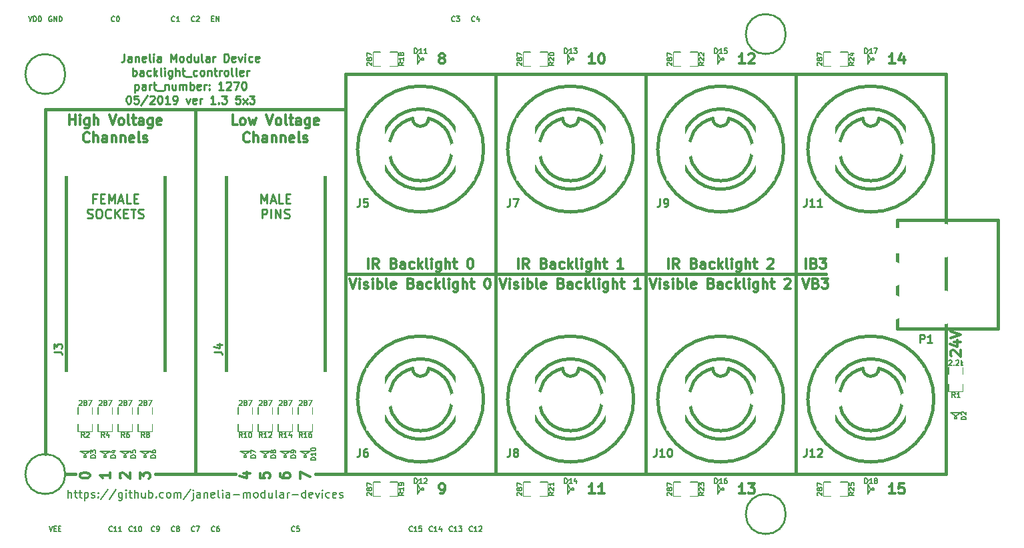
<source format=gto>
G04 #@! TF.GenerationSoftware,KiCad,Pcbnew,6.0.0-unknown-69339f3~86~ubuntu18.04.1*
G04 #@! TF.CreationDate,2019-05-17T15:55:12-04:00*
G04 #@! TF.ProjectId,backlight_controller_5x3,6261636b-6c69-4676-9874-5f636f6e7472,1.3*
G04 #@! TF.SameCoordinates,Original*
G04 #@! TF.FileFunction,Legend,Top*
G04 #@! TF.FilePolarity,Positive*
%FSLAX46Y46*%
G04 Gerber Fmt 4.6, Leading zero omitted, Abs format (unit mm)*
G04 Created by KiCad (PCBNEW 6.0.0-unknown-69339f3~86~ubuntu18.04.1) date 2019-05-17 15:55:12*
%MOMM*%
%LPD*%
G04 APERTURE LIST*
%ADD10C,0.150000*%
%ADD11C,0.158750*%
%ADD12C,0.381000*%
%ADD13C,0.317500*%
%ADD14C,0.190500*%
%ADD15C,0.254000*%
%ADD16C,0.400000*%
%ADD17C,0.127000*%
%ADD18C,0.177800*%
%ADD19C,0.228600*%
%ADD20C,0.285750*%
%ADD21C,1.803200*%
%ADD22C,2.203200*%
%ADD23R,2.351600X7.951600*%
%ADD24C,1.601600*%
%ADD25R,1.295400X1.295400*%
%ADD26R,1.803400X0.990600*%
%ADD27R,0.990600X1.803400*%
%ADD28O,2.057400X2.743200*%
%ADD29R,2.057400X2.743200*%
%ADD30C,2.403200*%
%ADD31R,13.203200X3.603200*%
%ADD32R,13.203200X3.603201*%
%ADD33R,2.603200X1.203200*%
%ADD34C,1.000000*%
%ADD35C,3.759200*%
%ADD36O,4.203200X3.203200*%
%ADD37R,4.203200X3.203200*%
%ADD38C,4.203200*%
G04 APERTURE END LIST*
D10*
X127861785Y-138021785D02*
X127831547Y-138052023D01*
X127740833Y-138082261D01*
X127680357Y-138082261D01*
X127589642Y-138052023D01*
X127529166Y-137991547D01*
X127498928Y-137931071D01*
X127468690Y-137810119D01*
X127468690Y-137719404D01*
X127498928Y-137598452D01*
X127529166Y-137537976D01*
X127589642Y-137477500D01*
X127680357Y-137447261D01*
X127740833Y-137447261D01*
X127831547Y-137477500D01*
X127861785Y-137507738D01*
X128466547Y-138082261D02*
X128103690Y-138082261D01*
X128285119Y-138082261D02*
X128285119Y-137447261D01*
X128224642Y-137537976D01*
X128164166Y-137598452D01*
X128103690Y-137628690D01*
X128708452Y-137507738D02*
X128738690Y-137477500D01*
X128799166Y-137447261D01*
X128950357Y-137447261D01*
X129010833Y-137477500D01*
X129041071Y-137507738D01*
X129071309Y-137568214D01*
X129071309Y-137628690D01*
X129041071Y-137719404D01*
X128678214Y-138082261D01*
X129071309Y-138082261D01*
X125321785Y-138021785D02*
X125291547Y-138052023D01*
X125200833Y-138082261D01*
X125140357Y-138082261D01*
X125049642Y-138052023D01*
X124989166Y-137991547D01*
X124958928Y-137931071D01*
X124928690Y-137810119D01*
X124928690Y-137719404D01*
X124958928Y-137598452D01*
X124989166Y-137537976D01*
X125049642Y-137477500D01*
X125140357Y-137447261D01*
X125200833Y-137447261D01*
X125291547Y-137477500D01*
X125321785Y-137507738D01*
X125926547Y-138082261D02*
X125563690Y-138082261D01*
X125745119Y-138082261D02*
X125745119Y-137447261D01*
X125684642Y-137537976D01*
X125624166Y-137598452D01*
X125563690Y-137628690D01*
X126138214Y-137447261D02*
X126531309Y-137447261D01*
X126319642Y-137689166D01*
X126410357Y-137689166D01*
X126470833Y-137719404D01*
X126501071Y-137749642D01*
X126531309Y-137810119D01*
X126531309Y-137961309D01*
X126501071Y-138021785D01*
X126470833Y-138052023D01*
X126410357Y-138082261D01*
X126228928Y-138082261D01*
X126168452Y-138052023D01*
X126138214Y-138021785D01*
X122781785Y-138021785D02*
X122751547Y-138052023D01*
X122660833Y-138082261D01*
X122600357Y-138082261D01*
X122509642Y-138052023D01*
X122449166Y-137991547D01*
X122418928Y-137931071D01*
X122388690Y-137810119D01*
X122388690Y-137719404D01*
X122418928Y-137598452D01*
X122449166Y-137537976D01*
X122509642Y-137477500D01*
X122600357Y-137447261D01*
X122660833Y-137447261D01*
X122751547Y-137477500D01*
X122781785Y-137507738D01*
X123386547Y-138082261D02*
X123023690Y-138082261D01*
X123205119Y-138082261D02*
X123205119Y-137447261D01*
X123144642Y-137537976D01*
X123084166Y-137598452D01*
X123023690Y-137628690D01*
X123930833Y-137658928D02*
X123930833Y-138082261D01*
X123779642Y-137417023D02*
X123628452Y-137870595D01*
X124021547Y-137870595D01*
X120241785Y-138021785D02*
X120211547Y-138052023D01*
X120120833Y-138082261D01*
X120060357Y-138082261D01*
X119969642Y-138052023D01*
X119909166Y-137991547D01*
X119878928Y-137931071D01*
X119848690Y-137810119D01*
X119848690Y-137719404D01*
X119878928Y-137598452D01*
X119909166Y-137537976D01*
X119969642Y-137477500D01*
X120060357Y-137447261D01*
X120120833Y-137447261D01*
X120211547Y-137477500D01*
X120241785Y-137507738D01*
X120846547Y-138082261D02*
X120483690Y-138082261D01*
X120665119Y-138082261D02*
X120665119Y-137447261D01*
X120604642Y-137537976D01*
X120544166Y-137598452D01*
X120483690Y-137628690D01*
X121421071Y-137447261D02*
X121118690Y-137447261D01*
X121088452Y-137749642D01*
X121118690Y-137719404D01*
X121179166Y-137689166D01*
X121330357Y-137689166D01*
X121390833Y-137719404D01*
X121421071Y-137749642D01*
X121451309Y-137810119D01*
X121451309Y-137961309D01*
X121421071Y-138021785D01*
X121390833Y-138052023D01*
X121330357Y-138082261D01*
X121179166Y-138082261D01*
X121118690Y-138052023D01*
X121088452Y-138021785D01*
X105304166Y-138021785D02*
X105273928Y-138052023D01*
X105183214Y-138082261D01*
X105122738Y-138082261D01*
X105032023Y-138052023D01*
X104971547Y-137991547D01*
X104941309Y-137931071D01*
X104911071Y-137810119D01*
X104911071Y-137719404D01*
X104941309Y-137598452D01*
X104971547Y-137537976D01*
X105032023Y-137477500D01*
X105122738Y-137447261D01*
X105183214Y-137447261D01*
X105273928Y-137477500D01*
X105304166Y-137507738D01*
X105878690Y-137447261D02*
X105576309Y-137447261D01*
X105546071Y-137749642D01*
X105576309Y-137719404D01*
X105636785Y-137689166D01*
X105787976Y-137689166D01*
X105848452Y-137719404D01*
X105878690Y-137749642D01*
X105908928Y-137810119D01*
X105908928Y-137961309D01*
X105878690Y-138021785D01*
X105848452Y-138052023D01*
X105787976Y-138082261D01*
X105636785Y-138082261D01*
X105576309Y-138052023D01*
X105546071Y-138021785D01*
X95144166Y-138021785D02*
X95113928Y-138052023D01*
X95023214Y-138082261D01*
X94962738Y-138082261D01*
X94872023Y-138052023D01*
X94811547Y-137991547D01*
X94781309Y-137931071D01*
X94751071Y-137810119D01*
X94751071Y-137719404D01*
X94781309Y-137598452D01*
X94811547Y-137537976D01*
X94872023Y-137477500D01*
X94962738Y-137447261D01*
X95023214Y-137447261D01*
X95113928Y-137477500D01*
X95144166Y-137507738D01*
X95688452Y-137447261D02*
X95567500Y-137447261D01*
X95507023Y-137477500D01*
X95476785Y-137507738D01*
X95416309Y-137598452D01*
X95386071Y-137719404D01*
X95386071Y-137961309D01*
X95416309Y-138021785D01*
X95446547Y-138052023D01*
X95507023Y-138082261D01*
X95627976Y-138082261D01*
X95688452Y-138052023D01*
X95718690Y-138021785D01*
X95748928Y-137961309D01*
X95748928Y-137810119D01*
X95718690Y-137749642D01*
X95688452Y-137719404D01*
X95627976Y-137689166D01*
X95507023Y-137689166D01*
X95446547Y-137719404D01*
X95416309Y-137749642D01*
X95386071Y-137810119D01*
X92604166Y-138021785D02*
X92573928Y-138052023D01*
X92483214Y-138082261D01*
X92422738Y-138082261D01*
X92332023Y-138052023D01*
X92271547Y-137991547D01*
X92241309Y-137931071D01*
X92211071Y-137810119D01*
X92211071Y-137719404D01*
X92241309Y-137598452D01*
X92271547Y-137537976D01*
X92332023Y-137477500D01*
X92422738Y-137447261D01*
X92483214Y-137447261D01*
X92573928Y-137477500D01*
X92604166Y-137507738D01*
X92815833Y-137447261D02*
X93239166Y-137447261D01*
X92967023Y-138082261D01*
X90064166Y-138021785D02*
X90033928Y-138052023D01*
X89943214Y-138082261D01*
X89882738Y-138082261D01*
X89792023Y-138052023D01*
X89731547Y-137991547D01*
X89701309Y-137931071D01*
X89671071Y-137810119D01*
X89671071Y-137719404D01*
X89701309Y-137598452D01*
X89731547Y-137537976D01*
X89792023Y-137477500D01*
X89882738Y-137447261D01*
X89943214Y-137447261D01*
X90033928Y-137477500D01*
X90064166Y-137507738D01*
X90427023Y-137719404D02*
X90366547Y-137689166D01*
X90336309Y-137658928D01*
X90306071Y-137598452D01*
X90306071Y-137568214D01*
X90336309Y-137507738D01*
X90366547Y-137477500D01*
X90427023Y-137447261D01*
X90547976Y-137447261D01*
X90608452Y-137477500D01*
X90638690Y-137507738D01*
X90668928Y-137568214D01*
X90668928Y-137598452D01*
X90638690Y-137658928D01*
X90608452Y-137689166D01*
X90547976Y-137719404D01*
X90427023Y-137719404D01*
X90366547Y-137749642D01*
X90336309Y-137779880D01*
X90306071Y-137840357D01*
X90306071Y-137961309D01*
X90336309Y-138021785D01*
X90366547Y-138052023D01*
X90427023Y-138082261D01*
X90547976Y-138082261D01*
X90608452Y-138052023D01*
X90638690Y-138021785D01*
X90668928Y-137961309D01*
X90668928Y-137840357D01*
X90638690Y-137779880D01*
X90608452Y-137749642D01*
X90547976Y-137719404D01*
X87524166Y-138021785D02*
X87493928Y-138052023D01*
X87403214Y-138082261D01*
X87342738Y-138082261D01*
X87252023Y-138052023D01*
X87191547Y-137991547D01*
X87161309Y-137931071D01*
X87131071Y-137810119D01*
X87131071Y-137719404D01*
X87161309Y-137598452D01*
X87191547Y-137537976D01*
X87252023Y-137477500D01*
X87342738Y-137447261D01*
X87403214Y-137447261D01*
X87493928Y-137477500D01*
X87524166Y-137507738D01*
X87826547Y-138082261D02*
X87947500Y-138082261D01*
X88007976Y-138052023D01*
X88038214Y-138021785D01*
X88098690Y-137931071D01*
X88128928Y-137810119D01*
X88128928Y-137568214D01*
X88098690Y-137507738D01*
X88068452Y-137477500D01*
X88007976Y-137447261D01*
X87887023Y-137447261D01*
X87826547Y-137477500D01*
X87796309Y-137507738D01*
X87766071Y-137568214D01*
X87766071Y-137719404D01*
X87796309Y-137779880D01*
X87826547Y-137810119D01*
X87887023Y-137840357D01*
X88007976Y-137840357D01*
X88068452Y-137810119D01*
X88098690Y-137779880D01*
X88128928Y-137719404D01*
X84681785Y-138021785D02*
X84651547Y-138052023D01*
X84560833Y-138082261D01*
X84500357Y-138082261D01*
X84409642Y-138052023D01*
X84349166Y-137991547D01*
X84318928Y-137931071D01*
X84288690Y-137810119D01*
X84288690Y-137719404D01*
X84318928Y-137598452D01*
X84349166Y-137537976D01*
X84409642Y-137477500D01*
X84500357Y-137447261D01*
X84560833Y-137447261D01*
X84651547Y-137477500D01*
X84681785Y-137507738D01*
X85286547Y-138082261D02*
X84923690Y-138082261D01*
X85105119Y-138082261D02*
X85105119Y-137447261D01*
X85044642Y-137537976D01*
X84984166Y-137598452D01*
X84923690Y-137628690D01*
X85679642Y-137447261D02*
X85740119Y-137447261D01*
X85800595Y-137477500D01*
X85830833Y-137507738D01*
X85861071Y-137568214D01*
X85891309Y-137689166D01*
X85891309Y-137840357D01*
X85861071Y-137961309D01*
X85830833Y-138021785D01*
X85800595Y-138052023D01*
X85740119Y-138082261D01*
X85679642Y-138082261D01*
X85619166Y-138052023D01*
X85588928Y-138021785D01*
X85558690Y-137961309D01*
X85528452Y-137840357D01*
X85528452Y-137689166D01*
X85558690Y-137568214D01*
X85588928Y-137507738D01*
X85619166Y-137477500D01*
X85679642Y-137447261D01*
X82141785Y-138021785D02*
X82111547Y-138052023D01*
X82020833Y-138082261D01*
X81960357Y-138082261D01*
X81869642Y-138052023D01*
X81809166Y-137991547D01*
X81778928Y-137931071D01*
X81748690Y-137810119D01*
X81748690Y-137719404D01*
X81778928Y-137598452D01*
X81809166Y-137537976D01*
X81869642Y-137477500D01*
X81960357Y-137447261D01*
X82020833Y-137447261D01*
X82111547Y-137477500D01*
X82141785Y-137507738D01*
X82746547Y-138082261D02*
X82383690Y-138082261D01*
X82565119Y-138082261D02*
X82565119Y-137447261D01*
X82504642Y-137537976D01*
X82444166Y-137598452D01*
X82383690Y-137628690D01*
X83351309Y-138082261D02*
X82988452Y-138082261D01*
X83169880Y-138082261D02*
X83169880Y-137447261D01*
X83109404Y-137537976D01*
X83048928Y-137598452D01*
X82988452Y-137628690D01*
X74143809Y-137447261D02*
X74355476Y-138082261D01*
X74567142Y-137447261D01*
X74778809Y-137749642D02*
X74990476Y-137749642D01*
X75081190Y-138082261D02*
X74778809Y-138082261D01*
X74778809Y-137447261D01*
X75081190Y-137447261D01*
X75353333Y-137749642D02*
X75565000Y-137749642D01*
X75655714Y-138082261D02*
X75353333Y-138082261D01*
X75353333Y-137447261D01*
X75655714Y-137447261D01*
X128164166Y-73251785D02*
X128133928Y-73282023D01*
X128043214Y-73312261D01*
X127982738Y-73312261D01*
X127892023Y-73282023D01*
X127831547Y-73221547D01*
X127801309Y-73161071D01*
X127771071Y-73040119D01*
X127771071Y-72949404D01*
X127801309Y-72828452D01*
X127831547Y-72767976D01*
X127892023Y-72707500D01*
X127982738Y-72677261D01*
X128043214Y-72677261D01*
X128133928Y-72707500D01*
X128164166Y-72737738D01*
X128708452Y-72888928D02*
X128708452Y-73312261D01*
X128557261Y-72647023D02*
X128406071Y-73100595D01*
X128799166Y-73100595D01*
X125624166Y-73251785D02*
X125593928Y-73282023D01*
X125503214Y-73312261D01*
X125442738Y-73312261D01*
X125352023Y-73282023D01*
X125291547Y-73221547D01*
X125261309Y-73161071D01*
X125231071Y-73040119D01*
X125231071Y-72949404D01*
X125261309Y-72828452D01*
X125291547Y-72767976D01*
X125352023Y-72707500D01*
X125442738Y-72677261D01*
X125503214Y-72677261D01*
X125593928Y-72707500D01*
X125624166Y-72737738D01*
X125835833Y-72677261D02*
X126228928Y-72677261D01*
X126017261Y-72919166D01*
X126107976Y-72919166D01*
X126168452Y-72949404D01*
X126198690Y-72979642D01*
X126228928Y-73040119D01*
X126228928Y-73191309D01*
X126198690Y-73251785D01*
X126168452Y-73282023D01*
X126107976Y-73312261D01*
X125926547Y-73312261D01*
X125866071Y-73282023D01*
X125835833Y-73251785D01*
X94781309Y-72979642D02*
X94992976Y-72979642D01*
X95083690Y-73312261D02*
X94781309Y-73312261D01*
X94781309Y-72677261D01*
X95083690Y-72677261D01*
X95355833Y-73312261D02*
X95355833Y-72677261D01*
X95718690Y-73312261D01*
X95718690Y-72677261D01*
X92604166Y-73251785D02*
X92573928Y-73282023D01*
X92483214Y-73312261D01*
X92422738Y-73312261D01*
X92332023Y-73282023D01*
X92271547Y-73221547D01*
X92241309Y-73161071D01*
X92211071Y-73040119D01*
X92211071Y-72949404D01*
X92241309Y-72828452D01*
X92271547Y-72767976D01*
X92332023Y-72707500D01*
X92422738Y-72677261D01*
X92483214Y-72677261D01*
X92573928Y-72707500D01*
X92604166Y-72737738D01*
X92846071Y-72737738D02*
X92876309Y-72707500D01*
X92936785Y-72677261D01*
X93087976Y-72677261D01*
X93148452Y-72707500D01*
X93178690Y-72737738D01*
X93208928Y-72798214D01*
X93208928Y-72858690D01*
X93178690Y-72949404D01*
X92815833Y-73312261D01*
X93208928Y-73312261D01*
X90064166Y-73251785D02*
X90033928Y-73282023D01*
X89943214Y-73312261D01*
X89882738Y-73312261D01*
X89792023Y-73282023D01*
X89731547Y-73221547D01*
X89701309Y-73161071D01*
X89671071Y-73040119D01*
X89671071Y-72949404D01*
X89701309Y-72828452D01*
X89731547Y-72767976D01*
X89792023Y-72707500D01*
X89882738Y-72677261D01*
X89943214Y-72677261D01*
X90033928Y-72707500D01*
X90064166Y-72737738D01*
X90668928Y-73312261D02*
X90306071Y-73312261D01*
X90487500Y-73312261D02*
X90487500Y-72677261D01*
X90427023Y-72767976D01*
X90366547Y-72828452D01*
X90306071Y-72858690D01*
X82444166Y-73251785D02*
X82413928Y-73282023D01*
X82323214Y-73312261D01*
X82262738Y-73312261D01*
X82172023Y-73282023D01*
X82111547Y-73221547D01*
X82081309Y-73161071D01*
X82051071Y-73040119D01*
X82051071Y-72949404D01*
X82081309Y-72828452D01*
X82111547Y-72767976D01*
X82172023Y-72707500D01*
X82262738Y-72677261D01*
X82323214Y-72677261D01*
X82413928Y-72707500D01*
X82444166Y-72737738D01*
X82837261Y-72677261D02*
X82897738Y-72677261D01*
X82958214Y-72707500D01*
X82988452Y-72737738D01*
X83018690Y-72798214D01*
X83048928Y-72919166D01*
X83048928Y-73070357D01*
X83018690Y-73191309D01*
X82988452Y-73251785D01*
X82958214Y-73282023D01*
X82897738Y-73312261D01*
X82837261Y-73312261D01*
X82776785Y-73282023D01*
X82746547Y-73251785D01*
X82716309Y-73191309D01*
X82686071Y-73070357D01*
X82686071Y-72919166D01*
X82716309Y-72798214D01*
X82746547Y-72737738D01*
X82776785Y-72707500D01*
X82837261Y-72677261D01*
X74446190Y-72707500D02*
X74385714Y-72677261D01*
X74295000Y-72677261D01*
X74204285Y-72707500D01*
X74143809Y-72767976D01*
X74113571Y-72828452D01*
X74083333Y-72949404D01*
X74083333Y-73040119D01*
X74113571Y-73161071D01*
X74143809Y-73221547D01*
X74204285Y-73282023D01*
X74295000Y-73312261D01*
X74355476Y-73312261D01*
X74446190Y-73282023D01*
X74476428Y-73251785D01*
X74476428Y-73040119D01*
X74355476Y-73040119D01*
X74748571Y-73312261D02*
X74748571Y-72677261D01*
X75111428Y-73312261D01*
X75111428Y-72677261D01*
X75413809Y-73312261D02*
X75413809Y-72677261D01*
X75565000Y-72677261D01*
X75655714Y-72707500D01*
X75716190Y-72767976D01*
X75746428Y-72828452D01*
X75776666Y-72949404D01*
X75776666Y-73040119D01*
X75746428Y-73161071D01*
X75716190Y-73221547D01*
X75655714Y-73282023D01*
X75565000Y-73312261D01*
X75413809Y-73312261D01*
D11*
X71543333Y-72677261D02*
X71755000Y-73312261D01*
X71966666Y-72677261D01*
X72178333Y-73312261D02*
X72178333Y-72677261D01*
X72329523Y-72677261D01*
X72420238Y-72707500D01*
X72480714Y-72767976D01*
X72510952Y-72828452D01*
X72541190Y-72949404D01*
X72541190Y-73040119D01*
X72510952Y-73161071D01*
X72480714Y-73221547D01*
X72420238Y-73282023D01*
X72329523Y-73312261D01*
X72178333Y-73312261D01*
X72813333Y-73312261D02*
X72813333Y-72677261D01*
X72964523Y-72677261D01*
X73055238Y-72707500D01*
X73115714Y-72767976D01*
X73145952Y-72828452D01*
X73176190Y-72949404D01*
X73176190Y-73040119D01*
X73145952Y-73161071D01*
X73115714Y-73221547D01*
X73055238Y-73282023D01*
X72964523Y-73312261D01*
X72813333Y-73312261D01*
D12*
X107950000Y-130810000D02*
X111760000Y-130810000D01*
X87630000Y-130810000D02*
X97790000Y-130810000D01*
X76200000Y-130810000D02*
X77470000Y-130810000D01*
X92710000Y-84455000D02*
X92710000Y-130810000D01*
X73660000Y-84455000D02*
X73660000Y-128270000D01*
X111760000Y-84455000D02*
X73660000Y-84455000D01*
D13*
X181513994Y-78679523D02*
X180788279Y-78679523D01*
X181151136Y-78679523D02*
X181151136Y-77409523D01*
X181030184Y-77590952D01*
X180909232Y-77711904D01*
X180788279Y-77772380D01*
X182602565Y-77832857D02*
X182602565Y-78679523D01*
X182300184Y-77349047D02*
X181997803Y-78256190D01*
X182783994Y-78256190D01*
X162463994Y-78679523D02*
X161738279Y-78679523D01*
X162101136Y-78679523D02*
X162101136Y-77409523D01*
X161980184Y-77590952D01*
X161859232Y-77711904D01*
X161738279Y-77772380D01*
X162947803Y-77530476D02*
X163008279Y-77470000D01*
X163129232Y-77409523D01*
X163431613Y-77409523D01*
X163552565Y-77470000D01*
X163613041Y-77530476D01*
X163673517Y-77651428D01*
X163673517Y-77772380D01*
X163613041Y-77953809D01*
X162887327Y-78679523D01*
X163673517Y-78679523D01*
X143413994Y-78679523D02*
X142688279Y-78679523D01*
X143051136Y-78679523D02*
X143051136Y-77409523D01*
X142930184Y-77590952D01*
X142809232Y-77711904D01*
X142688279Y-77772380D01*
X144200184Y-77409523D02*
X144321136Y-77409523D01*
X144442089Y-77470000D01*
X144502565Y-77530476D01*
X144563041Y-77651428D01*
X144623517Y-77893333D01*
X144623517Y-78195714D01*
X144563041Y-78437619D01*
X144502565Y-78558571D01*
X144442089Y-78619047D01*
X144321136Y-78679523D01*
X144200184Y-78679523D01*
X144079232Y-78619047D01*
X144018755Y-78558571D01*
X143958279Y-78437619D01*
X143897803Y-78195714D01*
X143897803Y-77893333D01*
X143958279Y-77651428D01*
X144018755Y-77530476D01*
X144079232Y-77470000D01*
X144200184Y-77409523D01*
X181513994Y-133289523D02*
X180788279Y-133289523D01*
X181151136Y-133289523D02*
X181151136Y-132019523D01*
X181030184Y-132200952D01*
X180909232Y-132321904D01*
X180788279Y-132382380D01*
X182663041Y-132019523D02*
X182058279Y-132019523D01*
X181997803Y-132624285D01*
X182058279Y-132563809D01*
X182179232Y-132503333D01*
X182481613Y-132503333D01*
X182602565Y-132563809D01*
X182663041Y-132624285D01*
X182723517Y-132745238D01*
X182723517Y-133047619D01*
X182663041Y-133168571D01*
X182602565Y-133229047D01*
X182481613Y-133289523D01*
X182179232Y-133289523D01*
X182058279Y-133229047D01*
X181997803Y-133168571D01*
X162463994Y-133289523D02*
X161738279Y-133289523D01*
X162101136Y-133289523D02*
X162101136Y-132019523D01*
X161980184Y-132200952D01*
X161859232Y-132321904D01*
X161738279Y-132382380D01*
X162887327Y-132019523D02*
X163673517Y-132019523D01*
X163250184Y-132503333D01*
X163431613Y-132503333D01*
X163552565Y-132563809D01*
X163613041Y-132624285D01*
X163673517Y-132745238D01*
X163673517Y-133047619D01*
X163613041Y-133168571D01*
X163552565Y-133229047D01*
X163431613Y-133289523D01*
X163068755Y-133289523D01*
X162947803Y-133229047D01*
X162887327Y-133168571D01*
X143413994Y-133289523D02*
X142688279Y-133289523D01*
X143051136Y-133289523D02*
X143051136Y-132019523D01*
X142930184Y-132200952D01*
X142809232Y-132321904D01*
X142688279Y-132382380D01*
X144623517Y-133289523D02*
X143897803Y-133289523D01*
X144260660Y-133289523D02*
X144260660Y-132019523D01*
X144139708Y-132200952D01*
X144018755Y-132321904D01*
X143897803Y-132382380D01*
X123759232Y-133289523D02*
X124001136Y-133289523D01*
X124122089Y-133229047D01*
X124182565Y-133168571D01*
X124303517Y-132987142D01*
X124363994Y-132745238D01*
X124363994Y-132261428D01*
X124303517Y-132140476D01*
X124243041Y-132080000D01*
X124122089Y-132019523D01*
X123880184Y-132019523D01*
X123759232Y-132080000D01*
X123698755Y-132140476D01*
X123638279Y-132261428D01*
X123638279Y-132563809D01*
X123698755Y-132684761D01*
X123759232Y-132745238D01*
X123880184Y-132805714D01*
X124122089Y-132805714D01*
X124243041Y-132745238D01*
X124303517Y-132684761D01*
X124363994Y-132563809D01*
X123880184Y-77953809D02*
X123759232Y-77893333D01*
X123698755Y-77832857D01*
X123638279Y-77711904D01*
X123638279Y-77651428D01*
X123698755Y-77530476D01*
X123759232Y-77470000D01*
X123880184Y-77409523D01*
X124122089Y-77409523D01*
X124243041Y-77470000D01*
X124303517Y-77530476D01*
X124363994Y-77651428D01*
X124363994Y-77711904D01*
X124303517Y-77832857D01*
X124243041Y-77893333D01*
X124122089Y-77953809D01*
X123880184Y-77953809D01*
X123759232Y-78014285D01*
X123698755Y-78074761D01*
X123638279Y-78195714D01*
X123638279Y-78437619D01*
X123698755Y-78558571D01*
X123759232Y-78619047D01*
X123880184Y-78679523D01*
X124122089Y-78679523D01*
X124243041Y-78619047D01*
X124303517Y-78558571D01*
X124363994Y-78437619D01*
X124363994Y-78195714D01*
X124303517Y-78074761D01*
X124243041Y-78014285D01*
X124122089Y-77953809D01*
X169786904Y-105984523D02*
X170210238Y-107254523D01*
X170633571Y-105984523D01*
X171480238Y-106589285D02*
X171661666Y-106649761D01*
X171722142Y-106710238D01*
X171782619Y-106831190D01*
X171782619Y-107012619D01*
X171722142Y-107133571D01*
X171661666Y-107194047D01*
X171540714Y-107254523D01*
X171056904Y-107254523D01*
X171056904Y-105984523D01*
X171480238Y-105984523D01*
X171601190Y-106045000D01*
X171661666Y-106105476D01*
X171722142Y-106226428D01*
X171722142Y-106347380D01*
X171661666Y-106468333D01*
X171601190Y-106528809D01*
X171480238Y-106589285D01*
X171056904Y-106589285D01*
X172205952Y-105984523D02*
X172992142Y-105984523D01*
X172568809Y-106468333D01*
X172750238Y-106468333D01*
X172871190Y-106528809D01*
X172931666Y-106589285D01*
X172992142Y-106710238D01*
X172992142Y-107012619D01*
X172931666Y-107133571D01*
X172871190Y-107194047D01*
X172750238Y-107254523D01*
X172387380Y-107254523D01*
X172266428Y-107194047D01*
X172205952Y-107133571D01*
X170210238Y-104714523D02*
X170210238Y-103444523D01*
X171238333Y-104049285D02*
X171419761Y-104109761D01*
X171480238Y-104170238D01*
X171540714Y-104291190D01*
X171540714Y-104472619D01*
X171480238Y-104593571D01*
X171419761Y-104654047D01*
X171298809Y-104714523D01*
X170815000Y-104714523D01*
X170815000Y-103444523D01*
X171238333Y-103444523D01*
X171359285Y-103505000D01*
X171419761Y-103565476D01*
X171480238Y-103686428D01*
X171480238Y-103807380D01*
X171419761Y-103928333D01*
X171359285Y-103988809D01*
X171238333Y-104049285D01*
X170815000Y-104049285D01*
X171964047Y-103444523D02*
X172750238Y-103444523D01*
X172326904Y-103928333D01*
X172508333Y-103928333D01*
X172629285Y-103988809D01*
X172689761Y-104049285D01*
X172750238Y-104170238D01*
X172750238Y-104472619D01*
X172689761Y-104593571D01*
X172629285Y-104654047D01*
X172508333Y-104714523D01*
X172145476Y-104714523D01*
X172024523Y-104654047D01*
X171964047Y-104593571D01*
X150404285Y-105984523D02*
X150827619Y-107254523D01*
X151250952Y-105984523D01*
X151674285Y-107254523D02*
X151674285Y-106407857D01*
X151674285Y-105984523D02*
X151613809Y-106045000D01*
X151674285Y-106105476D01*
X151734761Y-106045000D01*
X151674285Y-105984523D01*
X151674285Y-106105476D01*
X152218571Y-107194047D02*
X152339523Y-107254523D01*
X152581428Y-107254523D01*
X152702380Y-107194047D01*
X152762857Y-107073095D01*
X152762857Y-107012619D01*
X152702380Y-106891666D01*
X152581428Y-106831190D01*
X152400000Y-106831190D01*
X152279047Y-106770714D01*
X152218571Y-106649761D01*
X152218571Y-106589285D01*
X152279047Y-106468333D01*
X152400000Y-106407857D01*
X152581428Y-106407857D01*
X152702380Y-106468333D01*
X153307142Y-107254523D02*
X153307142Y-106407857D01*
X153307142Y-105984523D02*
X153246666Y-106045000D01*
X153307142Y-106105476D01*
X153367619Y-106045000D01*
X153307142Y-105984523D01*
X153307142Y-106105476D01*
X153911904Y-107254523D02*
X153911904Y-105984523D01*
X153911904Y-106468333D02*
X154032857Y-106407857D01*
X154274761Y-106407857D01*
X154395714Y-106468333D01*
X154456190Y-106528809D01*
X154516666Y-106649761D01*
X154516666Y-107012619D01*
X154456190Y-107133571D01*
X154395714Y-107194047D01*
X154274761Y-107254523D01*
X154032857Y-107254523D01*
X153911904Y-107194047D01*
X155242380Y-107254523D02*
X155121428Y-107194047D01*
X155060952Y-107073095D01*
X155060952Y-105984523D01*
X156210000Y-107194047D02*
X156089047Y-107254523D01*
X155847142Y-107254523D01*
X155726190Y-107194047D01*
X155665714Y-107073095D01*
X155665714Y-106589285D01*
X155726190Y-106468333D01*
X155847142Y-106407857D01*
X156089047Y-106407857D01*
X156210000Y-106468333D01*
X156270476Y-106589285D01*
X156270476Y-106710238D01*
X155665714Y-106831190D01*
X158205714Y-106589285D02*
X158387142Y-106649761D01*
X158447619Y-106710238D01*
X158508095Y-106831190D01*
X158508095Y-107012619D01*
X158447619Y-107133571D01*
X158387142Y-107194047D01*
X158266190Y-107254523D01*
X157782380Y-107254523D01*
X157782380Y-105984523D01*
X158205714Y-105984523D01*
X158326666Y-106045000D01*
X158387142Y-106105476D01*
X158447619Y-106226428D01*
X158447619Y-106347380D01*
X158387142Y-106468333D01*
X158326666Y-106528809D01*
X158205714Y-106589285D01*
X157782380Y-106589285D01*
X159596666Y-107254523D02*
X159596666Y-106589285D01*
X159536190Y-106468333D01*
X159415238Y-106407857D01*
X159173333Y-106407857D01*
X159052380Y-106468333D01*
X159596666Y-107194047D02*
X159475714Y-107254523D01*
X159173333Y-107254523D01*
X159052380Y-107194047D01*
X158991904Y-107073095D01*
X158991904Y-106952142D01*
X159052380Y-106831190D01*
X159173333Y-106770714D01*
X159475714Y-106770714D01*
X159596666Y-106710238D01*
X160745714Y-107194047D02*
X160624761Y-107254523D01*
X160382857Y-107254523D01*
X160261904Y-107194047D01*
X160201428Y-107133571D01*
X160140952Y-107012619D01*
X160140952Y-106649761D01*
X160201428Y-106528809D01*
X160261904Y-106468333D01*
X160382857Y-106407857D01*
X160624761Y-106407857D01*
X160745714Y-106468333D01*
X161290000Y-107254523D02*
X161290000Y-105984523D01*
X161410952Y-106770714D02*
X161773809Y-107254523D01*
X161773809Y-106407857D02*
X161290000Y-106891666D01*
X162499523Y-107254523D02*
X162378571Y-107194047D01*
X162318095Y-107073095D01*
X162318095Y-105984523D01*
X162983333Y-107254523D02*
X162983333Y-106407857D01*
X162983333Y-105984523D02*
X162922857Y-106045000D01*
X162983333Y-106105476D01*
X163043809Y-106045000D01*
X162983333Y-105984523D01*
X162983333Y-106105476D01*
X164132380Y-106407857D02*
X164132380Y-107435952D01*
X164071904Y-107556904D01*
X164011428Y-107617380D01*
X163890476Y-107677857D01*
X163709047Y-107677857D01*
X163588095Y-107617380D01*
X164132380Y-107194047D02*
X164011428Y-107254523D01*
X163769523Y-107254523D01*
X163648571Y-107194047D01*
X163588095Y-107133571D01*
X163527619Y-107012619D01*
X163527619Y-106649761D01*
X163588095Y-106528809D01*
X163648571Y-106468333D01*
X163769523Y-106407857D01*
X164011428Y-106407857D01*
X164132380Y-106468333D01*
X164737142Y-107254523D02*
X164737142Y-105984523D01*
X165281428Y-107254523D02*
X165281428Y-106589285D01*
X165220952Y-106468333D01*
X165100000Y-106407857D01*
X164918571Y-106407857D01*
X164797619Y-106468333D01*
X164737142Y-106528809D01*
X165704761Y-106407857D02*
X166188571Y-106407857D01*
X165886190Y-105984523D02*
X165886190Y-107073095D01*
X165946666Y-107194047D01*
X166067619Y-107254523D01*
X166188571Y-107254523D01*
X167519047Y-106105476D02*
X167579523Y-106045000D01*
X167700476Y-105984523D01*
X168002857Y-105984523D01*
X168123809Y-106045000D01*
X168184285Y-106105476D01*
X168244761Y-106226428D01*
X168244761Y-106347380D01*
X168184285Y-106528809D01*
X167458571Y-107254523D01*
X168244761Y-107254523D01*
X131354285Y-105984523D02*
X131777619Y-107254523D01*
X132200952Y-105984523D01*
X132624285Y-107254523D02*
X132624285Y-106407857D01*
X132624285Y-105984523D02*
X132563809Y-106045000D01*
X132624285Y-106105476D01*
X132684761Y-106045000D01*
X132624285Y-105984523D01*
X132624285Y-106105476D01*
X133168571Y-107194047D02*
X133289523Y-107254523D01*
X133531428Y-107254523D01*
X133652380Y-107194047D01*
X133712857Y-107073095D01*
X133712857Y-107012619D01*
X133652380Y-106891666D01*
X133531428Y-106831190D01*
X133350000Y-106831190D01*
X133229047Y-106770714D01*
X133168571Y-106649761D01*
X133168571Y-106589285D01*
X133229047Y-106468333D01*
X133350000Y-106407857D01*
X133531428Y-106407857D01*
X133652380Y-106468333D01*
X134257142Y-107254523D02*
X134257142Y-106407857D01*
X134257142Y-105984523D02*
X134196666Y-106045000D01*
X134257142Y-106105476D01*
X134317619Y-106045000D01*
X134257142Y-105984523D01*
X134257142Y-106105476D01*
X134861904Y-107254523D02*
X134861904Y-105984523D01*
X134861904Y-106468333D02*
X134982857Y-106407857D01*
X135224761Y-106407857D01*
X135345714Y-106468333D01*
X135406190Y-106528809D01*
X135466666Y-106649761D01*
X135466666Y-107012619D01*
X135406190Y-107133571D01*
X135345714Y-107194047D01*
X135224761Y-107254523D01*
X134982857Y-107254523D01*
X134861904Y-107194047D01*
X136192380Y-107254523D02*
X136071428Y-107194047D01*
X136010952Y-107073095D01*
X136010952Y-105984523D01*
X137160000Y-107194047D02*
X137039047Y-107254523D01*
X136797142Y-107254523D01*
X136676190Y-107194047D01*
X136615714Y-107073095D01*
X136615714Y-106589285D01*
X136676190Y-106468333D01*
X136797142Y-106407857D01*
X137039047Y-106407857D01*
X137160000Y-106468333D01*
X137220476Y-106589285D01*
X137220476Y-106710238D01*
X136615714Y-106831190D01*
X139155714Y-106589285D02*
X139337142Y-106649761D01*
X139397619Y-106710238D01*
X139458095Y-106831190D01*
X139458095Y-107012619D01*
X139397619Y-107133571D01*
X139337142Y-107194047D01*
X139216190Y-107254523D01*
X138732380Y-107254523D01*
X138732380Y-105984523D01*
X139155714Y-105984523D01*
X139276666Y-106045000D01*
X139337142Y-106105476D01*
X139397619Y-106226428D01*
X139397619Y-106347380D01*
X139337142Y-106468333D01*
X139276666Y-106528809D01*
X139155714Y-106589285D01*
X138732380Y-106589285D01*
X140546666Y-107254523D02*
X140546666Y-106589285D01*
X140486190Y-106468333D01*
X140365238Y-106407857D01*
X140123333Y-106407857D01*
X140002380Y-106468333D01*
X140546666Y-107194047D02*
X140425714Y-107254523D01*
X140123333Y-107254523D01*
X140002380Y-107194047D01*
X139941904Y-107073095D01*
X139941904Y-106952142D01*
X140002380Y-106831190D01*
X140123333Y-106770714D01*
X140425714Y-106770714D01*
X140546666Y-106710238D01*
X141695714Y-107194047D02*
X141574761Y-107254523D01*
X141332857Y-107254523D01*
X141211904Y-107194047D01*
X141151428Y-107133571D01*
X141090952Y-107012619D01*
X141090952Y-106649761D01*
X141151428Y-106528809D01*
X141211904Y-106468333D01*
X141332857Y-106407857D01*
X141574761Y-106407857D01*
X141695714Y-106468333D01*
X142240000Y-107254523D02*
X142240000Y-105984523D01*
X142360952Y-106770714D02*
X142723809Y-107254523D01*
X142723809Y-106407857D02*
X142240000Y-106891666D01*
X143449523Y-107254523D02*
X143328571Y-107194047D01*
X143268095Y-107073095D01*
X143268095Y-105984523D01*
X143933333Y-107254523D02*
X143933333Y-106407857D01*
X143933333Y-105984523D02*
X143872857Y-106045000D01*
X143933333Y-106105476D01*
X143993809Y-106045000D01*
X143933333Y-105984523D01*
X143933333Y-106105476D01*
X145082380Y-106407857D02*
X145082380Y-107435952D01*
X145021904Y-107556904D01*
X144961428Y-107617380D01*
X144840476Y-107677857D01*
X144659047Y-107677857D01*
X144538095Y-107617380D01*
X145082380Y-107194047D02*
X144961428Y-107254523D01*
X144719523Y-107254523D01*
X144598571Y-107194047D01*
X144538095Y-107133571D01*
X144477619Y-107012619D01*
X144477619Y-106649761D01*
X144538095Y-106528809D01*
X144598571Y-106468333D01*
X144719523Y-106407857D01*
X144961428Y-106407857D01*
X145082380Y-106468333D01*
X145687142Y-107254523D02*
X145687142Y-105984523D01*
X146231428Y-107254523D02*
X146231428Y-106589285D01*
X146170952Y-106468333D01*
X146050000Y-106407857D01*
X145868571Y-106407857D01*
X145747619Y-106468333D01*
X145687142Y-106528809D01*
X146654761Y-106407857D02*
X147138571Y-106407857D01*
X146836190Y-105984523D02*
X146836190Y-107073095D01*
X146896666Y-107194047D01*
X147017619Y-107254523D01*
X147138571Y-107254523D01*
X149194761Y-107254523D02*
X148469047Y-107254523D01*
X148831904Y-107254523D02*
X148831904Y-105984523D01*
X148710952Y-106165952D01*
X148590000Y-106286904D01*
X148469047Y-106347380D01*
X152762857Y-104714523D02*
X152762857Y-103444523D01*
X154093333Y-104714523D02*
X153670000Y-104109761D01*
X153367619Y-104714523D02*
X153367619Y-103444523D01*
X153851428Y-103444523D01*
X153972380Y-103505000D01*
X154032857Y-103565476D01*
X154093333Y-103686428D01*
X154093333Y-103867857D01*
X154032857Y-103988809D01*
X153972380Y-104049285D01*
X153851428Y-104109761D01*
X153367619Y-104109761D01*
X156028571Y-104049285D02*
X156210000Y-104109761D01*
X156270476Y-104170238D01*
X156330952Y-104291190D01*
X156330952Y-104472619D01*
X156270476Y-104593571D01*
X156210000Y-104654047D01*
X156089047Y-104714523D01*
X155605238Y-104714523D01*
X155605238Y-103444523D01*
X156028571Y-103444523D01*
X156149523Y-103505000D01*
X156210000Y-103565476D01*
X156270476Y-103686428D01*
X156270476Y-103807380D01*
X156210000Y-103928333D01*
X156149523Y-103988809D01*
X156028571Y-104049285D01*
X155605238Y-104049285D01*
X157419523Y-104714523D02*
X157419523Y-104049285D01*
X157359047Y-103928333D01*
X157238095Y-103867857D01*
X156996190Y-103867857D01*
X156875238Y-103928333D01*
X157419523Y-104654047D02*
X157298571Y-104714523D01*
X156996190Y-104714523D01*
X156875238Y-104654047D01*
X156814761Y-104533095D01*
X156814761Y-104412142D01*
X156875238Y-104291190D01*
X156996190Y-104230714D01*
X157298571Y-104230714D01*
X157419523Y-104170238D01*
X158568571Y-104654047D02*
X158447619Y-104714523D01*
X158205714Y-104714523D01*
X158084761Y-104654047D01*
X158024285Y-104593571D01*
X157963809Y-104472619D01*
X157963809Y-104109761D01*
X158024285Y-103988809D01*
X158084761Y-103928333D01*
X158205714Y-103867857D01*
X158447619Y-103867857D01*
X158568571Y-103928333D01*
X159112857Y-104714523D02*
X159112857Y-103444523D01*
X159233809Y-104230714D02*
X159596666Y-104714523D01*
X159596666Y-103867857D02*
X159112857Y-104351666D01*
X160322380Y-104714523D02*
X160201428Y-104654047D01*
X160140952Y-104533095D01*
X160140952Y-103444523D01*
X160806190Y-104714523D02*
X160806190Y-103867857D01*
X160806190Y-103444523D02*
X160745714Y-103505000D01*
X160806190Y-103565476D01*
X160866666Y-103505000D01*
X160806190Y-103444523D01*
X160806190Y-103565476D01*
X161955238Y-103867857D02*
X161955238Y-104895952D01*
X161894761Y-105016904D01*
X161834285Y-105077380D01*
X161713333Y-105137857D01*
X161531904Y-105137857D01*
X161410952Y-105077380D01*
X161955238Y-104654047D02*
X161834285Y-104714523D01*
X161592380Y-104714523D01*
X161471428Y-104654047D01*
X161410952Y-104593571D01*
X161350476Y-104472619D01*
X161350476Y-104109761D01*
X161410952Y-103988809D01*
X161471428Y-103928333D01*
X161592380Y-103867857D01*
X161834285Y-103867857D01*
X161955238Y-103928333D01*
X162560000Y-104714523D02*
X162560000Y-103444523D01*
X163104285Y-104714523D02*
X163104285Y-104049285D01*
X163043809Y-103928333D01*
X162922857Y-103867857D01*
X162741428Y-103867857D01*
X162620476Y-103928333D01*
X162560000Y-103988809D01*
X163527619Y-103867857D02*
X164011428Y-103867857D01*
X163709047Y-103444523D02*
X163709047Y-104533095D01*
X163769523Y-104654047D01*
X163890476Y-104714523D01*
X164011428Y-104714523D01*
X165341904Y-103565476D02*
X165402380Y-103505000D01*
X165523333Y-103444523D01*
X165825714Y-103444523D01*
X165946666Y-103505000D01*
X166007142Y-103565476D01*
X166067619Y-103686428D01*
X166067619Y-103807380D01*
X166007142Y-103988809D01*
X165281428Y-104714523D01*
X166067619Y-104714523D01*
X133712857Y-104714523D02*
X133712857Y-103444523D01*
X135043333Y-104714523D02*
X134620000Y-104109761D01*
X134317619Y-104714523D02*
X134317619Y-103444523D01*
X134801428Y-103444523D01*
X134922380Y-103505000D01*
X134982857Y-103565476D01*
X135043333Y-103686428D01*
X135043333Y-103867857D01*
X134982857Y-103988809D01*
X134922380Y-104049285D01*
X134801428Y-104109761D01*
X134317619Y-104109761D01*
X136978571Y-104049285D02*
X137160000Y-104109761D01*
X137220476Y-104170238D01*
X137280952Y-104291190D01*
X137280952Y-104472619D01*
X137220476Y-104593571D01*
X137160000Y-104654047D01*
X137039047Y-104714523D01*
X136555238Y-104714523D01*
X136555238Y-103444523D01*
X136978571Y-103444523D01*
X137099523Y-103505000D01*
X137160000Y-103565476D01*
X137220476Y-103686428D01*
X137220476Y-103807380D01*
X137160000Y-103928333D01*
X137099523Y-103988809D01*
X136978571Y-104049285D01*
X136555238Y-104049285D01*
X138369523Y-104714523D02*
X138369523Y-104049285D01*
X138309047Y-103928333D01*
X138188095Y-103867857D01*
X137946190Y-103867857D01*
X137825238Y-103928333D01*
X138369523Y-104654047D02*
X138248571Y-104714523D01*
X137946190Y-104714523D01*
X137825238Y-104654047D01*
X137764761Y-104533095D01*
X137764761Y-104412142D01*
X137825238Y-104291190D01*
X137946190Y-104230714D01*
X138248571Y-104230714D01*
X138369523Y-104170238D01*
X139518571Y-104654047D02*
X139397619Y-104714523D01*
X139155714Y-104714523D01*
X139034761Y-104654047D01*
X138974285Y-104593571D01*
X138913809Y-104472619D01*
X138913809Y-104109761D01*
X138974285Y-103988809D01*
X139034761Y-103928333D01*
X139155714Y-103867857D01*
X139397619Y-103867857D01*
X139518571Y-103928333D01*
X140062857Y-104714523D02*
X140062857Y-103444523D01*
X140183809Y-104230714D02*
X140546666Y-104714523D01*
X140546666Y-103867857D02*
X140062857Y-104351666D01*
X141272380Y-104714523D02*
X141151428Y-104654047D01*
X141090952Y-104533095D01*
X141090952Y-103444523D01*
X141756190Y-104714523D02*
X141756190Y-103867857D01*
X141756190Y-103444523D02*
X141695714Y-103505000D01*
X141756190Y-103565476D01*
X141816666Y-103505000D01*
X141756190Y-103444523D01*
X141756190Y-103565476D01*
X142905238Y-103867857D02*
X142905238Y-104895952D01*
X142844761Y-105016904D01*
X142784285Y-105077380D01*
X142663333Y-105137857D01*
X142481904Y-105137857D01*
X142360952Y-105077380D01*
X142905238Y-104654047D02*
X142784285Y-104714523D01*
X142542380Y-104714523D01*
X142421428Y-104654047D01*
X142360952Y-104593571D01*
X142300476Y-104472619D01*
X142300476Y-104109761D01*
X142360952Y-103988809D01*
X142421428Y-103928333D01*
X142542380Y-103867857D01*
X142784285Y-103867857D01*
X142905238Y-103928333D01*
X143510000Y-104714523D02*
X143510000Y-103444523D01*
X144054285Y-104714523D02*
X144054285Y-104049285D01*
X143993809Y-103928333D01*
X143872857Y-103867857D01*
X143691428Y-103867857D01*
X143570476Y-103928333D01*
X143510000Y-103988809D01*
X144477619Y-103867857D02*
X144961428Y-103867857D01*
X144659047Y-103444523D02*
X144659047Y-104533095D01*
X144719523Y-104654047D01*
X144840476Y-104714523D01*
X144961428Y-104714523D01*
X147017619Y-104714523D02*
X146291904Y-104714523D01*
X146654761Y-104714523D02*
X146654761Y-103444523D01*
X146533809Y-103625952D01*
X146412857Y-103746904D01*
X146291904Y-103807380D01*
D12*
X187960000Y-80010000D02*
X187960000Y-130810000D01*
X149860000Y-80010000D02*
X149860000Y-130810000D01*
X111760000Y-105410000D02*
X172720000Y-105410000D01*
D13*
X98031904Y-86458273D02*
X97427142Y-86458273D01*
X97427142Y-85188273D01*
X98636666Y-86458273D02*
X98515714Y-86397797D01*
X98455238Y-86337321D01*
X98394761Y-86216369D01*
X98394761Y-85853511D01*
X98455238Y-85732559D01*
X98515714Y-85672083D01*
X98636666Y-85611607D01*
X98818095Y-85611607D01*
X98939047Y-85672083D01*
X98999523Y-85732559D01*
X99060000Y-85853511D01*
X99060000Y-86216369D01*
X98999523Y-86337321D01*
X98939047Y-86397797D01*
X98818095Y-86458273D01*
X98636666Y-86458273D01*
X99483333Y-85611607D02*
X99725238Y-86458273D01*
X99967142Y-85853511D01*
X100209047Y-86458273D01*
X100450952Y-85611607D01*
X101720952Y-85188273D02*
X102144285Y-86458273D01*
X102567619Y-85188273D01*
X103172380Y-86458273D02*
X103051428Y-86397797D01*
X102990952Y-86337321D01*
X102930476Y-86216369D01*
X102930476Y-85853511D01*
X102990952Y-85732559D01*
X103051428Y-85672083D01*
X103172380Y-85611607D01*
X103353809Y-85611607D01*
X103474761Y-85672083D01*
X103535238Y-85732559D01*
X103595714Y-85853511D01*
X103595714Y-86216369D01*
X103535238Y-86337321D01*
X103474761Y-86397797D01*
X103353809Y-86458273D01*
X103172380Y-86458273D01*
X104321428Y-86458273D02*
X104200476Y-86397797D01*
X104140000Y-86276845D01*
X104140000Y-85188273D01*
X104623809Y-85611607D02*
X105107619Y-85611607D01*
X104805238Y-85188273D02*
X104805238Y-86276845D01*
X104865714Y-86397797D01*
X104986666Y-86458273D01*
X105107619Y-86458273D01*
X106075238Y-86458273D02*
X106075238Y-85793035D01*
X106014761Y-85672083D01*
X105893809Y-85611607D01*
X105651904Y-85611607D01*
X105530952Y-85672083D01*
X106075238Y-86397797D02*
X105954285Y-86458273D01*
X105651904Y-86458273D01*
X105530952Y-86397797D01*
X105470476Y-86276845D01*
X105470476Y-86155892D01*
X105530952Y-86034940D01*
X105651904Y-85974464D01*
X105954285Y-85974464D01*
X106075238Y-85913988D01*
X107224285Y-85611607D02*
X107224285Y-86639702D01*
X107163809Y-86760654D01*
X107103333Y-86821130D01*
X106982380Y-86881607D01*
X106800952Y-86881607D01*
X106680000Y-86821130D01*
X107224285Y-86397797D02*
X107103333Y-86458273D01*
X106861428Y-86458273D01*
X106740476Y-86397797D01*
X106680000Y-86337321D01*
X106619523Y-86216369D01*
X106619523Y-85853511D01*
X106680000Y-85732559D01*
X106740476Y-85672083D01*
X106861428Y-85611607D01*
X107103333Y-85611607D01*
X107224285Y-85672083D01*
X108312857Y-86397797D02*
X108191904Y-86458273D01*
X107950000Y-86458273D01*
X107829047Y-86397797D01*
X107768571Y-86276845D01*
X107768571Y-85793035D01*
X107829047Y-85672083D01*
X107950000Y-85611607D01*
X108191904Y-85611607D01*
X108312857Y-85672083D01*
X108373333Y-85793035D01*
X108373333Y-85913988D01*
X107768571Y-86034940D01*
X99574047Y-88559821D02*
X99513571Y-88620297D01*
X99332142Y-88680773D01*
X99211190Y-88680773D01*
X99029761Y-88620297D01*
X98908809Y-88499345D01*
X98848333Y-88378392D01*
X98787857Y-88136488D01*
X98787857Y-87955059D01*
X98848333Y-87713154D01*
X98908809Y-87592202D01*
X99029761Y-87471250D01*
X99211190Y-87410773D01*
X99332142Y-87410773D01*
X99513571Y-87471250D01*
X99574047Y-87531726D01*
X100118333Y-88680773D02*
X100118333Y-87410773D01*
X100662619Y-88680773D02*
X100662619Y-88015535D01*
X100602142Y-87894583D01*
X100481190Y-87834107D01*
X100299761Y-87834107D01*
X100178809Y-87894583D01*
X100118333Y-87955059D01*
X101811666Y-88680773D02*
X101811666Y-88015535D01*
X101751190Y-87894583D01*
X101630238Y-87834107D01*
X101388333Y-87834107D01*
X101267380Y-87894583D01*
X101811666Y-88620297D02*
X101690714Y-88680773D01*
X101388333Y-88680773D01*
X101267380Y-88620297D01*
X101206904Y-88499345D01*
X101206904Y-88378392D01*
X101267380Y-88257440D01*
X101388333Y-88196964D01*
X101690714Y-88196964D01*
X101811666Y-88136488D01*
X102416428Y-87834107D02*
X102416428Y-88680773D01*
X102416428Y-87955059D02*
X102476904Y-87894583D01*
X102597857Y-87834107D01*
X102779285Y-87834107D01*
X102900238Y-87894583D01*
X102960714Y-88015535D01*
X102960714Y-88680773D01*
X103565476Y-87834107D02*
X103565476Y-88680773D01*
X103565476Y-87955059D02*
X103625952Y-87894583D01*
X103746904Y-87834107D01*
X103928333Y-87834107D01*
X104049285Y-87894583D01*
X104109761Y-88015535D01*
X104109761Y-88680773D01*
X105198333Y-88620297D02*
X105077380Y-88680773D01*
X104835476Y-88680773D01*
X104714523Y-88620297D01*
X104654047Y-88499345D01*
X104654047Y-88015535D01*
X104714523Y-87894583D01*
X104835476Y-87834107D01*
X105077380Y-87834107D01*
X105198333Y-87894583D01*
X105258809Y-88015535D01*
X105258809Y-88136488D01*
X104654047Y-88257440D01*
X105984523Y-88680773D02*
X105863571Y-88620297D01*
X105803095Y-88499345D01*
X105803095Y-87410773D01*
X106407857Y-88620297D02*
X106528809Y-88680773D01*
X106770714Y-88680773D01*
X106891666Y-88620297D01*
X106952142Y-88499345D01*
X106952142Y-88438869D01*
X106891666Y-88317916D01*
X106770714Y-88257440D01*
X106589285Y-88257440D01*
X106468333Y-88196964D01*
X106407857Y-88076011D01*
X106407857Y-88015535D01*
X106468333Y-87894583D01*
X106589285Y-87834107D01*
X106770714Y-87834107D01*
X106891666Y-87894583D01*
X76744285Y-86458273D02*
X76744285Y-85188273D01*
X76744285Y-85793035D02*
X77470000Y-85793035D01*
X77470000Y-86458273D02*
X77470000Y-85188273D01*
X78074761Y-86458273D02*
X78074761Y-85611607D01*
X78074761Y-85188273D02*
X78014285Y-85248750D01*
X78074761Y-85309226D01*
X78135238Y-85248750D01*
X78074761Y-85188273D01*
X78074761Y-85309226D01*
X79223809Y-85611607D02*
X79223809Y-86639702D01*
X79163333Y-86760654D01*
X79102857Y-86821130D01*
X78981904Y-86881607D01*
X78800476Y-86881607D01*
X78679523Y-86821130D01*
X79223809Y-86397797D02*
X79102857Y-86458273D01*
X78860952Y-86458273D01*
X78740000Y-86397797D01*
X78679523Y-86337321D01*
X78619047Y-86216369D01*
X78619047Y-85853511D01*
X78679523Y-85732559D01*
X78740000Y-85672083D01*
X78860952Y-85611607D01*
X79102857Y-85611607D01*
X79223809Y-85672083D01*
X79828571Y-86458273D02*
X79828571Y-85188273D01*
X80372857Y-86458273D02*
X80372857Y-85793035D01*
X80312380Y-85672083D01*
X80191428Y-85611607D01*
X80010000Y-85611607D01*
X79889047Y-85672083D01*
X79828571Y-85732559D01*
X81763809Y-85188273D02*
X82187142Y-86458273D01*
X82610476Y-85188273D01*
X83215238Y-86458273D02*
X83094285Y-86397797D01*
X83033809Y-86337321D01*
X82973333Y-86216369D01*
X82973333Y-85853511D01*
X83033809Y-85732559D01*
X83094285Y-85672083D01*
X83215238Y-85611607D01*
X83396666Y-85611607D01*
X83517619Y-85672083D01*
X83578095Y-85732559D01*
X83638571Y-85853511D01*
X83638571Y-86216369D01*
X83578095Y-86337321D01*
X83517619Y-86397797D01*
X83396666Y-86458273D01*
X83215238Y-86458273D01*
X84364285Y-86458273D02*
X84243333Y-86397797D01*
X84182857Y-86276845D01*
X84182857Y-85188273D01*
X84666666Y-85611607D02*
X85150476Y-85611607D01*
X84848095Y-85188273D02*
X84848095Y-86276845D01*
X84908571Y-86397797D01*
X85029523Y-86458273D01*
X85150476Y-86458273D01*
X86118095Y-86458273D02*
X86118095Y-85793035D01*
X86057619Y-85672083D01*
X85936666Y-85611607D01*
X85694761Y-85611607D01*
X85573809Y-85672083D01*
X86118095Y-86397797D02*
X85997142Y-86458273D01*
X85694761Y-86458273D01*
X85573809Y-86397797D01*
X85513333Y-86276845D01*
X85513333Y-86155892D01*
X85573809Y-86034940D01*
X85694761Y-85974464D01*
X85997142Y-85974464D01*
X86118095Y-85913988D01*
X87267142Y-85611607D02*
X87267142Y-86639702D01*
X87206666Y-86760654D01*
X87146190Y-86821130D01*
X87025238Y-86881607D01*
X86843809Y-86881607D01*
X86722857Y-86821130D01*
X87267142Y-86397797D02*
X87146190Y-86458273D01*
X86904285Y-86458273D01*
X86783333Y-86397797D01*
X86722857Y-86337321D01*
X86662380Y-86216369D01*
X86662380Y-85853511D01*
X86722857Y-85732559D01*
X86783333Y-85672083D01*
X86904285Y-85611607D01*
X87146190Y-85611607D01*
X87267142Y-85672083D01*
X88355714Y-86397797D02*
X88234761Y-86458273D01*
X87992857Y-86458273D01*
X87871904Y-86397797D01*
X87811428Y-86276845D01*
X87811428Y-85793035D01*
X87871904Y-85672083D01*
X87992857Y-85611607D01*
X88234761Y-85611607D01*
X88355714Y-85672083D01*
X88416190Y-85793035D01*
X88416190Y-85913988D01*
X87811428Y-86034940D01*
X79254047Y-88559821D02*
X79193571Y-88620297D01*
X79012142Y-88680773D01*
X78891190Y-88680773D01*
X78709761Y-88620297D01*
X78588809Y-88499345D01*
X78528333Y-88378392D01*
X78467857Y-88136488D01*
X78467857Y-87955059D01*
X78528333Y-87713154D01*
X78588809Y-87592202D01*
X78709761Y-87471250D01*
X78891190Y-87410773D01*
X79012142Y-87410773D01*
X79193571Y-87471250D01*
X79254047Y-87531726D01*
X79798333Y-88680773D02*
X79798333Y-87410773D01*
X80342619Y-88680773D02*
X80342619Y-88015535D01*
X80282142Y-87894583D01*
X80161190Y-87834107D01*
X79979761Y-87834107D01*
X79858809Y-87894583D01*
X79798333Y-87955059D01*
X81491666Y-88680773D02*
X81491666Y-88015535D01*
X81431190Y-87894583D01*
X81310238Y-87834107D01*
X81068333Y-87834107D01*
X80947380Y-87894583D01*
X81491666Y-88620297D02*
X81370714Y-88680773D01*
X81068333Y-88680773D01*
X80947380Y-88620297D01*
X80886904Y-88499345D01*
X80886904Y-88378392D01*
X80947380Y-88257440D01*
X81068333Y-88196964D01*
X81370714Y-88196964D01*
X81491666Y-88136488D01*
X82096428Y-87834107D02*
X82096428Y-88680773D01*
X82096428Y-87955059D02*
X82156904Y-87894583D01*
X82277857Y-87834107D01*
X82459285Y-87834107D01*
X82580238Y-87894583D01*
X82640714Y-88015535D01*
X82640714Y-88680773D01*
X83245476Y-87834107D02*
X83245476Y-88680773D01*
X83245476Y-87955059D02*
X83305952Y-87894583D01*
X83426904Y-87834107D01*
X83608333Y-87834107D01*
X83729285Y-87894583D01*
X83789761Y-88015535D01*
X83789761Y-88680773D01*
X84878333Y-88620297D02*
X84757380Y-88680773D01*
X84515476Y-88680773D01*
X84394523Y-88620297D01*
X84334047Y-88499345D01*
X84334047Y-88015535D01*
X84394523Y-87894583D01*
X84515476Y-87834107D01*
X84757380Y-87834107D01*
X84878333Y-87894583D01*
X84938809Y-88015535D01*
X84938809Y-88136488D01*
X84334047Y-88257440D01*
X85664523Y-88680773D02*
X85543571Y-88620297D01*
X85483095Y-88499345D01*
X85483095Y-87410773D01*
X86087857Y-88620297D02*
X86208809Y-88680773D01*
X86450714Y-88680773D01*
X86571666Y-88620297D01*
X86632142Y-88499345D01*
X86632142Y-88438869D01*
X86571666Y-88317916D01*
X86450714Y-88257440D01*
X86269285Y-88257440D01*
X86148333Y-88196964D01*
X86087857Y-88076011D01*
X86087857Y-88015535D01*
X86148333Y-87894583D01*
X86269285Y-87834107D01*
X86450714Y-87834107D01*
X86571666Y-87894583D01*
X105984523Y-131409470D02*
X105984523Y-130562803D01*
X107254523Y-131107089D01*
X103444523Y-130744232D02*
X103444523Y-130986136D01*
X103505000Y-131107089D01*
X103565476Y-131167565D01*
X103746904Y-131288517D01*
X103988809Y-131348994D01*
X104472619Y-131348994D01*
X104593571Y-131288517D01*
X104654047Y-131228041D01*
X104714523Y-131107089D01*
X104714523Y-130865184D01*
X104654047Y-130744232D01*
X104593571Y-130683755D01*
X104472619Y-130623279D01*
X104170238Y-130623279D01*
X104049285Y-130683755D01*
X103988809Y-130744232D01*
X103928333Y-130865184D01*
X103928333Y-131107089D01*
X103988809Y-131228041D01*
X104049285Y-131288517D01*
X104170238Y-131348994D01*
X100904523Y-130683755D02*
X100904523Y-131288517D01*
X101509285Y-131348994D01*
X101448809Y-131288517D01*
X101388333Y-131167565D01*
X101388333Y-130865184D01*
X101448809Y-130744232D01*
X101509285Y-130683755D01*
X101630238Y-130623279D01*
X101932619Y-130623279D01*
X102053571Y-130683755D01*
X102114047Y-130744232D01*
X102174523Y-130865184D01*
X102174523Y-131167565D01*
X102114047Y-131288517D01*
X102053571Y-131348994D01*
X98787857Y-130744232D02*
X99634523Y-130744232D01*
X98304047Y-131046613D02*
X99211190Y-131348994D01*
X99211190Y-130562803D01*
X85664523Y-131409470D02*
X85664523Y-130623279D01*
X86148333Y-131046613D01*
X86148333Y-130865184D01*
X86208809Y-130744232D01*
X86269285Y-130683755D01*
X86390238Y-130623279D01*
X86692619Y-130623279D01*
X86813571Y-130683755D01*
X86874047Y-130744232D01*
X86934523Y-130865184D01*
X86934523Y-131228041D01*
X86874047Y-131348994D01*
X86813571Y-131409470D01*
X83245476Y-131348994D02*
X83185000Y-131288517D01*
X83124523Y-131167565D01*
X83124523Y-130865184D01*
X83185000Y-130744232D01*
X83245476Y-130683755D01*
X83366428Y-130623279D01*
X83487380Y-130623279D01*
X83668809Y-130683755D01*
X84394523Y-131409470D01*
X84394523Y-130623279D01*
X81854523Y-130623279D02*
X81854523Y-131348994D01*
X81854523Y-130986136D02*
X80584523Y-130986136D01*
X80765952Y-131107089D01*
X80886904Y-131228041D01*
X80947380Y-131348994D01*
X78044523Y-131046613D02*
X78044523Y-130925660D01*
X78105000Y-130804708D01*
X78165476Y-130744232D01*
X78286428Y-130683755D01*
X78528333Y-130623279D01*
X78830714Y-130623279D01*
X79072619Y-130683755D01*
X79193571Y-130744232D01*
X79254047Y-130804708D01*
X79314523Y-130925660D01*
X79314523Y-131046613D01*
X79254047Y-131167565D01*
X79193571Y-131228041D01*
X79072619Y-131288517D01*
X78830714Y-131348994D01*
X78528333Y-131348994D01*
X78286428Y-131288517D01*
X78165476Y-131228041D01*
X78105000Y-131167565D01*
X78044523Y-131046613D01*
X112304285Y-105984523D02*
X112727619Y-107254523D01*
X113150952Y-105984523D01*
X113574285Y-107254523D02*
X113574285Y-106407857D01*
X113574285Y-105984523D02*
X113513809Y-106045000D01*
X113574285Y-106105476D01*
X113634761Y-106045000D01*
X113574285Y-105984523D01*
X113574285Y-106105476D01*
X114118571Y-107194047D02*
X114239523Y-107254523D01*
X114481428Y-107254523D01*
X114602380Y-107194047D01*
X114662857Y-107073095D01*
X114662857Y-107012619D01*
X114602380Y-106891666D01*
X114481428Y-106831190D01*
X114300000Y-106831190D01*
X114179047Y-106770714D01*
X114118571Y-106649761D01*
X114118571Y-106589285D01*
X114179047Y-106468333D01*
X114300000Y-106407857D01*
X114481428Y-106407857D01*
X114602380Y-106468333D01*
X115207142Y-107254523D02*
X115207142Y-106407857D01*
X115207142Y-105984523D02*
X115146666Y-106045000D01*
X115207142Y-106105476D01*
X115267619Y-106045000D01*
X115207142Y-105984523D01*
X115207142Y-106105476D01*
X115811904Y-107254523D02*
X115811904Y-105984523D01*
X115811904Y-106468333D02*
X115932857Y-106407857D01*
X116174761Y-106407857D01*
X116295714Y-106468333D01*
X116356190Y-106528809D01*
X116416666Y-106649761D01*
X116416666Y-107012619D01*
X116356190Y-107133571D01*
X116295714Y-107194047D01*
X116174761Y-107254523D01*
X115932857Y-107254523D01*
X115811904Y-107194047D01*
X117142380Y-107254523D02*
X117021428Y-107194047D01*
X116960952Y-107073095D01*
X116960952Y-105984523D01*
X118110000Y-107194047D02*
X117989047Y-107254523D01*
X117747142Y-107254523D01*
X117626190Y-107194047D01*
X117565714Y-107073095D01*
X117565714Y-106589285D01*
X117626190Y-106468333D01*
X117747142Y-106407857D01*
X117989047Y-106407857D01*
X118110000Y-106468333D01*
X118170476Y-106589285D01*
X118170476Y-106710238D01*
X117565714Y-106831190D01*
X120105714Y-106589285D02*
X120287142Y-106649761D01*
X120347619Y-106710238D01*
X120408095Y-106831190D01*
X120408095Y-107012619D01*
X120347619Y-107133571D01*
X120287142Y-107194047D01*
X120166190Y-107254523D01*
X119682380Y-107254523D01*
X119682380Y-105984523D01*
X120105714Y-105984523D01*
X120226666Y-106045000D01*
X120287142Y-106105476D01*
X120347619Y-106226428D01*
X120347619Y-106347380D01*
X120287142Y-106468333D01*
X120226666Y-106528809D01*
X120105714Y-106589285D01*
X119682380Y-106589285D01*
X121496666Y-107254523D02*
X121496666Y-106589285D01*
X121436190Y-106468333D01*
X121315238Y-106407857D01*
X121073333Y-106407857D01*
X120952380Y-106468333D01*
X121496666Y-107194047D02*
X121375714Y-107254523D01*
X121073333Y-107254523D01*
X120952380Y-107194047D01*
X120891904Y-107073095D01*
X120891904Y-106952142D01*
X120952380Y-106831190D01*
X121073333Y-106770714D01*
X121375714Y-106770714D01*
X121496666Y-106710238D01*
X122645714Y-107194047D02*
X122524761Y-107254523D01*
X122282857Y-107254523D01*
X122161904Y-107194047D01*
X122101428Y-107133571D01*
X122040952Y-107012619D01*
X122040952Y-106649761D01*
X122101428Y-106528809D01*
X122161904Y-106468333D01*
X122282857Y-106407857D01*
X122524761Y-106407857D01*
X122645714Y-106468333D01*
X123190000Y-107254523D02*
X123190000Y-105984523D01*
X123310952Y-106770714D02*
X123673809Y-107254523D01*
X123673809Y-106407857D02*
X123190000Y-106891666D01*
X124399523Y-107254523D02*
X124278571Y-107194047D01*
X124218095Y-107073095D01*
X124218095Y-105984523D01*
X124883333Y-107254523D02*
X124883333Y-106407857D01*
X124883333Y-105984523D02*
X124822857Y-106045000D01*
X124883333Y-106105476D01*
X124943809Y-106045000D01*
X124883333Y-105984523D01*
X124883333Y-106105476D01*
X126032380Y-106407857D02*
X126032380Y-107435952D01*
X125971904Y-107556904D01*
X125911428Y-107617380D01*
X125790476Y-107677857D01*
X125609047Y-107677857D01*
X125488095Y-107617380D01*
X126032380Y-107194047D02*
X125911428Y-107254523D01*
X125669523Y-107254523D01*
X125548571Y-107194047D01*
X125488095Y-107133571D01*
X125427619Y-107012619D01*
X125427619Y-106649761D01*
X125488095Y-106528809D01*
X125548571Y-106468333D01*
X125669523Y-106407857D01*
X125911428Y-106407857D01*
X126032380Y-106468333D01*
X126637142Y-107254523D02*
X126637142Y-105984523D01*
X127181428Y-107254523D02*
X127181428Y-106589285D01*
X127120952Y-106468333D01*
X127000000Y-106407857D01*
X126818571Y-106407857D01*
X126697619Y-106468333D01*
X126637142Y-106528809D01*
X127604761Y-106407857D02*
X128088571Y-106407857D01*
X127786190Y-105984523D02*
X127786190Y-107073095D01*
X127846666Y-107194047D01*
X127967619Y-107254523D01*
X128088571Y-107254523D01*
X129721428Y-105984523D02*
X129842380Y-105984523D01*
X129963333Y-106045000D01*
X130023809Y-106105476D01*
X130084285Y-106226428D01*
X130144761Y-106468333D01*
X130144761Y-106770714D01*
X130084285Y-107012619D01*
X130023809Y-107133571D01*
X129963333Y-107194047D01*
X129842380Y-107254523D01*
X129721428Y-107254523D01*
X129600476Y-107194047D01*
X129540000Y-107133571D01*
X129479523Y-107012619D01*
X129419047Y-106770714D01*
X129419047Y-106468333D01*
X129479523Y-106226428D01*
X129540000Y-106105476D01*
X129600476Y-106045000D01*
X129721428Y-105984523D01*
X114662857Y-104714523D02*
X114662857Y-103444523D01*
X115993333Y-104714523D02*
X115570000Y-104109761D01*
X115267619Y-104714523D02*
X115267619Y-103444523D01*
X115751428Y-103444523D01*
X115872380Y-103505000D01*
X115932857Y-103565476D01*
X115993333Y-103686428D01*
X115993333Y-103867857D01*
X115932857Y-103988809D01*
X115872380Y-104049285D01*
X115751428Y-104109761D01*
X115267619Y-104109761D01*
X117928571Y-104049285D02*
X118110000Y-104109761D01*
X118170476Y-104170238D01*
X118230952Y-104291190D01*
X118230952Y-104472619D01*
X118170476Y-104593571D01*
X118110000Y-104654047D01*
X117989047Y-104714523D01*
X117505238Y-104714523D01*
X117505238Y-103444523D01*
X117928571Y-103444523D01*
X118049523Y-103505000D01*
X118110000Y-103565476D01*
X118170476Y-103686428D01*
X118170476Y-103807380D01*
X118110000Y-103928333D01*
X118049523Y-103988809D01*
X117928571Y-104049285D01*
X117505238Y-104049285D01*
X119319523Y-104714523D02*
X119319523Y-104049285D01*
X119259047Y-103928333D01*
X119138095Y-103867857D01*
X118896190Y-103867857D01*
X118775238Y-103928333D01*
X119319523Y-104654047D02*
X119198571Y-104714523D01*
X118896190Y-104714523D01*
X118775238Y-104654047D01*
X118714761Y-104533095D01*
X118714761Y-104412142D01*
X118775238Y-104291190D01*
X118896190Y-104230714D01*
X119198571Y-104230714D01*
X119319523Y-104170238D01*
X120468571Y-104654047D02*
X120347619Y-104714523D01*
X120105714Y-104714523D01*
X119984761Y-104654047D01*
X119924285Y-104593571D01*
X119863809Y-104472619D01*
X119863809Y-104109761D01*
X119924285Y-103988809D01*
X119984761Y-103928333D01*
X120105714Y-103867857D01*
X120347619Y-103867857D01*
X120468571Y-103928333D01*
X121012857Y-104714523D02*
X121012857Y-103444523D01*
X121133809Y-104230714D02*
X121496666Y-104714523D01*
X121496666Y-103867857D02*
X121012857Y-104351666D01*
X122222380Y-104714523D02*
X122101428Y-104654047D01*
X122040952Y-104533095D01*
X122040952Y-103444523D01*
X122706190Y-104714523D02*
X122706190Y-103867857D01*
X122706190Y-103444523D02*
X122645714Y-103505000D01*
X122706190Y-103565476D01*
X122766666Y-103505000D01*
X122706190Y-103444523D01*
X122706190Y-103565476D01*
X123855238Y-103867857D02*
X123855238Y-104895952D01*
X123794761Y-105016904D01*
X123734285Y-105077380D01*
X123613333Y-105137857D01*
X123431904Y-105137857D01*
X123310952Y-105077380D01*
X123855238Y-104654047D02*
X123734285Y-104714523D01*
X123492380Y-104714523D01*
X123371428Y-104654047D01*
X123310952Y-104593571D01*
X123250476Y-104472619D01*
X123250476Y-104109761D01*
X123310952Y-103988809D01*
X123371428Y-103928333D01*
X123492380Y-103867857D01*
X123734285Y-103867857D01*
X123855238Y-103928333D01*
X124460000Y-104714523D02*
X124460000Y-103444523D01*
X125004285Y-104714523D02*
X125004285Y-104049285D01*
X124943809Y-103928333D01*
X124822857Y-103867857D01*
X124641428Y-103867857D01*
X124520476Y-103928333D01*
X124460000Y-103988809D01*
X125427619Y-103867857D02*
X125911428Y-103867857D01*
X125609047Y-103444523D02*
X125609047Y-104533095D01*
X125669523Y-104654047D01*
X125790476Y-104714523D01*
X125911428Y-104714523D01*
X127544285Y-103444523D02*
X127665238Y-103444523D01*
X127786190Y-103505000D01*
X127846666Y-103565476D01*
X127907142Y-103686428D01*
X127967619Y-103928333D01*
X127967619Y-104230714D01*
X127907142Y-104472619D01*
X127846666Y-104593571D01*
X127786190Y-104654047D01*
X127665238Y-104714523D01*
X127544285Y-104714523D01*
X127423333Y-104654047D01*
X127362857Y-104593571D01*
X127302380Y-104472619D01*
X127241904Y-104230714D01*
X127241904Y-103928333D01*
X127302380Y-103686428D01*
X127362857Y-103565476D01*
X127423333Y-103505000D01*
X127544285Y-103444523D01*
X188655476Y-115811904D02*
X188595000Y-115751428D01*
X188534523Y-115630476D01*
X188534523Y-115328095D01*
X188595000Y-115207142D01*
X188655476Y-115146666D01*
X188776428Y-115086190D01*
X188897380Y-115086190D01*
X189078809Y-115146666D01*
X189804523Y-115872380D01*
X189804523Y-115086190D01*
X188957857Y-113997619D02*
X189804523Y-113997619D01*
X188474047Y-114300000D02*
X189381190Y-114602380D01*
X189381190Y-113816190D01*
X188534523Y-113513809D02*
X189804523Y-113090476D01*
X188534523Y-112667142D01*
D12*
X130810000Y-80010000D02*
X130810000Y-130810000D01*
X168910000Y-80010000D02*
X168910000Y-130810000D01*
X111760000Y-80010000D02*
X187960000Y-80010000D01*
X111760000Y-130810000D02*
X111760000Y-80010000D01*
X187960000Y-130810000D02*
X111760000Y-130810000D01*
D14*
X76562857Y-133809619D02*
X76562857Y-132793619D01*
X76998285Y-133809619D02*
X76998285Y-133277428D01*
X76949904Y-133180666D01*
X76853142Y-133132285D01*
X76708000Y-133132285D01*
X76611238Y-133180666D01*
X76562857Y-133229047D01*
X77336952Y-133132285D02*
X77724000Y-133132285D01*
X77482095Y-132793619D02*
X77482095Y-133664476D01*
X77530476Y-133761238D01*
X77627238Y-133809619D01*
X77724000Y-133809619D01*
X77917523Y-133132285D02*
X78304571Y-133132285D01*
X78062666Y-132793619D02*
X78062666Y-133664476D01*
X78111047Y-133761238D01*
X78207809Y-133809619D01*
X78304571Y-133809619D01*
X78643238Y-133132285D02*
X78643238Y-134148285D01*
X78643238Y-133180666D02*
X78740000Y-133132285D01*
X78933523Y-133132285D01*
X79030285Y-133180666D01*
X79078666Y-133229047D01*
X79127047Y-133325809D01*
X79127047Y-133616095D01*
X79078666Y-133712857D01*
X79030285Y-133761238D01*
X78933523Y-133809619D01*
X78740000Y-133809619D01*
X78643238Y-133761238D01*
X79514095Y-133761238D02*
X79610857Y-133809619D01*
X79804380Y-133809619D01*
X79901142Y-133761238D01*
X79949523Y-133664476D01*
X79949523Y-133616095D01*
X79901142Y-133519333D01*
X79804380Y-133470952D01*
X79659238Y-133470952D01*
X79562476Y-133422571D01*
X79514095Y-133325809D01*
X79514095Y-133277428D01*
X79562476Y-133180666D01*
X79659238Y-133132285D01*
X79804380Y-133132285D01*
X79901142Y-133180666D01*
X80384952Y-133712857D02*
X80433333Y-133761238D01*
X80384952Y-133809619D01*
X80336571Y-133761238D01*
X80384952Y-133712857D01*
X80384952Y-133809619D01*
X80384952Y-133180666D02*
X80433333Y-133229047D01*
X80384952Y-133277428D01*
X80336571Y-133229047D01*
X80384952Y-133180666D01*
X80384952Y-133277428D01*
X81594476Y-132745238D02*
X80723619Y-134051523D01*
X82658857Y-132745238D02*
X81788000Y-134051523D01*
X83432952Y-133132285D02*
X83432952Y-133954761D01*
X83384571Y-134051523D01*
X83336190Y-134099904D01*
X83239428Y-134148285D01*
X83094285Y-134148285D01*
X82997523Y-134099904D01*
X83432952Y-133761238D02*
X83336190Y-133809619D01*
X83142666Y-133809619D01*
X83045904Y-133761238D01*
X82997523Y-133712857D01*
X82949142Y-133616095D01*
X82949142Y-133325809D01*
X82997523Y-133229047D01*
X83045904Y-133180666D01*
X83142666Y-133132285D01*
X83336190Y-133132285D01*
X83432952Y-133180666D01*
X83916761Y-133809619D02*
X83916761Y-133132285D01*
X83916761Y-132793619D02*
X83868380Y-132842000D01*
X83916761Y-132890380D01*
X83965142Y-132842000D01*
X83916761Y-132793619D01*
X83916761Y-132890380D01*
X84255428Y-133132285D02*
X84642476Y-133132285D01*
X84400571Y-132793619D02*
X84400571Y-133664476D01*
X84448952Y-133761238D01*
X84545714Y-133809619D01*
X84642476Y-133809619D01*
X84981142Y-133809619D02*
X84981142Y-132793619D01*
X85416571Y-133809619D02*
X85416571Y-133277428D01*
X85368190Y-133180666D01*
X85271428Y-133132285D01*
X85126285Y-133132285D01*
X85029523Y-133180666D01*
X84981142Y-133229047D01*
X86335809Y-133132285D02*
X86335809Y-133809619D01*
X85900380Y-133132285D02*
X85900380Y-133664476D01*
X85948761Y-133761238D01*
X86045523Y-133809619D01*
X86190666Y-133809619D01*
X86287428Y-133761238D01*
X86335809Y-133712857D01*
X86819619Y-133809619D02*
X86819619Y-132793619D01*
X86819619Y-133180666D02*
X86916380Y-133132285D01*
X87109904Y-133132285D01*
X87206666Y-133180666D01*
X87255047Y-133229047D01*
X87303428Y-133325809D01*
X87303428Y-133616095D01*
X87255047Y-133712857D01*
X87206666Y-133761238D01*
X87109904Y-133809619D01*
X86916380Y-133809619D01*
X86819619Y-133761238D01*
X87738857Y-133712857D02*
X87787238Y-133761238D01*
X87738857Y-133809619D01*
X87690476Y-133761238D01*
X87738857Y-133712857D01*
X87738857Y-133809619D01*
X88658095Y-133761238D02*
X88561333Y-133809619D01*
X88367809Y-133809619D01*
X88271047Y-133761238D01*
X88222666Y-133712857D01*
X88174285Y-133616095D01*
X88174285Y-133325809D01*
X88222666Y-133229047D01*
X88271047Y-133180666D01*
X88367809Y-133132285D01*
X88561333Y-133132285D01*
X88658095Y-133180666D01*
X89238666Y-133809619D02*
X89141904Y-133761238D01*
X89093523Y-133712857D01*
X89045142Y-133616095D01*
X89045142Y-133325809D01*
X89093523Y-133229047D01*
X89141904Y-133180666D01*
X89238666Y-133132285D01*
X89383809Y-133132285D01*
X89480571Y-133180666D01*
X89528952Y-133229047D01*
X89577333Y-133325809D01*
X89577333Y-133616095D01*
X89528952Y-133712857D01*
X89480571Y-133761238D01*
X89383809Y-133809619D01*
X89238666Y-133809619D01*
X90012761Y-133809619D02*
X90012761Y-133132285D01*
X90012761Y-133229047D02*
X90061142Y-133180666D01*
X90157904Y-133132285D01*
X90303047Y-133132285D01*
X90399809Y-133180666D01*
X90448190Y-133277428D01*
X90448190Y-133809619D01*
X90448190Y-133277428D02*
X90496571Y-133180666D01*
X90593333Y-133132285D01*
X90738476Y-133132285D01*
X90835238Y-133180666D01*
X90883619Y-133277428D01*
X90883619Y-133809619D01*
X92093142Y-132745238D02*
X91222285Y-134051523D01*
X92431809Y-133132285D02*
X92431809Y-134003142D01*
X92383428Y-134099904D01*
X92286666Y-134148285D01*
X92238285Y-134148285D01*
X92431809Y-132793619D02*
X92383428Y-132842000D01*
X92431809Y-132890380D01*
X92480190Y-132842000D01*
X92431809Y-132793619D01*
X92431809Y-132890380D01*
X93351047Y-133809619D02*
X93351047Y-133277428D01*
X93302666Y-133180666D01*
X93205904Y-133132285D01*
X93012380Y-133132285D01*
X92915619Y-133180666D01*
X93351047Y-133761238D02*
X93254285Y-133809619D01*
X93012380Y-133809619D01*
X92915619Y-133761238D01*
X92867238Y-133664476D01*
X92867238Y-133567714D01*
X92915619Y-133470952D01*
X93012380Y-133422571D01*
X93254285Y-133422571D01*
X93351047Y-133374190D01*
X93834857Y-133132285D02*
X93834857Y-133809619D01*
X93834857Y-133229047D02*
X93883238Y-133180666D01*
X93980000Y-133132285D01*
X94125142Y-133132285D01*
X94221904Y-133180666D01*
X94270285Y-133277428D01*
X94270285Y-133809619D01*
X95141142Y-133761238D02*
X95044380Y-133809619D01*
X94850857Y-133809619D01*
X94754095Y-133761238D01*
X94705714Y-133664476D01*
X94705714Y-133277428D01*
X94754095Y-133180666D01*
X94850857Y-133132285D01*
X95044380Y-133132285D01*
X95141142Y-133180666D01*
X95189523Y-133277428D01*
X95189523Y-133374190D01*
X94705714Y-133470952D01*
X95770095Y-133809619D02*
X95673333Y-133761238D01*
X95624952Y-133664476D01*
X95624952Y-132793619D01*
X96157142Y-133809619D02*
X96157142Y-133132285D01*
X96157142Y-132793619D02*
X96108761Y-132842000D01*
X96157142Y-132890380D01*
X96205523Y-132842000D01*
X96157142Y-132793619D01*
X96157142Y-132890380D01*
X97076380Y-133809619D02*
X97076380Y-133277428D01*
X97028000Y-133180666D01*
X96931238Y-133132285D01*
X96737714Y-133132285D01*
X96640952Y-133180666D01*
X97076380Y-133761238D02*
X96979619Y-133809619D01*
X96737714Y-133809619D01*
X96640952Y-133761238D01*
X96592571Y-133664476D01*
X96592571Y-133567714D01*
X96640952Y-133470952D01*
X96737714Y-133422571D01*
X96979619Y-133422571D01*
X97076380Y-133374190D01*
X97560190Y-133422571D02*
X98334285Y-133422571D01*
X98818095Y-133809619D02*
X98818095Y-133132285D01*
X98818095Y-133229047D02*
X98866476Y-133180666D01*
X98963238Y-133132285D01*
X99108380Y-133132285D01*
X99205142Y-133180666D01*
X99253523Y-133277428D01*
X99253523Y-133809619D01*
X99253523Y-133277428D02*
X99301904Y-133180666D01*
X99398666Y-133132285D01*
X99543809Y-133132285D01*
X99640571Y-133180666D01*
X99688952Y-133277428D01*
X99688952Y-133809619D01*
X100317904Y-133809619D02*
X100221142Y-133761238D01*
X100172761Y-133712857D01*
X100124380Y-133616095D01*
X100124380Y-133325809D01*
X100172761Y-133229047D01*
X100221142Y-133180666D01*
X100317904Y-133132285D01*
X100463047Y-133132285D01*
X100559809Y-133180666D01*
X100608190Y-133229047D01*
X100656571Y-133325809D01*
X100656571Y-133616095D01*
X100608190Y-133712857D01*
X100559809Y-133761238D01*
X100463047Y-133809619D01*
X100317904Y-133809619D01*
X101527428Y-133809619D02*
X101527428Y-132793619D01*
X101527428Y-133761238D02*
X101430666Y-133809619D01*
X101237142Y-133809619D01*
X101140380Y-133761238D01*
X101092000Y-133712857D01*
X101043619Y-133616095D01*
X101043619Y-133325809D01*
X101092000Y-133229047D01*
X101140380Y-133180666D01*
X101237142Y-133132285D01*
X101430666Y-133132285D01*
X101527428Y-133180666D01*
X102446666Y-133132285D02*
X102446666Y-133809619D01*
X102011238Y-133132285D02*
X102011238Y-133664476D01*
X102059619Y-133761238D01*
X102156380Y-133809619D01*
X102301523Y-133809619D01*
X102398285Y-133761238D01*
X102446666Y-133712857D01*
X103075619Y-133809619D02*
X102978857Y-133761238D01*
X102930476Y-133664476D01*
X102930476Y-132793619D01*
X103898095Y-133809619D02*
X103898095Y-133277428D01*
X103849714Y-133180666D01*
X103752952Y-133132285D01*
X103559428Y-133132285D01*
X103462666Y-133180666D01*
X103898095Y-133761238D02*
X103801333Y-133809619D01*
X103559428Y-133809619D01*
X103462666Y-133761238D01*
X103414285Y-133664476D01*
X103414285Y-133567714D01*
X103462666Y-133470952D01*
X103559428Y-133422571D01*
X103801333Y-133422571D01*
X103898095Y-133374190D01*
X104381904Y-133809619D02*
X104381904Y-133132285D01*
X104381904Y-133325809D02*
X104430285Y-133229047D01*
X104478666Y-133180666D01*
X104575428Y-133132285D01*
X104672190Y-133132285D01*
X105010857Y-133422571D02*
X105784952Y-133422571D01*
X106704190Y-133809619D02*
X106704190Y-132793619D01*
X106704190Y-133761238D02*
X106607428Y-133809619D01*
X106413904Y-133809619D01*
X106317142Y-133761238D01*
X106268761Y-133712857D01*
X106220380Y-133616095D01*
X106220380Y-133325809D01*
X106268761Y-133229047D01*
X106317142Y-133180666D01*
X106413904Y-133132285D01*
X106607428Y-133132285D01*
X106704190Y-133180666D01*
X107575047Y-133761238D02*
X107478285Y-133809619D01*
X107284761Y-133809619D01*
X107188000Y-133761238D01*
X107139619Y-133664476D01*
X107139619Y-133277428D01*
X107188000Y-133180666D01*
X107284761Y-133132285D01*
X107478285Y-133132285D01*
X107575047Y-133180666D01*
X107623428Y-133277428D01*
X107623428Y-133374190D01*
X107139619Y-133470952D01*
X107962095Y-133132285D02*
X108204000Y-133809619D01*
X108445904Y-133132285D01*
X108832952Y-133809619D02*
X108832952Y-133132285D01*
X108832952Y-132793619D02*
X108784571Y-132842000D01*
X108832952Y-132890380D01*
X108881333Y-132842000D01*
X108832952Y-132793619D01*
X108832952Y-132890380D01*
X109752190Y-133761238D02*
X109655428Y-133809619D01*
X109461904Y-133809619D01*
X109365142Y-133761238D01*
X109316761Y-133712857D01*
X109268380Y-133616095D01*
X109268380Y-133325809D01*
X109316761Y-133229047D01*
X109365142Y-133180666D01*
X109461904Y-133132285D01*
X109655428Y-133132285D01*
X109752190Y-133180666D01*
X110574666Y-133761238D02*
X110477904Y-133809619D01*
X110284380Y-133809619D01*
X110187619Y-133761238D01*
X110139238Y-133664476D01*
X110139238Y-133277428D01*
X110187619Y-133180666D01*
X110284380Y-133132285D01*
X110477904Y-133132285D01*
X110574666Y-133180666D01*
X110623047Y-133277428D01*
X110623047Y-133374190D01*
X110139238Y-133470952D01*
X111010095Y-133761238D02*
X111106857Y-133809619D01*
X111300380Y-133809619D01*
X111397142Y-133761238D01*
X111445523Y-133664476D01*
X111445523Y-133616095D01*
X111397142Y-133519333D01*
X111300380Y-133470952D01*
X111155238Y-133470952D01*
X111058476Y-133422571D01*
X111010095Y-133325809D01*
X111010095Y-133277428D01*
X111058476Y-133180666D01*
X111155238Y-133132285D01*
X111300380Y-133132285D01*
X111397142Y-133180666D01*
D15*
X83680904Y-77421619D02*
X83680904Y-78147333D01*
X83632523Y-78292476D01*
X83535761Y-78389238D01*
X83390619Y-78437619D01*
X83293857Y-78437619D01*
X84600142Y-78437619D02*
X84600142Y-77905428D01*
X84551761Y-77808666D01*
X84455000Y-77760285D01*
X84261476Y-77760285D01*
X84164714Y-77808666D01*
X84600142Y-78389238D02*
X84503380Y-78437619D01*
X84261476Y-78437619D01*
X84164714Y-78389238D01*
X84116333Y-78292476D01*
X84116333Y-78195714D01*
X84164714Y-78098952D01*
X84261476Y-78050571D01*
X84503380Y-78050571D01*
X84600142Y-78002190D01*
X85083952Y-77760285D02*
X85083952Y-78437619D01*
X85083952Y-77857047D02*
X85132333Y-77808666D01*
X85229095Y-77760285D01*
X85374238Y-77760285D01*
X85471000Y-77808666D01*
X85519380Y-77905428D01*
X85519380Y-78437619D01*
X86390238Y-78389238D02*
X86293476Y-78437619D01*
X86099952Y-78437619D01*
X86003190Y-78389238D01*
X85954809Y-78292476D01*
X85954809Y-77905428D01*
X86003190Y-77808666D01*
X86099952Y-77760285D01*
X86293476Y-77760285D01*
X86390238Y-77808666D01*
X86438619Y-77905428D01*
X86438619Y-78002190D01*
X85954809Y-78098952D01*
X87019190Y-78437619D02*
X86922428Y-78389238D01*
X86874047Y-78292476D01*
X86874047Y-77421619D01*
X87406238Y-78437619D02*
X87406238Y-77760285D01*
X87406238Y-77421619D02*
X87357857Y-77470000D01*
X87406238Y-77518380D01*
X87454619Y-77470000D01*
X87406238Y-77421619D01*
X87406238Y-77518380D01*
X88325476Y-78437619D02*
X88325476Y-77905428D01*
X88277095Y-77808666D01*
X88180333Y-77760285D01*
X87986809Y-77760285D01*
X87890047Y-77808666D01*
X88325476Y-78389238D02*
X88228714Y-78437619D01*
X87986809Y-78437619D01*
X87890047Y-78389238D01*
X87841666Y-78292476D01*
X87841666Y-78195714D01*
X87890047Y-78098952D01*
X87986809Y-78050571D01*
X88228714Y-78050571D01*
X88325476Y-78002190D01*
X89583380Y-78437619D02*
X89583380Y-77421619D01*
X89922047Y-78147333D01*
X90260714Y-77421619D01*
X90260714Y-78437619D01*
X90889666Y-78437619D02*
X90792904Y-78389238D01*
X90744523Y-78340857D01*
X90696142Y-78244095D01*
X90696142Y-77953809D01*
X90744523Y-77857047D01*
X90792904Y-77808666D01*
X90889666Y-77760285D01*
X91034809Y-77760285D01*
X91131571Y-77808666D01*
X91179952Y-77857047D01*
X91228333Y-77953809D01*
X91228333Y-78244095D01*
X91179952Y-78340857D01*
X91131571Y-78389238D01*
X91034809Y-78437619D01*
X90889666Y-78437619D01*
X92099190Y-78437619D02*
X92099190Y-77421619D01*
X92099190Y-78389238D02*
X92002428Y-78437619D01*
X91808904Y-78437619D01*
X91712142Y-78389238D01*
X91663761Y-78340857D01*
X91615380Y-78244095D01*
X91615380Y-77953809D01*
X91663761Y-77857047D01*
X91712142Y-77808666D01*
X91808904Y-77760285D01*
X92002428Y-77760285D01*
X92099190Y-77808666D01*
X93018428Y-77760285D02*
X93018428Y-78437619D01*
X92583000Y-77760285D02*
X92583000Y-78292476D01*
X92631380Y-78389238D01*
X92728142Y-78437619D01*
X92873285Y-78437619D01*
X92970047Y-78389238D01*
X93018428Y-78340857D01*
X93647380Y-78437619D02*
X93550619Y-78389238D01*
X93502238Y-78292476D01*
X93502238Y-77421619D01*
X94469857Y-78437619D02*
X94469857Y-77905428D01*
X94421476Y-77808666D01*
X94324714Y-77760285D01*
X94131190Y-77760285D01*
X94034428Y-77808666D01*
X94469857Y-78389238D02*
X94373095Y-78437619D01*
X94131190Y-78437619D01*
X94034428Y-78389238D01*
X93986047Y-78292476D01*
X93986047Y-78195714D01*
X94034428Y-78098952D01*
X94131190Y-78050571D01*
X94373095Y-78050571D01*
X94469857Y-78002190D01*
X94953666Y-78437619D02*
X94953666Y-77760285D01*
X94953666Y-77953809D02*
X95002047Y-77857047D01*
X95050428Y-77808666D01*
X95147190Y-77760285D01*
X95243952Y-77760285D01*
X96356714Y-78437619D02*
X96356714Y-77421619D01*
X96598619Y-77421619D01*
X96743761Y-77470000D01*
X96840523Y-77566761D01*
X96888904Y-77663523D01*
X96937285Y-77857047D01*
X96937285Y-78002190D01*
X96888904Y-78195714D01*
X96840523Y-78292476D01*
X96743761Y-78389238D01*
X96598619Y-78437619D01*
X96356714Y-78437619D01*
X97759761Y-78389238D02*
X97663000Y-78437619D01*
X97469476Y-78437619D01*
X97372714Y-78389238D01*
X97324333Y-78292476D01*
X97324333Y-77905428D01*
X97372714Y-77808666D01*
X97469476Y-77760285D01*
X97663000Y-77760285D01*
X97759761Y-77808666D01*
X97808142Y-77905428D01*
X97808142Y-78002190D01*
X97324333Y-78098952D01*
X98146809Y-77760285D02*
X98388714Y-78437619D01*
X98630619Y-77760285D01*
X99017666Y-78437619D02*
X99017666Y-77760285D01*
X99017666Y-77421619D02*
X98969285Y-77470000D01*
X99017666Y-77518380D01*
X99066047Y-77470000D01*
X99017666Y-77421619D01*
X99017666Y-77518380D01*
X99936904Y-78389238D02*
X99840142Y-78437619D01*
X99646619Y-78437619D01*
X99549857Y-78389238D01*
X99501476Y-78340857D01*
X99453095Y-78244095D01*
X99453095Y-77953809D01*
X99501476Y-77857047D01*
X99549857Y-77808666D01*
X99646619Y-77760285D01*
X99840142Y-77760285D01*
X99936904Y-77808666D01*
X100759380Y-78389238D02*
X100662619Y-78437619D01*
X100469095Y-78437619D01*
X100372333Y-78389238D01*
X100323952Y-78292476D01*
X100323952Y-77905428D01*
X100372333Y-77808666D01*
X100469095Y-77760285D01*
X100662619Y-77760285D01*
X100759380Y-77808666D01*
X100807761Y-77905428D01*
X100807761Y-78002190D01*
X100323952Y-78098952D01*
X84745285Y-80215619D02*
X84745285Y-79199619D01*
X84745285Y-79586666D02*
X84842047Y-79538285D01*
X85035571Y-79538285D01*
X85132333Y-79586666D01*
X85180714Y-79635047D01*
X85229095Y-79731809D01*
X85229095Y-80022095D01*
X85180714Y-80118857D01*
X85132333Y-80167238D01*
X85035571Y-80215619D01*
X84842047Y-80215619D01*
X84745285Y-80167238D01*
X86099952Y-80215619D02*
X86099952Y-79683428D01*
X86051571Y-79586666D01*
X85954809Y-79538285D01*
X85761285Y-79538285D01*
X85664523Y-79586666D01*
X86099952Y-80167238D02*
X86003190Y-80215619D01*
X85761285Y-80215619D01*
X85664523Y-80167238D01*
X85616142Y-80070476D01*
X85616142Y-79973714D01*
X85664523Y-79876952D01*
X85761285Y-79828571D01*
X86003190Y-79828571D01*
X86099952Y-79780190D01*
X87019190Y-80167238D02*
X86922428Y-80215619D01*
X86728904Y-80215619D01*
X86632142Y-80167238D01*
X86583761Y-80118857D01*
X86535380Y-80022095D01*
X86535380Y-79731809D01*
X86583761Y-79635047D01*
X86632142Y-79586666D01*
X86728904Y-79538285D01*
X86922428Y-79538285D01*
X87019190Y-79586666D01*
X87454619Y-80215619D02*
X87454619Y-79199619D01*
X87551380Y-79828571D02*
X87841666Y-80215619D01*
X87841666Y-79538285D02*
X87454619Y-79925333D01*
X88422238Y-80215619D02*
X88325476Y-80167238D01*
X88277095Y-80070476D01*
X88277095Y-79199619D01*
X88809285Y-80215619D02*
X88809285Y-79538285D01*
X88809285Y-79199619D02*
X88760904Y-79248000D01*
X88809285Y-79296380D01*
X88857666Y-79248000D01*
X88809285Y-79199619D01*
X88809285Y-79296380D01*
X89728523Y-79538285D02*
X89728523Y-80360761D01*
X89680142Y-80457523D01*
X89631761Y-80505904D01*
X89535000Y-80554285D01*
X89389857Y-80554285D01*
X89293095Y-80505904D01*
X89728523Y-80167238D02*
X89631761Y-80215619D01*
X89438238Y-80215619D01*
X89341476Y-80167238D01*
X89293095Y-80118857D01*
X89244714Y-80022095D01*
X89244714Y-79731809D01*
X89293095Y-79635047D01*
X89341476Y-79586666D01*
X89438238Y-79538285D01*
X89631761Y-79538285D01*
X89728523Y-79586666D01*
X90212333Y-80215619D02*
X90212333Y-79199619D01*
X90647761Y-80215619D02*
X90647761Y-79683428D01*
X90599380Y-79586666D01*
X90502619Y-79538285D01*
X90357476Y-79538285D01*
X90260714Y-79586666D01*
X90212333Y-79635047D01*
X90986428Y-79538285D02*
X91373476Y-79538285D01*
X91131571Y-79199619D02*
X91131571Y-80070476D01*
X91179952Y-80167238D01*
X91276714Y-80215619D01*
X91373476Y-80215619D01*
X91470238Y-80312380D02*
X92244333Y-80312380D01*
X92921666Y-80167238D02*
X92824904Y-80215619D01*
X92631380Y-80215619D01*
X92534619Y-80167238D01*
X92486238Y-80118857D01*
X92437857Y-80022095D01*
X92437857Y-79731809D01*
X92486238Y-79635047D01*
X92534619Y-79586666D01*
X92631380Y-79538285D01*
X92824904Y-79538285D01*
X92921666Y-79586666D01*
X93502238Y-80215619D02*
X93405476Y-80167238D01*
X93357095Y-80118857D01*
X93308714Y-80022095D01*
X93308714Y-79731809D01*
X93357095Y-79635047D01*
X93405476Y-79586666D01*
X93502238Y-79538285D01*
X93647380Y-79538285D01*
X93744142Y-79586666D01*
X93792523Y-79635047D01*
X93840904Y-79731809D01*
X93840904Y-80022095D01*
X93792523Y-80118857D01*
X93744142Y-80167238D01*
X93647380Y-80215619D01*
X93502238Y-80215619D01*
X94276333Y-79538285D02*
X94276333Y-80215619D01*
X94276333Y-79635047D02*
X94324714Y-79586666D01*
X94421476Y-79538285D01*
X94566619Y-79538285D01*
X94663380Y-79586666D01*
X94711761Y-79683428D01*
X94711761Y-80215619D01*
X95050428Y-79538285D02*
X95437476Y-79538285D01*
X95195571Y-79199619D02*
X95195571Y-80070476D01*
X95243952Y-80167238D01*
X95340714Y-80215619D01*
X95437476Y-80215619D01*
X95776142Y-80215619D02*
X95776142Y-79538285D01*
X95776142Y-79731809D02*
X95824523Y-79635047D01*
X95872904Y-79586666D01*
X95969666Y-79538285D01*
X96066428Y-79538285D01*
X96550238Y-80215619D02*
X96453476Y-80167238D01*
X96405095Y-80118857D01*
X96356714Y-80022095D01*
X96356714Y-79731809D01*
X96405095Y-79635047D01*
X96453476Y-79586666D01*
X96550238Y-79538285D01*
X96695380Y-79538285D01*
X96792142Y-79586666D01*
X96840523Y-79635047D01*
X96888904Y-79731809D01*
X96888904Y-80022095D01*
X96840523Y-80118857D01*
X96792142Y-80167238D01*
X96695380Y-80215619D01*
X96550238Y-80215619D01*
X97469476Y-80215619D02*
X97372714Y-80167238D01*
X97324333Y-80070476D01*
X97324333Y-79199619D01*
X98001666Y-80215619D02*
X97904904Y-80167238D01*
X97856523Y-80070476D01*
X97856523Y-79199619D01*
X98775761Y-80167238D02*
X98679000Y-80215619D01*
X98485476Y-80215619D01*
X98388714Y-80167238D01*
X98340333Y-80070476D01*
X98340333Y-79683428D01*
X98388714Y-79586666D01*
X98485476Y-79538285D01*
X98679000Y-79538285D01*
X98775761Y-79586666D01*
X98824142Y-79683428D01*
X98824142Y-79780190D01*
X98340333Y-79876952D01*
X99259571Y-80215619D02*
X99259571Y-79538285D01*
X99259571Y-79731809D02*
X99307952Y-79635047D01*
X99356333Y-79586666D01*
X99453095Y-79538285D01*
X99549857Y-79538285D01*
X85035571Y-81316285D02*
X85035571Y-82332285D01*
X85035571Y-81364666D02*
X85132333Y-81316285D01*
X85325857Y-81316285D01*
X85422619Y-81364666D01*
X85471000Y-81413047D01*
X85519380Y-81509809D01*
X85519380Y-81800095D01*
X85471000Y-81896857D01*
X85422619Y-81945238D01*
X85325857Y-81993619D01*
X85132333Y-81993619D01*
X85035571Y-81945238D01*
X86390238Y-81993619D02*
X86390238Y-81461428D01*
X86341857Y-81364666D01*
X86245095Y-81316285D01*
X86051571Y-81316285D01*
X85954809Y-81364666D01*
X86390238Y-81945238D02*
X86293476Y-81993619D01*
X86051571Y-81993619D01*
X85954809Y-81945238D01*
X85906428Y-81848476D01*
X85906428Y-81751714D01*
X85954809Y-81654952D01*
X86051571Y-81606571D01*
X86293476Y-81606571D01*
X86390238Y-81558190D01*
X86874047Y-81993619D02*
X86874047Y-81316285D01*
X86874047Y-81509809D02*
X86922428Y-81413047D01*
X86970809Y-81364666D01*
X87067571Y-81316285D01*
X87164333Y-81316285D01*
X87357857Y-81316285D02*
X87744904Y-81316285D01*
X87503000Y-80977619D02*
X87503000Y-81848476D01*
X87551380Y-81945238D01*
X87648142Y-81993619D01*
X87744904Y-81993619D01*
X87841666Y-82090380D02*
X88615761Y-82090380D01*
X88857666Y-81316285D02*
X88857666Y-81993619D01*
X88857666Y-81413047D02*
X88906047Y-81364666D01*
X89002809Y-81316285D01*
X89147952Y-81316285D01*
X89244714Y-81364666D01*
X89293095Y-81461428D01*
X89293095Y-81993619D01*
X90212333Y-81316285D02*
X90212333Y-81993619D01*
X89776904Y-81316285D02*
X89776904Y-81848476D01*
X89825285Y-81945238D01*
X89922047Y-81993619D01*
X90067190Y-81993619D01*
X90163952Y-81945238D01*
X90212333Y-81896857D01*
X90696142Y-81993619D02*
X90696142Y-81316285D01*
X90696142Y-81413047D02*
X90744523Y-81364666D01*
X90841285Y-81316285D01*
X90986428Y-81316285D01*
X91083190Y-81364666D01*
X91131571Y-81461428D01*
X91131571Y-81993619D01*
X91131571Y-81461428D02*
X91179952Y-81364666D01*
X91276714Y-81316285D01*
X91421857Y-81316285D01*
X91518619Y-81364666D01*
X91567000Y-81461428D01*
X91567000Y-81993619D01*
X92050809Y-81993619D02*
X92050809Y-80977619D01*
X92050809Y-81364666D02*
X92147571Y-81316285D01*
X92341095Y-81316285D01*
X92437857Y-81364666D01*
X92486238Y-81413047D01*
X92534619Y-81509809D01*
X92534619Y-81800095D01*
X92486238Y-81896857D01*
X92437857Y-81945238D01*
X92341095Y-81993619D01*
X92147571Y-81993619D01*
X92050809Y-81945238D01*
X93357095Y-81945238D02*
X93260333Y-81993619D01*
X93066809Y-81993619D01*
X92970047Y-81945238D01*
X92921666Y-81848476D01*
X92921666Y-81461428D01*
X92970047Y-81364666D01*
X93066809Y-81316285D01*
X93260333Y-81316285D01*
X93357095Y-81364666D01*
X93405476Y-81461428D01*
X93405476Y-81558190D01*
X92921666Y-81654952D01*
X93840904Y-81993619D02*
X93840904Y-81316285D01*
X93840904Y-81509809D02*
X93889285Y-81413047D01*
X93937666Y-81364666D01*
X94034428Y-81316285D01*
X94131190Y-81316285D01*
X94469857Y-81896857D02*
X94518238Y-81945238D01*
X94469857Y-81993619D01*
X94421476Y-81945238D01*
X94469857Y-81896857D01*
X94469857Y-81993619D01*
X94469857Y-81364666D02*
X94518238Y-81413047D01*
X94469857Y-81461428D01*
X94421476Y-81413047D01*
X94469857Y-81364666D01*
X94469857Y-81461428D01*
X96259952Y-81993619D02*
X95679380Y-81993619D01*
X95969666Y-81993619D02*
X95969666Y-80977619D01*
X95872904Y-81122761D01*
X95776142Y-81219523D01*
X95679380Y-81267904D01*
X96647000Y-81074380D02*
X96695380Y-81026000D01*
X96792142Y-80977619D01*
X97034047Y-80977619D01*
X97130809Y-81026000D01*
X97179190Y-81074380D01*
X97227571Y-81171142D01*
X97227571Y-81267904D01*
X97179190Y-81413047D01*
X96598619Y-81993619D01*
X97227571Y-81993619D01*
X97566238Y-80977619D02*
X98243571Y-80977619D01*
X97808142Y-81993619D01*
X98824142Y-80977619D02*
X98920904Y-80977619D01*
X99017666Y-81026000D01*
X99066047Y-81074380D01*
X99114428Y-81171142D01*
X99162809Y-81364666D01*
X99162809Y-81606571D01*
X99114428Y-81800095D01*
X99066047Y-81896857D01*
X99017666Y-81945238D01*
X98920904Y-81993619D01*
X98824142Y-81993619D01*
X98727380Y-81945238D01*
X98679000Y-81896857D01*
X98630619Y-81800095D01*
X98582238Y-81606571D01*
X98582238Y-81364666D01*
X98630619Y-81171142D01*
X98679000Y-81074380D01*
X98727380Y-81026000D01*
X98824142Y-80977619D01*
X84188904Y-82755619D02*
X84285666Y-82755619D01*
X84382428Y-82804000D01*
X84430809Y-82852380D01*
X84479190Y-82949142D01*
X84527571Y-83142666D01*
X84527571Y-83384571D01*
X84479190Y-83578095D01*
X84430809Y-83674857D01*
X84382428Y-83723238D01*
X84285666Y-83771619D01*
X84188904Y-83771619D01*
X84092142Y-83723238D01*
X84043761Y-83674857D01*
X83995380Y-83578095D01*
X83947000Y-83384571D01*
X83947000Y-83142666D01*
X83995380Y-82949142D01*
X84043761Y-82852380D01*
X84092142Y-82804000D01*
X84188904Y-82755619D01*
X85446809Y-82755619D02*
X84963000Y-82755619D01*
X84914619Y-83239428D01*
X84963000Y-83191047D01*
X85059761Y-83142666D01*
X85301666Y-83142666D01*
X85398428Y-83191047D01*
X85446809Y-83239428D01*
X85495190Y-83336190D01*
X85495190Y-83578095D01*
X85446809Y-83674857D01*
X85398428Y-83723238D01*
X85301666Y-83771619D01*
X85059761Y-83771619D01*
X84963000Y-83723238D01*
X84914619Y-83674857D01*
X86656333Y-82707238D02*
X85785476Y-84013523D01*
X86946619Y-82852380D02*
X86995000Y-82804000D01*
X87091761Y-82755619D01*
X87333666Y-82755619D01*
X87430428Y-82804000D01*
X87478809Y-82852380D01*
X87527190Y-82949142D01*
X87527190Y-83045904D01*
X87478809Y-83191047D01*
X86898238Y-83771619D01*
X87527190Y-83771619D01*
X88156142Y-82755619D02*
X88252904Y-82755619D01*
X88349666Y-82804000D01*
X88398047Y-82852380D01*
X88446428Y-82949142D01*
X88494809Y-83142666D01*
X88494809Y-83384571D01*
X88446428Y-83578095D01*
X88398047Y-83674857D01*
X88349666Y-83723238D01*
X88252904Y-83771619D01*
X88156142Y-83771619D01*
X88059380Y-83723238D01*
X88011000Y-83674857D01*
X87962619Y-83578095D01*
X87914238Y-83384571D01*
X87914238Y-83142666D01*
X87962619Y-82949142D01*
X88011000Y-82852380D01*
X88059380Y-82804000D01*
X88156142Y-82755619D01*
X89462428Y-83771619D02*
X88881857Y-83771619D01*
X89172142Y-83771619D02*
X89172142Y-82755619D01*
X89075380Y-82900761D01*
X88978619Y-82997523D01*
X88881857Y-83045904D01*
X89946238Y-83771619D02*
X90139761Y-83771619D01*
X90236523Y-83723238D01*
X90284904Y-83674857D01*
X90381666Y-83529714D01*
X90430047Y-83336190D01*
X90430047Y-82949142D01*
X90381666Y-82852380D01*
X90333285Y-82804000D01*
X90236523Y-82755619D01*
X90043000Y-82755619D01*
X89946238Y-82804000D01*
X89897857Y-82852380D01*
X89849476Y-82949142D01*
X89849476Y-83191047D01*
X89897857Y-83287809D01*
X89946238Y-83336190D01*
X90043000Y-83384571D01*
X90236523Y-83384571D01*
X90333285Y-83336190D01*
X90381666Y-83287809D01*
X90430047Y-83191047D01*
X91542809Y-83094285D02*
X91784714Y-83771619D01*
X92026619Y-83094285D01*
X92800714Y-83723238D02*
X92703952Y-83771619D01*
X92510428Y-83771619D01*
X92413666Y-83723238D01*
X92365285Y-83626476D01*
X92365285Y-83239428D01*
X92413666Y-83142666D01*
X92510428Y-83094285D01*
X92703952Y-83094285D01*
X92800714Y-83142666D01*
X92849095Y-83239428D01*
X92849095Y-83336190D01*
X92365285Y-83432952D01*
X93284523Y-83771619D02*
X93284523Y-83094285D01*
X93284523Y-83287809D02*
X93332904Y-83191047D01*
X93381285Y-83142666D01*
X93478047Y-83094285D01*
X93574809Y-83094285D01*
X95219761Y-83771619D02*
X94639190Y-83771619D01*
X94929476Y-83771619D02*
X94929476Y-82755619D01*
X94832714Y-82900761D01*
X94735952Y-82997523D01*
X94639190Y-83045904D01*
X95655190Y-83674857D02*
X95703571Y-83723238D01*
X95655190Y-83771619D01*
X95606809Y-83723238D01*
X95655190Y-83674857D01*
X95655190Y-83771619D01*
X96042238Y-82755619D02*
X96671190Y-82755619D01*
X96332523Y-83142666D01*
X96477666Y-83142666D01*
X96574428Y-83191047D01*
X96622809Y-83239428D01*
X96671190Y-83336190D01*
X96671190Y-83578095D01*
X96622809Y-83674857D01*
X96574428Y-83723238D01*
X96477666Y-83771619D01*
X96187380Y-83771619D01*
X96090619Y-83723238D01*
X96042238Y-83674857D01*
X98364523Y-82755619D02*
X97880714Y-82755619D01*
X97832333Y-83239428D01*
X97880714Y-83191047D01*
X97977476Y-83142666D01*
X98219380Y-83142666D01*
X98316142Y-83191047D01*
X98364523Y-83239428D01*
X98412904Y-83336190D01*
X98412904Y-83578095D01*
X98364523Y-83674857D01*
X98316142Y-83723238D01*
X98219380Y-83771619D01*
X97977476Y-83771619D01*
X97880714Y-83723238D01*
X97832333Y-83674857D01*
X98751571Y-83771619D02*
X99283761Y-83094285D01*
X98751571Y-83094285D02*
X99283761Y-83771619D01*
X99574047Y-82755619D02*
X100203000Y-82755619D01*
X99864333Y-83142666D01*
X100009476Y-83142666D01*
X100106238Y-83191047D01*
X100154619Y-83239428D01*
X100203000Y-83336190D01*
X100203000Y-83578095D01*
X100154619Y-83674857D01*
X100106238Y-83723238D01*
X100009476Y-83771619D01*
X99719190Y-83771619D01*
X99622428Y-83723238D01*
X99574047Y-83674857D01*
D16*
X126385000Y-89535000D02*
G75*
G03X126385000Y-89535000I-5100000J0D01*
G01*
X129285000Y-89535000D02*
G75*
G03X129285000Y-89535000I-8000000J0D01*
G01*
X122285000Y-85635000D02*
G75*
G02X120285000Y-85635000I-1000000J0D01*
G01*
X122287533Y-85635652D02*
G75*
G02X120285001Y-85635001I-1002533J-3899348D01*
G01*
X126385000Y-121285000D02*
G75*
G03X126385000Y-121285000I-5100000J0D01*
G01*
X129285000Y-121285000D02*
G75*
G03X129285000Y-121285000I-8000000J0D01*
G01*
X122285000Y-117385000D02*
G75*
G02X120285000Y-117385000I-1000000J0D01*
G01*
X122287533Y-117385652D02*
G75*
G02X120285001Y-117385001I-1002533J-3899348D01*
G01*
X145435000Y-89535000D02*
G75*
G03X145435000Y-89535000I-5100000J0D01*
G01*
X148335000Y-89535000D02*
G75*
G03X148335000Y-89535000I-8000000J0D01*
G01*
X141335000Y-85635000D02*
G75*
G02X139335000Y-85635000I-1000000J0D01*
G01*
X141337533Y-85635652D02*
G75*
G02X139335001Y-85635001I-1002533J-3899348D01*
G01*
X145435000Y-121285000D02*
G75*
G03X145435000Y-121285000I-5100000J0D01*
G01*
X148335000Y-121285000D02*
G75*
G03X148335000Y-121285000I-8000000J0D01*
G01*
X141335000Y-117385000D02*
G75*
G02X139335000Y-117385000I-1000000J0D01*
G01*
X141337533Y-117385652D02*
G75*
G02X139335001Y-117385001I-1002533J-3899348D01*
G01*
X164485000Y-121285000D02*
G75*
G03X164485000Y-121285000I-5100000J0D01*
G01*
X167385000Y-121285000D02*
G75*
G03X167385000Y-121285000I-8000000J0D01*
G01*
X160385000Y-117385000D02*
G75*
G02X158385000Y-117385000I-1000000J0D01*
G01*
X160387533Y-117385652D02*
G75*
G02X158385001Y-117385001I-1002533J-3899348D01*
G01*
X183535000Y-89535000D02*
G75*
G03X183535000Y-89535000I-5100000J0D01*
G01*
X186435000Y-89535000D02*
G75*
G03X186435000Y-89535000I-8000000J0D01*
G01*
X179435000Y-85635000D02*
G75*
G02X177435000Y-85635000I-1000000J0D01*
G01*
X179437533Y-85635652D02*
G75*
G02X177435001Y-85635001I-1002533J-3899348D01*
G01*
X164485000Y-89535000D02*
G75*
G03X164485000Y-89535000I-5100000J0D01*
G01*
X167385000Y-89535000D02*
G75*
G03X167385000Y-89535000I-8000000J0D01*
G01*
X160385000Y-85635000D02*
G75*
G02X158385000Y-85635000I-1000000J0D01*
G01*
X160387533Y-85635652D02*
G75*
G02X158385001Y-85635001I-1002533J-3899348D01*
G01*
X183535000Y-121285000D02*
G75*
G03X183535000Y-121285000I-5100000J0D01*
G01*
X186435000Y-121285000D02*
G75*
G03X186435000Y-121285000I-8000000J0D01*
G01*
X179435000Y-117385000D02*
G75*
G02X177435000Y-117385000I-1000000J0D01*
G01*
X179437533Y-117385652D02*
G75*
G02X177435001Y-117385001I-1002533J-3899348D01*
G01*
D17*
X78867000Y-128651000D02*
X78867000Y-128397000D01*
X78613000Y-128651000D02*
X78867000Y-128651000D01*
X78613000Y-128397000D02*
X78613000Y-128651000D01*
X78867000Y-128397000D02*
X78613000Y-128397000D01*
X79375000Y-127889000D02*
X78105000Y-127889000D01*
X78740000Y-128270000D02*
X78105000Y-127889000D01*
X79375000Y-127889000D02*
X78740000Y-128270000D01*
X189357000Y-123787000D02*
X189357000Y-123533000D01*
X189103000Y-123787000D02*
X189357000Y-123787000D01*
X189103000Y-123533000D02*
X189103000Y-123787000D01*
X189357000Y-123533000D02*
X189103000Y-123533000D01*
X189865000Y-123025000D02*
X188595000Y-123025000D01*
X189230000Y-123406000D02*
X188595000Y-123025000D01*
X189865000Y-123025000D02*
X189230000Y-123406000D01*
X178816000Y-77978000D02*
X178562000Y-77978000D01*
X178816000Y-78232000D02*
X178816000Y-77978000D01*
X178562000Y-78232000D02*
X178816000Y-78232000D01*
X178562000Y-77978000D02*
X178562000Y-78232000D01*
X178054000Y-77470000D02*
X178054000Y-78740000D01*
X178435000Y-78105000D02*
X178054000Y-78740000D01*
X178054000Y-77470000D02*
X178435000Y-78105000D01*
X178816000Y-132588000D02*
X178562000Y-132588000D01*
X178816000Y-132842000D02*
X178816000Y-132588000D01*
X178562000Y-132842000D02*
X178816000Y-132842000D01*
X178562000Y-132588000D02*
X178562000Y-132842000D01*
X178054000Y-132080000D02*
X178054000Y-133350000D01*
X178435000Y-132715000D02*
X178054000Y-133350000D01*
X178054000Y-132080000D02*
X178435000Y-132715000D01*
X159766000Y-132588000D02*
X159512000Y-132588000D01*
X159766000Y-132842000D02*
X159766000Y-132588000D01*
X159512000Y-132842000D02*
X159766000Y-132842000D01*
X159512000Y-132588000D02*
X159512000Y-132842000D01*
X159004000Y-132080000D02*
X159004000Y-133350000D01*
X159385000Y-132715000D02*
X159004000Y-133350000D01*
X159004000Y-132080000D02*
X159385000Y-132715000D01*
X81407000Y-128651000D02*
X81407000Y-128397000D01*
X81153000Y-128651000D02*
X81407000Y-128651000D01*
X81153000Y-128397000D02*
X81153000Y-128651000D01*
X81407000Y-128397000D02*
X81153000Y-128397000D01*
X81915000Y-127889000D02*
X80645000Y-127889000D01*
X81280000Y-128270000D02*
X80645000Y-127889000D01*
X81915000Y-127889000D02*
X81280000Y-128270000D01*
X159766000Y-77978000D02*
X159512000Y-77978000D01*
X159766000Y-78232000D02*
X159766000Y-77978000D01*
X159512000Y-78232000D02*
X159766000Y-78232000D01*
X159512000Y-77978000D02*
X159512000Y-78232000D01*
X159004000Y-77470000D02*
X159004000Y-78740000D01*
X159385000Y-78105000D02*
X159004000Y-78740000D01*
X159004000Y-77470000D02*
X159385000Y-78105000D01*
X140716000Y-132588000D02*
X140462000Y-132588000D01*
X140716000Y-132842000D02*
X140716000Y-132588000D01*
X140462000Y-132842000D02*
X140716000Y-132842000D01*
X140462000Y-132588000D02*
X140462000Y-132842000D01*
X139954000Y-132080000D02*
X139954000Y-133350000D01*
X140335000Y-132715000D02*
X139954000Y-133350000D01*
X139954000Y-132080000D02*
X140335000Y-132715000D01*
X86487000Y-128651000D02*
X86487000Y-128397000D01*
X86233000Y-128651000D02*
X86487000Y-128651000D01*
X86233000Y-128397000D02*
X86233000Y-128651000D01*
X86487000Y-128397000D02*
X86233000Y-128397000D01*
X86995000Y-127889000D02*
X85725000Y-127889000D01*
X86360000Y-128270000D02*
X85725000Y-127889000D01*
X86995000Y-127889000D02*
X86360000Y-128270000D01*
X140716000Y-77978000D02*
X140462000Y-77978000D01*
X140716000Y-78232000D02*
X140716000Y-77978000D01*
X140462000Y-78232000D02*
X140716000Y-78232000D01*
X140462000Y-77978000D02*
X140462000Y-78232000D01*
X139954000Y-77470000D02*
X139954000Y-78740000D01*
X140335000Y-78105000D02*
X139954000Y-78740000D01*
X139954000Y-77470000D02*
X140335000Y-78105000D01*
X121666000Y-132588000D02*
X121412000Y-132588000D01*
X121666000Y-132842000D02*
X121666000Y-132588000D01*
X121412000Y-132842000D02*
X121666000Y-132842000D01*
X121412000Y-132588000D02*
X121412000Y-132842000D01*
X120904000Y-132080000D02*
X120904000Y-133350000D01*
X121285000Y-132715000D02*
X120904000Y-133350000D01*
X120904000Y-132080000D02*
X121285000Y-132715000D01*
X99187000Y-128651000D02*
X99187000Y-128397000D01*
X98933000Y-128651000D02*
X99187000Y-128651000D01*
X98933000Y-128397000D02*
X98933000Y-128651000D01*
X99187000Y-128397000D02*
X98933000Y-128397000D01*
X99695000Y-127889000D02*
X98425000Y-127889000D01*
X99060000Y-128270000D02*
X98425000Y-127889000D01*
X99695000Y-127889000D02*
X99060000Y-128270000D01*
X121666000Y-77978000D02*
X121412000Y-77978000D01*
X121666000Y-78232000D02*
X121666000Y-77978000D01*
X121412000Y-78232000D02*
X121666000Y-78232000D01*
X121412000Y-77978000D02*
X121412000Y-78232000D01*
X120904000Y-77470000D02*
X120904000Y-78740000D01*
X121285000Y-78105000D02*
X120904000Y-78740000D01*
X120904000Y-77470000D02*
X121285000Y-78105000D01*
X101727000Y-128651000D02*
X101727000Y-128397000D01*
X101473000Y-128651000D02*
X101727000Y-128651000D01*
X101473000Y-128397000D02*
X101473000Y-128651000D01*
X101727000Y-128397000D02*
X101473000Y-128397000D01*
X102235000Y-127889000D02*
X100965000Y-127889000D01*
X101600000Y-128270000D02*
X100965000Y-127889000D01*
X102235000Y-127889000D02*
X101600000Y-128270000D01*
X106807000Y-128651000D02*
X106807000Y-128397000D01*
X106553000Y-128651000D02*
X106807000Y-128651000D01*
X106553000Y-128397000D02*
X106553000Y-128651000D01*
X106807000Y-128397000D02*
X106553000Y-128397000D01*
X107315000Y-127889000D02*
X106045000Y-127889000D01*
X106680000Y-128270000D02*
X106045000Y-127889000D01*
X107315000Y-127889000D02*
X106680000Y-128270000D01*
X104267000Y-128651000D02*
X104267000Y-128397000D01*
X104013000Y-128651000D02*
X104267000Y-128651000D01*
X104013000Y-128397000D02*
X104013000Y-128651000D01*
X104267000Y-128397000D02*
X104013000Y-128397000D01*
X104775000Y-127889000D02*
X103505000Y-127889000D01*
X104140000Y-128270000D02*
X103505000Y-127889000D01*
X104775000Y-127889000D02*
X104140000Y-128270000D01*
X83947000Y-128651000D02*
X83947000Y-128397000D01*
X83693000Y-128651000D02*
X83947000Y-128651000D01*
X83693000Y-128397000D02*
X83693000Y-128651000D01*
X83947000Y-128397000D02*
X83693000Y-128397000D01*
X84455000Y-127889000D02*
X83185000Y-127889000D01*
X83820000Y-128270000D02*
X83185000Y-127889000D01*
X84455000Y-127889000D02*
X83820000Y-128270000D01*
D18*
X98171000Y-125349000D02*
X98171000Y-124460000D01*
X99949000Y-125349000D02*
X98171000Y-125349000D01*
X99949000Y-124460000D02*
X99949000Y-125349000D01*
X98171000Y-122301000D02*
X98171000Y-123190000D01*
X99949000Y-122301000D02*
X98171000Y-122301000D01*
X99949000Y-123190000D02*
X99949000Y-122301000D01*
X100711000Y-125349000D02*
X100711000Y-124460000D01*
X102489000Y-125349000D02*
X100711000Y-125349000D01*
X102489000Y-124460000D02*
X102489000Y-125349000D01*
X100711000Y-122301000D02*
X100711000Y-123190000D01*
X102489000Y-122301000D02*
X100711000Y-122301000D01*
X102489000Y-123190000D02*
X102489000Y-122301000D01*
X85471000Y-125349000D02*
X85471000Y-124460000D01*
X87249000Y-125349000D02*
X85471000Y-125349000D01*
X87249000Y-124460000D02*
X87249000Y-125349000D01*
X85471000Y-122301000D02*
X85471000Y-123190000D01*
X87249000Y-122301000D02*
X85471000Y-122301000D01*
X87249000Y-123190000D02*
X87249000Y-122301000D01*
X82931000Y-125349000D02*
X82931000Y-124460000D01*
X84709000Y-125349000D02*
X82931000Y-125349000D01*
X84709000Y-124460000D02*
X84709000Y-125349000D01*
X82931000Y-122301000D02*
X82931000Y-123190000D01*
X84709000Y-122301000D02*
X82931000Y-122301000D01*
X84709000Y-123190000D02*
X84709000Y-122301000D01*
X80391000Y-125349000D02*
X80391000Y-124460000D01*
X82169000Y-125349000D02*
X80391000Y-125349000D01*
X82169000Y-124460000D02*
X82169000Y-125349000D01*
X80391000Y-122301000D02*
X80391000Y-123190000D01*
X82169000Y-122301000D02*
X80391000Y-122301000D01*
X82169000Y-123190000D02*
X82169000Y-122301000D01*
X103251000Y-125349000D02*
X103251000Y-124460000D01*
X105029000Y-125349000D02*
X103251000Y-125349000D01*
X105029000Y-124460000D02*
X105029000Y-125349000D01*
X103251000Y-122301000D02*
X103251000Y-123190000D01*
X105029000Y-122301000D02*
X103251000Y-122301000D01*
X105029000Y-123190000D02*
X105029000Y-122301000D01*
X77851000Y-125349000D02*
X77851000Y-124460000D01*
X79629000Y-125349000D02*
X77851000Y-125349000D01*
X79629000Y-124460000D02*
X79629000Y-125349000D01*
X77851000Y-122301000D02*
X77851000Y-123190000D01*
X79629000Y-122301000D02*
X77851000Y-122301000D01*
X79629000Y-123190000D02*
X79629000Y-122301000D01*
X188341000Y-120269000D02*
X188341000Y-119380000D01*
X190119000Y-120269000D02*
X188341000Y-120269000D01*
X190119000Y-119380000D02*
X190119000Y-120269000D01*
X188341000Y-117221000D02*
X188341000Y-118110000D01*
X190119000Y-117221000D02*
X188341000Y-117221000D01*
X190119000Y-118110000D02*
X190119000Y-117221000D01*
X105791000Y-125349000D02*
X105791000Y-124460000D01*
X107569000Y-125349000D02*
X105791000Y-125349000D01*
X107569000Y-124460000D02*
X107569000Y-125349000D01*
X105791000Y-122301000D02*
X105791000Y-123190000D01*
X107569000Y-122301000D02*
X105791000Y-122301000D01*
X107569000Y-123190000D02*
X107569000Y-122301000D01*
X175514000Y-133604000D02*
X174625000Y-133604000D01*
X175514000Y-131826000D02*
X175514000Y-133604000D01*
X174625000Y-131826000D02*
X175514000Y-131826000D01*
X172466000Y-133604000D02*
X173355000Y-133604000D01*
X172466000Y-131826000D02*
X172466000Y-133604000D01*
X173355000Y-131826000D02*
X172466000Y-131826000D01*
X118364000Y-78994000D02*
X117475000Y-78994000D01*
X118364000Y-77216000D02*
X118364000Y-78994000D01*
X117475000Y-77216000D02*
X118364000Y-77216000D01*
X115316000Y-78994000D02*
X116205000Y-78994000D01*
X115316000Y-77216000D02*
X115316000Y-78994000D01*
X116205000Y-77216000D02*
X115316000Y-77216000D01*
X156464000Y-78994000D02*
X155575000Y-78994000D01*
X156464000Y-77216000D02*
X156464000Y-78994000D01*
X155575000Y-77216000D02*
X156464000Y-77216000D01*
X153416000Y-78994000D02*
X154305000Y-78994000D01*
X153416000Y-77216000D02*
X153416000Y-78994000D01*
X154305000Y-77216000D02*
X153416000Y-77216000D01*
X118364000Y-133604000D02*
X117475000Y-133604000D01*
X118364000Y-131826000D02*
X118364000Y-133604000D01*
X117475000Y-131826000D02*
X118364000Y-131826000D01*
X115316000Y-133604000D02*
X116205000Y-133604000D01*
X115316000Y-131826000D02*
X115316000Y-133604000D01*
X116205000Y-131826000D02*
X115316000Y-131826000D01*
X156464000Y-133604000D02*
X155575000Y-133604000D01*
X156464000Y-131826000D02*
X156464000Y-133604000D01*
X155575000Y-131826000D02*
X156464000Y-131826000D01*
X153416000Y-133604000D02*
X154305000Y-133604000D01*
X153416000Y-131826000D02*
X153416000Y-133604000D01*
X154305000Y-131826000D02*
X153416000Y-131826000D01*
X175514000Y-78994000D02*
X174625000Y-78994000D01*
X175514000Y-77216000D02*
X175514000Y-78994000D01*
X174625000Y-77216000D02*
X175514000Y-77216000D01*
X172466000Y-78994000D02*
X173355000Y-78994000D01*
X172466000Y-77216000D02*
X172466000Y-78994000D01*
X173355000Y-77216000D02*
X172466000Y-77216000D01*
X137414000Y-78994000D02*
X136525000Y-78994000D01*
X137414000Y-77216000D02*
X137414000Y-78994000D01*
X136525000Y-77216000D02*
X137414000Y-77216000D01*
X134366000Y-78994000D02*
X135255000Y-78994000D01*
X134366000Y-77216000D02*
X134366000Y-78994000D01*
X135255000Y-77216000D02*
X134366000Y-77216000D01*
X137414000Y-133604000D02*
X136525000Y-133604000D01*
X137414000Y-131826000D02*
X137414000Y-133604000D01*
X136525000Y-131826000D02*
X137414000Y-131826000D01*
X134366000Y-133604000D02*
X135255000Y-133604000D01*
X134366000Y-131826000D02*
X134366000Y-133604000D01*
X135255000Y-131826000D02*
X134366000Y-131826000D01*
D12*
X76300000Y-120970000D02*
X88800000Y-120970000D01*
X88800000Y-120970000D02*
X88800000Y-89850000D01*
X88800000Y-89850000D02*
X76300000Y-89850000D01*
X76300000Y-89850000D02*
X76300000Y-120970000D01*
X96620000Y-120970000D02*
X109120000Y-120970000D01*
X109120000Y-120970000D02*
X109120000Y-89850000D01*
X109120000Y-89850000D02*
X96620000Y-89850000D01*
X96620000Y-89850000D02*
X96620000Y-120970000D01*
D19*
X76200000Y-80010000D02*
G75*
G03X76200000Y-80010000I-2540000J0D01*
G01*
X167640000Y-74930000D02*
G75*
G03X167640000Y-74930000I-2540000J0D01*
G01*
X167640000Y-135890000D02*
G75*
G03X167640000Y-135890000I-2540000J0D01*
G01*
X76200000Y-130810000D02*
G75*
G03X76200000Y-130810000I-2540000J0D01*
G01*
D16*
X181760000Y-98510000D02*
X194560000Y-98510000D01*
X181760000Y-112310000D02*
X194560000Y-112310000D01*
X181760000Y-112310000D02*
X181760000Y-98510000D01*
X194560000Y-112310000D02*
X194560000Y-98510000D01*
D15*
X113580333Y-95836619D02*
X113580333Y-96562333D01*
X113531952Y-96707476D01*
X113435190Y-96804238D01*
X113290047Y-96852619D01*
X113193285Y-96852619D01*
X114547952Y-95836619D02*
X114064142Y-95836619D01*
X114015761Y-96320428D01*
X114064142Y-96272047D01*
X114160904Y-96223666D01*
X114402809Y-96223666D01*
X114499571Y-96272047D01*
X114547952Y-96320428D01*
X114596333Y-96417190D01*
X114596333Y-96659095D01*
X114547952Y-96755857D01*
X114499571Y-96804238D01*
X114402809Y-96852619D01*
X114160904Y-96852619D01*
X114064142Y-96804238D01*
X114015761Y-96755857D01*
X113580333Y-127586619D02*
X113580333Y-128312333D01*
X113531952Y-128457476D01*
X113435190Y-128554238D01*
X113290047Y-128602619D01*
X113193285Y-128602619D01*
X114499571Y-127586619D02*
X114306047Y-127586619D01*
X114209285Y-127635000D01*
X114160904Y-127683380D01*
X114064142Y-127828523D01*
X114015761Y-128022047D01*
X114015761Y-128409095D01*
X114064142Y-128505857D01*
X114112523Y-128554238D01*
X114209285Y-128602619D01*
X114402809Y-128602619D01*
X114499571Y-128554238D01*
X114547952Y-128505857D01*
X114596333Y-128409095D01*
X114596333Y-128167190D01*
X114547952Y-128070428D01*
X114499571Y-128022047D01*
X114402809Y-127973666D01*
X114209285Y-127973666D01*
X114112523Y-128022047D01*
X114064142Y-128070428D01*
X114015761Y-128167190D01*
X132630333Y-95836619D02*
X132630333Y-96562333D01*
X132581952Y-96707476D01*
X132485190Y-96804238D01*
X132340047Y-96852619D01*
X132243285Y-96852619D01*
X133017380Y-95836619D02*
X133694714Y-95836619D01*
X133259285Y-96852619D01*
X132630333Y-127586619D02*
X132630333Y-128312333D01*
X132581952Y-128457476D01*
X132485190Y-128554238D01*
X132340047Y-128602619D01*
X132243285Y-128602619D01*
X133259285Y-128022047D02*
X133162523Y-127973666D01*
X133114142Y-127925285D01*
X133065761Y-127828523D01*
X133065761Y-127780142D01*
X133114142Y-127683380D01*
X133162523Y-127635000D01*
X133259285Y-127586619D01*
X133452809Y-127586619D01*
X133549571Y-127635000D01*
X133597952Y-127683380D01*
X133646333Y-127780142D01*
X133646333Y-127828523D01*
X133597952Y-127925285D01*
X133549571Y-127973666D01*
X133452809Y-128022047D01*
X133259285Y-128022047D01*
X133162523Y-128070428D01*
X133114142Y-128118809D01*
X133065761Y-128215571D01*
X133065761Y-128409095D01*
X133114142Y-128505857D01*
X133162523Y-128554238D01*
X133259285Y-128602619D01*
X133452809Y-128602619D01*
X133549571Y-128554238D01*
X133597952Y-128505857D01*
X133646333Y-128409095D01*
X133646333Y-128215571D01*
X133597952Y-128118809D01*
X133549571Y-128070428D01*
X133452809Y-128022047D01*
X151196523Y-127586619D02*
X151196523Y-128312333D01*
X151148142Y-128457476D01*
X151051380Y-128554238D01*
X150906238Y-128602619D01*
X150809476Y-128602619D01*
X152212523Y-128602619D02*
X151631952Y-128602619D01*
X151922238Y-128602619D02*
X151922238Y-127586619D01*
X151825476Y-127731761D01*
X151728714Y-127828523D01*
X151631952Y-127876904D01*
X152841476Y-127586619D02*
X152938238Y-127586619D01*
X153035000Y-127635000D01*
X153083380Y-127683380D01*
X153131761Y-127780142D01*
X153180142Y-127973666D01*
X153180142Y-128215571D01*
X153131761Y-128409095D01*
X153083380Y-128505857D01*
X153035000Y-128554238D01*
X152938238Y-128602619D01*
X152841476Y-128602619D01*
X152744714Y-128554238D01*
X152696333Y-128505857D01*
X152647952Y-128409095D01*
X152599571Y-128215571D01*
X152599571Y-127973666D01*
X152647952Y-127780142D01*
X152696333Y-127683380D01*
X152744714Y-127635000D01*
X152841476Y-127586619D01*
X170246523Y-95836619D02*
X170246523Y-96562333D01*
X170198142Y-96707476D01*
X170101380Y-96804238D01*
X169956238Y-96852619D01*
X169859476Y-96852619D01*
X171262523Y-96852619D02*
X170681952Y-96852619D01*
X170972238Y-96852619D02*
X170972238Y-95836619D01*
X170875476Y-95981761D01*
X170778714Y-96078523D01*
X170681952Y-96126904D01*
X172230142Y-96852619D02*
X171649571Y-96852619D01*
X171939857Y-96852619D02*
X171939857Y-95836619D01*
X171843095Y-95981761D01*
X171746333Y-96078523D01*
X171649571Y-96126904D01*
X151680333Y-95836619D02*
X151680333Y-96562333D01*
X151631952Y-96707476D01*
X151535190Y-96804238D01*
X151390047Y-96852619D01*
X151293285Y-96852619D01*
X152212523Y-96852619D02*
X152406047Y-96852619D01*
X152502809Y-96804238D01*
X152551190Y-96755857D01*
X152647952Y-96610714D01*
X152696333Y-96417190D01*
X152696333Y-96030142D01*
X152647952Y-95933380D01*
X152599571Y-95885000D01*
X152502809Y-95836619D01*
X152309285Y-95836619D01*
X152212523Y-95885000D01*
X152164142Y-95933380D01*
X152115761Y-96030142D01*
X152115761Y-96272047D01*
X152164142Y-96368809D01*
X152212523Y-96417190D01*
X152309285Y-96465571D01*
X152502809Y-96465571D01*
X152599571Y-96417190D01*
X152647952Y-96368809D01*
X152696333Y-96272047D01*
X170246523Y-127586619D02*
X170246523Y-128312333D01*
X170198142Y-128457476D01*
X170101380Y-128554238D01*
X169956238Y-128602619D01*
X169859476Y-128602619D01*
X171262523Y-128602619D02*
X170681952Y-128602619D01*
X170972238Y-128602619D02*
X170972238Y-127586619D01*
X170875476Y-127731761D01*
X170778714Y-127828523D01*
X170681952Y-127876904D01*
X171649571Y-127683380D02*
X171697952Y-127635000D01*
X171794714Y-127586619D01*
X172036619Y-127586619D01*
X172133380Y-127635000D01*
X172181761Y-127683380D01*
X172230142Y-127780142D01*
X172230142Y-127876904D01*
X172181761Y-128022047D01*
X171601190Y-128602619D01*
X172230142Y-128602619D01*
D11*
X80043261Y-128738690D02*
X79408261Y-128738690D01*
X79408261Y-128587500D01*
X79438500Y-128496785D01*
X79498976Y-128436309D01*
X79559452Y-128406071D01*
X79680404Y-128375833D01*
X79771119Y-128375833D01*
X79892071Y-128406071D01*
X79952547Y-128436309D01*
X80013023Y-128496785D01*
X80043261Y-128587500D01*
X80043261Y-128738690D01*
X79408261Y-128164166D02*
X79408261Y-127771071D01*
X79650166Y-127982738D01*
X79650166Y-127892023D01*
X79680404Y-127831547D01*
X79710642Y-127801309D01*
X79771119Y-127771071D01*
X79922309Y-127771071D01*
X79982785Y-127801309D01*
X80013023Y-127831547D01*
X80043261Y-127892023D01*
X80043261Y-128073452D01*
X80013023Y-128133928D01*
X79982785Y-128164166D01*
X190533261Y-123874690D02*
X189898261Y-123874690D01*
X189898261Y-123723500D01*
X189928500Y-123632785D01*
X189988976Y-123572309D01*
X190049452Y-123542071D01*
X190170404Y-123511833D01*
X190261119Y-123511833D01*
X190382071Y-123542071D01*
X190442547Y-123572309D01*
X190503023Y-123632785D01*
X190533261Y-123723500D01*
X190533261Y-123874690D01*
X189958738Y-123269928D02*
X189928500Y-123239690D01*
X189898261Y-123179214D01*
X189898261Y-123028023D01*
X189928500Y-122967547D01*
X189958738Y-122937309D01*
X190019214Y-122907071D01*
X190079690Y-122907071D01*
X190170404Y-122937309D01*
X190533261Y-123300166D01*
X190533261Y-122907071D01*
X177663928Y-77376261D02*
X177663928Y-76741261D01*
X177815119Y-76741261D01*
X177905833Y-76771500D01*
X177966309Y-76831976D01*
X177996547Y-76892452D01*
X178026785Y-77013404D01*
X178026785Y-77104119D01*
X177996547Y-77225071D01*
X177966309Y-77285547D01*
X177905833Y-77346023D01*
X177815119Y-77376261D01*
X177663928Y-77376261D01*
X178631547Y-77376261D02*
X178268690Y-77376261D01*
X178450119Y-77376261D02*
X178450119Y-76741261D01*
X178389642Y-76831976D01*
X178329166Y-76892452D01*
X178268690Y-76922690D01*
X178843214Y-76741261D02*
X179266547Y-76741261D01*
X178994404Y-77376261D01*
X177663928Y-131986261D02*
X177663928Y-131351261D01*
X177815119Y-131351261D01*
X177905833Y-131381500D01*
X177966309Y-131441976D01*
X177996547Y-131502452D01*
X178026785Y-131623404D01*
X178026785Y-131714119D01*
X177996547Y-131835071D01*
X177966309Y-131895547D01*
X177905833Y-131956023D01*
X177815119Y-131986261D01*
X177663928Y-131986261D01*
X178631547Y-131986261D02*
X178268690Y-131986261D01*
X178450119Y-131986261D02*
X178450119Y-131351261D01*
X178389642Y-131441976D01*
X178329166Y-131502452D01*
X178268690Y-131532690D01*
X178994404Y-131623404D02*
X178933928Y-131593166D01*
X178903690Y-131562928D01*
X178873452Y-131502452D01*
X178873452Y-131472214D01*
X178903690Y-131411738D01*
X178933928Y-131381500D01*
X178994404Y-131351261D01*
X179115357Y-131351261D01*
X179175833Y-131381500D01*
X179206071Y-131411738D01*
X179236309Y-131472214D01*
X179236309Y-131502452D01*
X179206071Y-131562928D01*
X179175833Y-131593166D01*
X179115357Y-131623404D01*
X178994404Y-131623404D01*
X178933928Y-131653642D01*
X178903690Y-131683880D01*
X178873452Y-131744357D01*
X178873452Y-131865309D01*
X178903690Y-131925785D01*
X178933928Y-131956023D01*
X178994404Y-131986261D01*
X179115357Y-131986261D01*
X179175833Y-131956023D01*
X179206071Y-131925785D01*
X179236309Y-131865309D01*
X179236309Y-131744357D01*
X179206071Y-131683880D01*
X179175833Y-131653642D01*
X179115357Y-131623404D01*
X158613928Y-131986261D02*
X158613928Y-131351261D01*
X158765119Y-131351261D01*
X158855833Y-131381500D01*
X158916309Y-131441976D01*
X158946547Y-131502452D01*
X158976785Y-131623404D01*
X158976785Y-131714119D01*
X158946547Y-131835071D01*
X158916309Y-131895547D01*
X158855833Y-131956023D01*
X158765119Y-131986261D01*
X158613928Y-131986261D01*
X159581547Y-131986261D02*
X159218690Y-131986261D01*
X159400119Y-131986261D02*
X159400119Y-131351261D01*
X159339642Y-131441976D01*
X159279166Y-131502452D01*
X159218690Y-131532690D01*
X160125833Y-131351261D02*
X160004880Y-131351261D01*
X159944404Y-131381500D01*
X159914166Y-131411738D01*
X159853690Y-131502452D01*
X159823452Y-131623404D01*
X159823452Y-131865309D01*
X159853690Y-131925785D01*
X159883928Y-131956023D01*
X159944404Y-131986261D01*
X160065357Y-131986261D01*
X160125833Y-131956023D01*
X160156071Y-131925785D01*
X160186309Y-131865309D01*
X160186309Y-131714119D01*
X160156071Y-131653642D01*
X160125833Y-131623404D01*
X160065357Y-131593166D01*
X159944404Y-131593166D01*
X159883928Y-131623404D01*
X159853690Y-131653642D01*
X159823452Y-131714119D01*
X82583261Y-128738690D02*
X81948261Y-128738690D01*
X81948261Y-128587500D01*
X81978500Y-128496785D01*
X82038976Y-128436309D01*
X82099452Y-128406071D01*
X82220404Y-128375833D01*
X82311119Y-128375833D01*
X82432071Y-128406071D01*
X82492547Y-128436309D01*
X82553023Y-128496785D01*
X82583261Y-128587500D01*
X82583261Y-128738690D01*
X82159928Y-127831547D02*
X82583261Y-127831547D01*
X81918023Y-127982738D02*
X82371595Y-128133928D01*
X82371595Y-127740833D01*
X158613928Y-77376261D02*
X158613928Y-76741261D01*
X158765119Y-76741261D01*
X158855833Y-76771500D01*
X158916309Y-76831976D01*
X158946547Y-76892452D01*
X158976785Y-77013404D01*
X158976785Y-77104119D01*
X158946547Y-77225071D01*
X158916309Y-77285547D01*
X158855833Y-77346023D01*
X158765119Y-77376261D01*
X158613928Y-77376261D01*
X159581547Y-77376261D02*
X159218690Y-77376261D01*
X159400119Y-77376261D02*
X159400119Y-76741261D01*
X159339642Y-76831976D01*
X159279166Y-76892452D01*
X159218690Y-76922690D01*
X160156071Y-76741261D02*
X159853690Y-76741261D01*
X159823452Y-77043642D01*
X159853690Y-77013404D01*
X159914166Y-76983166D01*
X160065357Y-76983166D01*
X160125833Y-77013404D01*
X160156071Y-77043642D01*
X160186309Y-77104119D01*
X160186309Y-77255309D01*
X160156071Y-77315785D01*
X160125833Y-77346023D01*
X160065357Y-77376261D01*
X159914166Y-77376261D01*
X159853690Y-77346023D01*
X159823452Y-77315785D01*
X139563928Y-131986261D02*
X139563928Y-131351261D01*
X139715119Y-131351261D01*
X139805833Y-131381500D01*
X139866309Y-131441976D01*
X139896547Y-131502452D01*
X139926785Y-131623404D01*
X139926785Y-131714119D01*
X139896547Y-131835071D01*
X139866309Y-131895547D01*
X139805833Y-131956023D01*
X139715119Y-131986261D01*
X139563928Y-131986261D01*
X140531547Y-131986261D02*
X140168690Y-131986261D01*
X140350119Y-131986261D02*
X140350119Y-131351261D01*
X140289642Y-131441976D01*
X140229166Y-131502452D01*
X140168690Y-131532690D01*
X141075833Y-131562928D02*
X141075833Y-131986261D01*
X140924642Y-131321023D02*
X140773452Y-131774595D01*
X141166547Y-131774595D01*
X87663261Y-128738690D02*
X87028261Y-128738690D01*
X87028261Y-128587500D01*
X87058500Y-128496785D01*
X87118976Y-128436309D01*
X87179452Y-128406071D01*
X87300404Y-128375833D01*
X87391119Y-128375833D01*
X87512071Y-128406071D01*
X87572547Y-128436309D01*
X87633023Y-128496785D01*
X87663261Y-128587500D01*
X87663261Y-128738690D01*
X87028261Y-127831547D02*
X87028261Y-127952500D01*
X87058500Y-128012976D01*
X87088738Y-128043214D01*
X87179452Y-128103690D01*
X87300404Y-128133928D01*
X87542309Y-128133928D01*
X87602785Y-128103690D01*
X87633023Y-128073452D01*
X87663261Y-128012976D01*
X87663261Y-127892023D01*
X87633023Y-127831547D01*
X87602785Y-127801309D01*
X87542309Y-127771071D01*
X87391119Y-127771071D01*
X87330642Y-127801309D01*
X87300404Y-127831547D01*
X87270166Y-127892023D01*
X87270166Y-128012976D01*
X87300404Y-128073452D01*
X87330642Y-128103690D01*
X87391119Y-128133928D01*
X139563928Y-77376261D02*
X139563928Y-76741261D01*
X139715119Y-76741261D01*
X139805833Y-76771500D01*
X139866309Y-76831976D01*
X139896547Y-76892452D01*
X139926785Y-77013404D01*
X139926785Y-77104119D01*
X139896547Y-77225071D01*
X139866309Y-77285547D01*
X139805833Y-77346023D01*
X139715119Y-77376261D01*
X139563928Y-77376261D01*
X140531547Y-77376261D02*
X140168690Y-77376261D01*
X140350119Y-77376261D02*
X140350119Y-76741261D01*
X140289642Y-76831976D01*
X140229166Y-76892452D01*
X140168690Y-76922690D01*
X140743214Y-76741261D02*
X141136309Y-76741261D01*
X140924642Y-76983166D01*
X141015357Y-76983166D01*
X141075833Y-77013404D01*
X141106071Y-77043642D01*
X141136309Y-77104119D01*
X141136309Y-77255309D01*
X141106071Y-77315785D01*
X141075833Y-77346023D01*
X141015357Y-77376261D01*
X140833928Y-77376261D01*
X140773452Y-77346023D01*
X140743214Y-77315785D01*
X120513928Y-131986261D02*
X120513928Y-131351261D01*
X120665119Y-131351261D01*
X120755833Y-131381500D01*
X120816309Y-131441976D01*
X120846547Y-131502452D01*
X120876785Y-131623404D01*
X120876785Y-131714119D01*
X120846547Y-131835071D01*
X120816309Y-131895547D01*
X120755833Y-131956023D01*
X120665119Y-131986261D01*
X120513928Y-131986261D01*
X121481547Y-131986261D02*
X121118690Y-131986261D01*
X121300119Y-131986261D02*
X121300119Y-131351261D01*
X121239642Y-131441976D01*
X121179166Y-131502452D01*
X121118690Y-131532690D01*
X121723452Y-131411738D02*
X121753690Y-131381500D01*
X121814166Y-131351261D01*
X121965357Y-131351261D01*
X122025833Y-131381500D01*
X122056071Y-131411738D01*
X122086309Y-131472214D01*
X122086309Y-131532690D01*
X122056071Y-131623404D01*
X121693214Y-131986261D01*
X122086309Y-131986261D01*
X100363261Y-128738690D02*
X99728261Y-128738690D01*
X99728261Y-128587500D01*
X99758500Y-128496785D01*
X99818976Y-128436309D01*
X99879452Y-128406071D01*
X100000404Y-128375833D01*
X100091119Y-128375833D01*
X100212071Y-128406071D01*
X100272547Y-128436309D01*
X100333023Y-128496785D01*
X100363261Y-128587500D01*
X100363261Y-128738690D01*
X99728261Y-128164166D02*
X99728261Y-127740833D01*
X100363261Y-128012976D01*
X120513928Y-77376261D02*
X120513928Y-76741261D01*
X120665119Y-76741261D01*
X120755833Y-76771500D01*
X120816309Y-76831976D01*
X120846547Y-76892452D01*
X120876785Y-77013404D01*
X120876785Y-77104119D01*
X120846547Y-77225071D01*
X120816309Y-77285547D01*
X120755833Y-77346023D01*
X120665119Y-77376261D01*
X120513928Y-77376261D01*
X121481547Y-77376261D02*
X121118690Y-77376261D01*
X121300119Y-77376261D02*
X121300119Y-76741261D01*
X121239642Y-76831976D01*
X121179166Y-76892452D01*
X121118690Y-76922690D01*
X122086309Y-77376261D02*
X121723452Y-77376261D01*
X121904880Y-77376261D02*
X121904880Y-76741261D01*
X121844404Y-76831976D01*
X121783928Y-76892452D01*
X121723452Y-76922690D01*
X102903261Y-128738690D02*
X102268261Y-128738690D01*
X102268261Y-128587500D01*
X102298500Y-128496785D01*
X102358976Y-128436309D01*
X102419452Y-128406071D01*
X102540404Y-128375833D01*
X102631119Y-128375833D01*
X102752071Y-128406071D01*
X102812547Y-128436309D01*
X102873023Y-128496785D01*
X102903261Y-128587500D01*
X102903261Y-128738690D01*
X102540404Y-128012976D02*
X102510166Y-128073452D01*
X102479928Y-128103690D01*
X102419452Y-128133928D01*
X102389214Y-128133928D01*
X102328738Y-128103690D01*
X102298500Y-128073452D01*
X102268261Y-128012976D01*
X102268261Y-127892023D01*
X102298500Y-127831547D01*
X102328738Y-127801309D01*
X102389214Y-127771071D01*
X102419452Y-127771071D01*
X102479928Y-127801309D01*
X102510166Y-127831547D01*
X102540404Y-127892023D01*
X102540404Y-128012976D01*
X102570642Y-128073452D01*
X102600880Y-128103690D01*
X102661357Y-128133928D01*
X102782309Y-128133928D01*
X102842785Y-128103690D01*
X102873023Y-128073452D01*
X102903261Y-128012976D01*
X102903261Y-127892023D01*
X102873023Y-127831547D01*
X102842785Y-127801309D01*
X102782309Y-127771071D01*
X102661357Y-127771071D01*
X102600880Y-127801309D01*
X102570642Y-127831547D01*
X102540404Y-127892023D01*
X107983261Y-129041071D02*
X107348261Y-129041071D01*
X107348261Y-128889880D01*
X107378500Y-128799166D01*
X107438976Y-128738690D01*
X107499452Y-128708452D01*
X107620404Y-128678214D01*
X107711119Y-128678214D01*
X107832071Y-128708452D01*
X107892547Y-128738690D01*
X107953023Y-128799166D01*
X107983261Y-128889880D01*
X107983261Y-129041071D01*
X107983261Y-128073452D02*
X107983261Y-128436309D01*
X107983261Y-128254880D02*
X107348261Y-128254880D01*
X107438976Y-128315357D01*
X107499452Y-128375833D01*
X107529690Y-128436309D01*
X107348261Y-127680357D02*
X107348261Y-127619880D01*
X107378500Y-127559404D01*
X107408738Y-127529166D01*
X107469214Y-127498928D01*
X107590166Y-127468690D01*
X107741357Y-127468690D01*
X107862309Y-127498928D01*
X107922785Y-127529166D01*
X107953023Y-127559404D01*
X107983261Y-127619880D01*
X107983261Y-127680357D01*
X107953023Y-127740833D01*
X107922785Y-127771071D01*
X107862309Y-127801309D01*
X107741357Y-127831547D01*
X107590166Y-127831547D01*
X107469214Y-127801309D01*
X107408738Y-127771071D01*
X107378500Y-127740833D01*
X107348261Y-127680357D01*
X105443261Y-128738690D02*
X104808261Y-128738690D01*
X104808261Y-128587500D01*
X104838500Y-128496785D01*
X104898976Y-128436309D01*
X104959452Y-128406071D01*
X105080404Y-128375833D01*
X105171119Y-128375833D01*
X105292071Y-128406071D01*
X105352547Y-128436309D01*
X105413023Y-128496785D01*
X105443261Y-128587500D01*
X105443261Y-128738690D01*
X105443261Y-128073452D02*
X105443261Y-127952500D01*
X105413023Y-127892023D01*
X105382785Y-127861785D01*
X105292071Y-127801309D01*
X105171119Y-127771071D01*
X104929214Y-127771071D01*
X104868738Y-127801309D01*
X104838500Y-127831547D01*
X104808261Y-127892023D01*
X104808261Y-128012976D01*
X104838500Y-128073452D01*
X104868738Y-128103690D01*
X104929214Y-128133928D01*
X105080404Y-128133928D01*
X105140880Y-128103690D01*
X105171119Y-128073452D01*
X105201357Y-128012976D01*
X105201357Y-127892023D01*
X105171119Y-127831547D01*
X105140880Y-127801309D01*
X105080404Y-127771071D01*
X85123261Y-128738690D02*
X84488261Y-128738690D01*
X84488261Y-128587500D01*
X84518500Y-128496785D01*
X84578976Y-128436309D01*
X84639452Y-128406071D01*
X84760404Y-128375833D01*
X84851119Y-128375833D01*
X84972071Y-128406071D01*
X85032547Y-128436309D01*
X85093023Y-128496785D01*
X85123261Y-128587500D01*
X85123261Y-128738690D01*
X84488261Y-127801309D02*
X84488261Y-128103690D01*
X84790642Y-128133928D01*
X84760404Y-128103690D01*
X84730166Y-128043214D01*
X84730166Y-127892023D01*
X84760404Y-127831547D01*
X84790642Y-127801309D01*
X84851119Y-127771071D01*
X85002309Y-127771071D01*
X85062785Y-127801309D01*
X85093023Y-127831547D01*
X85123261Y-127892023D01*
X85123261Y-128043214D01*
X85093023Y-128103690D01*
X85062785Y-128133928D01*
X98651785Y-126144261D02*
X98440119Y-125841880D01*
X98288928Y-126144261D02*
X98288928Y-125509261D01*
X98530833Y-125509261D01*
X98591309Y-125539500D01*
X98621547Y-125569738D01*
X98651785Y-125630214D01*
X98651785Y-125720928D01*
X98621547Y-125781404D01*
X98591309Y-125811642D01*
X98530833Y-125841880D01*
X98288928Y-125841880D01*
X99256547Y-126144261D02*
X98893690Y-126144261D01*
X99075119Y-126144261D02*
X99075119Y-125509261D01*
X99014642Y-125599976D01*
X98954166Y-125660452D01*
X98893690Y-125690690D01*
X99649642Y-125509261D02*
X99710119Y-125509261D01*
X99770595Y-125539500D01*
X99800833Y-125569738D01*
X99831071Y-125630214D01*
X99861309Y-125751166D01*
X99861309Y-125902357D01*
X99831071Y-126023309D01*
X99800833Y-126083785D01*
X99770595Y-126114023D01*
X99710119Y-126144261D01*
X99649642Y-126144261D01*
X99589166Y-126114023D01*
X99558928Y-126083785D01*
X99528690Y-126023309D01*
X99498452Y-125902357D01*
X99498452Y-125751166D01*
X99528690Y-125630214D01*
X99558928Y-125569738D01*
X99589166Y-125539500D01*
X99649642Y-125509261D01*
X98273809Y-121505738D02*
X98304047Y-121475500D01*
X98364523Y-121445261D01*
X98515714Y-121445261D01*
X98576190Y-121475500D01*
X98606428Y-121505738D01*
X98636666Y-121566214D01*
X98636666Y-121626690D01*
X98606428Y-121717404D01*
X98243571Y-122080261D01*
X98636666Y-122080261D01*
X98999523Y-121717404D02*
X98939047Y-121687166D01*
X98908809Y-121656928D01*
X98878571Y-121596452D01*
X98878571Y-121566214D01*
X98908809Y-121505738D01*
X98939047Y-121475500D01*
X98999523Y-121445261D01*
X99120476Y-121445261D01*
X99180952Y-121475500D01*
X99211190Y-121505738D01*
X99241428Y-121566214D01*
X99241428Y-121596452D01*
X99211190Y-121656928D01*
X99180952Y-121687166D01*
X99120476Y-121717404D01*
X98999523Y-121717404D01*
X98939047Y-121747642D01*
X98908809Y-121777880D01*
X98878571Y-121838357D01*
X98878571Y-121959309D01*
X98908809Y-122019785D01*
X98939047Y-122050023D01*
X98999523Y-122080261D01*
X99120476Y-122080261D01*
X99180952Y-122050023D01*
X99211190Y-122019785D01*
X99241428Y-121959309D01*
X99241428Y-121838357D01*
X99211190Y-121777880D01*
X99180952Y-121747642D01*
X99120476Y-121717404D01*
X99453095Y-121445261D02*
X99876428Y-121445261D01*
X99604285Y-122080261D01*
X101191785Y-126144261D02*
X100980119Y-125841880D01*
X100828928Y-126144261D02*
X100828928Y-125509261D01*
X101070833Y-125509261D01*
X101131309Y-125539500D01*
X101161547Y-125569738D01*
X101191785Y-125630214D01*
X101191785Y-125720928D01*
X101161547Y-125781404D01*
X101131309Y-125811642D01*
X101070833Y-125841880D01*
X100828928Y-125841880D01*
X101796547Y-126144261D02*
X101433690Y-126144261D01*
X101615119Y-126144261D02*
X101615119Y-125509261D01*
X101554642Y-125599976D01*
X101494166Y-125660452D01*
X101433690Y-125690690D01*
X102038452Y-125569738D02*
X102068690Y-125539500D01*
X102129166Y-125509261D01*
X102280357Y-125509261D01*
X102340833Y-125539500D01*
X102371071Y-125569738D01*
X102401309Y-125630214D01*
X102401309Y-125690690D01*
X102371071Y-125781404D01*
X102008214Y-126144261D01*
X102401309Y-126144261D01*
X100813809Y-121505738D02*
X100844047Y-121475500D01*
X100904523Y-121445261D01*
X101055714Y-121445261D01*
X101116190Y-121475500D01*
X101146428Y-121505738D01*
X101176666Y-121566214D01*
X101176666Y-121626690D01*
X101146428Y-121717404D01*
X100783571Y-122080261D01*
X101176666Y-122080261D01*
X101539523Y-121717404D02*
X101479047Y-121687166D01*
X101448809Y-121656928D01*
X101418571Y-121596452D01*
X101418571Y-121566214D01*
X101448809Y-121505738D01*
X101479047Y-121475500D01*
X101539523Y-121445261D01*
X101660476Y-121445261D01*
X101720952Y-121475500D01*
X101751190Y-121505738D01*
X101781428Y-121566214D01*
X101781428Y-121596452D01*
X101751190Y-121656928D01*
X101720952Y-121687166D01*
X101660476Y-121717404D01*
X101539523Y-121717404D01*
X101479047Y-121747642D01*
X101448809Y-121777880D01*
X101418571Y-121838357D01*
X101418571Y-121959309D01*
X101448809Y-122019785D01*
X101479047Y-122050023D01*
X101539523Y-122080261D01*
X101660476Y-122080261D01*
X101720952Y-122050023D01*
X101751190Y-122019785D01*
X101781428Y-121959309D01*
X101781428Y-121838357D01*
X101751190Y-121777880D01*
X101720952Y-121747642D01*
X101660476Y-121717404D01*
X101993095Y-121445261D02*
X102416428Y-121445261D01*
X102144285Y-122080261D01*
X86254166Y-126144261D02*
X86042500Y-125841880D01*
X85891309Y-126144261D02*
X85891309Y-125509261D01*
X86133214Y-125509261D01*
X86193690Y-125539500D01*
X86223928Y-125569738D01*
X86254166Y-125630214D01*
X86254166Y-125720928D01*
X86223928Y-125781404D01*
X86193690Y-125811642D01*
X86133214Y-125841880D01*
X85891309Y-125841880D01*
X86617023Y-125781404D02*
X86556547Y-125751166D01*
X86526309Y-125720928D01*
X86496071Y-125660452D01*
X86496071Y-125630214D01*
X86526309Y-125569738D01*
X86556547Y-125539500D01*
X86617023Y-125509261D01*
X86737976Y-125509261D01*
X86798452Y-125539500D01*
X86828690Y-125569738D01*
X86858928Y-125630214D01*
X86858928Y-125660452D01*
X86828690Y-125720928D01*
X86798452Y-125751166D01*
X86737976Y-125781404D01*
X86617023Y-125781404D01*
X86556547Y-125811642D01*
X86526309Y-125841880D01*
X86496071Y-125902357D01*
X86496071Y-126023309D01*
X86526309Y-126083785D01*
X86556547Y-126114023D01*
X86617023Y-126144261D01*
X86737976Y-126144261D01*
X86798452Y-126114023D01*
X86828690Y-126083785D01*
X86858928Y-126023309D01*
X86858928Y-125902357D01*
X86828690Y-125841880D01*
X86798452Y-125811642D01*
X86737976Y-125781404D01*
X85573809Y-121505738D02*
X85604047Y-121475500D01*
X85664523Y-121445261D01*
X85815714Y-121445261D01*
X85876190Y-121475500D01*
X85906428Y-121505738D01*
X85936666Y-121566214D01*
X85936666Y-121626690D01*
X85906428Y-121717404D01*
X85543571Y-122080261D01*
X85936666Y-122080261D01*
X86299523Y-121717404D02*
X86239047Y-121687166D01*
X86208809Y-121656928D01*
X86178571Y-121596452D01*
X86178571Y-121566214D01*
X86208809Y-121505738D01*
X86239047Y-121475500D01*
X86299523Y-121445261D01*
X86420476Y-121445261D01*
X86480952Y-121475500D01*
X86511190Y-121505738D01*
X86541428Y-121566214D01*
X86541428Y-121596452D01*
X86511190Y-121656928D01*
X86480952Y-121687166D01*
X86420476Y-121717404D01*
X86299523Y-121717404D01*
X86239047Y-121747642D01*
X86208809Y-121777880D01*
X86178571Y-121838357D01*
X86178571Y-121959309D01*
X86208809Y-122019785D01*
X86239047Y-122050023D01*
X86299523Y-122080261D01*
X86420476Y-122080261D01*
X86480952Y-122050023D01*
X86511190Y-122019785D01*
X86541428Y-121959309D01*
X86541428Y-121838357D01*
X86511190Y-121777880D01*
X86480952Y-121747642D01*
X86420476Y-121717404D01*
X86753095Y-121445261D02*
X87176428Y-121445261D01*
X86904285Y-122080261D01*
X83714166Y-126144261D02*
X83502500Y-125841880D01*
X83351309Y-126144261D02*
X83351309Y-125509261D01*
X83593214Y-125509261D01*
X83653690Y-125539500D01*
X83683928Y-125569738D01*
X83714166Y-125630214D01*
X83714166Y-125720928D01*
X83683928Y-125781404D01*
X83653690Y-125811642D01*
X83593214Y-125841880D01*
X83351309Y-125841880D01*
X84258452Y-125509261D02*
X84137500Y-125509261D01*
X84077023Y-125539500D01*
X84046785Y-125569738D01*
X83986309Y-125660452D01*
X83956071Y-125781404D01*
X83956071Y-126023309D01*
X83986309Y-126083785D01*
X84016547Y-126114023D01*
X84077023Y-126144261D01*
X84197976Y-126144261D01*
X84258452Y-126114023D01*
X84288690Y-126083785D01*
X84318928Y-126023309D01*
X84318928Y-125872119D01*
X84288690Y-125811642D01*
X84258452Y-125781404D01*
X84197976Y-125751166D01*
X84077023Y-125751166D01*
X84016547Y-125781404D01*
X83986309Y-125811642D01*
X83956071Y-125872119D01*
X83033809Y-121505738D02*
X83064047Y-121475500D01*
X83124523Y-121445261D01*
X83275714Y-121445261D01*
X83336190Y-121475500D01*
X83366428Y-121505738D01*
X83396666Y-121566214D01*
X83396666Y-121626690D01*
X83366428Y-121717404D01*
X83003571Y-122080261D01*
X83396666Y-122080261D01*
X83759523Y-121717404D02*
X83699047Y-121687166D01*
X83668809Y-121656928D01*
X83638571Y-121596452D01*
X83638571Y-121566214D01*
X83668809Y-121505738D01*
X83699047Y-121475500D01*
X83759523Y-121445261D01*
X83880476Y-121445261D01*
X83940952Y-121475500D01*
X83971190Y-121505738D01*
X84001428Y-121566214D01*
X84001428Y-121596452D01*
X83971190Y-121656928D01*
X83940952Y-121687166D01*
X83880476Y-121717404D01*
X83759523Y-121717404D01*
X83699047Y-121747642D01*
X83668809Y-121777880D01*
X83638571Y-121838357D01*
X83638571Y-121959309D01*
X83668809Y-122019785D01*
X83699047Y-122050023D01*
X83759523Y-122080261D01*
X83880476Y-122080261D01*
X83940952Y-122050023D01*
X83971190Y-122019785D01*
X84001428Y-121959309D01*
X84001428Y-121838357D01*
X83971190Y-121777880D01*
X83940952Y-121747642D01*
X83880476Y-121717404D01*
X84213095Y-121445261D02*
X84636428Y-121445261D01*
X84364285Y-122080261D01*
X81174166Y-126144261D02*
X80962500Y-125841880D01*
X80811309Y-126144261D02*
X80811309Y-125509261D01*
X81053214Y-125509261D01*
X81113690Y-125539500D01*
X81143928Y-125569738D01*
X81174166Y-125630214D01*
X81174166Y-125720928D01*
X81143928Y-125781404D01*
X81113690Y-125811642D01*
X81053214Y-125841880D01*
X80811309Y-125841880D01*
X81718452Y-125720928D02*
X81718452Y-126144261D01*
X81567261Y-125479023D02*
X81416071Y-125932595D01*
X81809166Y-125932595D01*
X80493809Y-121505738D02*
X80524047Y-121475500D01*
X80584523Y-121445261D01*
X80735714Y-121445261D01*
X80796190Y-121475500D01*
X80826428Y-121505738D01*
X80856666Y-121566214D01*
X80856666Y-121626690D01*
X80826428Y-121717404D01*
X80463571Y-122080261D01*
X80856666Y-122080261D01*
X81219523Y-121717404D02*
X81159047Y-121687166D01*
X81128809Y-121656928D01*
X81098571Y-121596452D01*
X81098571Y-121566214D01*
X81128809Y-121505738D01*
X81159047Y-121475500D01*
X81219523Y-121445261D01*
X81340476Y-121445261D01*
X81400952Y-121475500D01*
X81431190Y-121505738D01*
X81461428Y-121566214D01*
X81461428Y-121596452D01*
X81431190Y-121656928D01*
X81400952Y-121687166D01*
X81340476Y-121717404D01*
X81219523Y-121717404D01*
X81159047Y-121747642D01*
X81128809Y-121777880D01*
X81098571Y-121838357D01*
X81098571Y-121959309D01*
X81128809Y-122019785D01*
X81159047Y-122050023D01*
X81219523Y-122080261D01*
X81340476Y-122080261D01*
X81400952Y-122050023D01*
X81431190Y-122019785D01*
X81461428Y-121959309D01*
X81461428Y-121838357D01*
X81431190Y-121777880D01*
X81400952Y-121747642D01*
X81340476Y-121717404D01*
X81673095Y-121445261D02*
X82096428Y-121445261D01*
X81824285Y-122080261D01*
X103731785Y-126144261D02*
X103520119Y-125841880D01*
X103368928Y-126144261D02*
X103368928Y-125509261D01*
X103610833Y-125509261D01*
X103671309Y-125539500D01*
X103701547Y-125569738D01*
X103731785Y-125630214D01*
X103731785Y-125720928D01*
X103701547Y-125781404D01*
X103671309Y-125811642D01*
X103610833Y-125841880D01*
X103368928Y-125841880D01*
X104336547Y-126144261D02*
X103973690Y-126144261D01*
X104155119Y-126144261D02*
X104155119Y-125509261D01*
X104094642Y-125599976D01*
X104034166Y-125660452D01*
X103973690Y-125690690D01*
X104880833Y-125720928D02*
X104880833Y-126144261D01*
X104729642Y-125479023D02*
X104578452Y-125932595D01*
X104971547Y-125932595D01*
X103353809Y-121505738D02*
X103384047Y-121475500D01*
X103444523Y-121445261D01*
X103595714Y-121445261D01*
X103656190Y-121475500D01*
X103686428Y-121505738D01*
X103716666Y-121566214D01*
X103716666Y-121626690D01*
X103686428Y-121717404D01*
X103323571Y-122080261D01*
X103716666Y-122080261D01*
X104079523Y-121717404D02*
X104019047Y-121687166D01*
X103988809Y-121656928D01*
X103958571Y-121596452D01*
X103958571Y-121566214D01*
X103988809Y-121505738D01*
X104019047Y-121475500D01*
X104079523Y-121445261D01*
X104200476Y-121445261D01*
X104260952Y-121475500D01*
X104291190Y-121505738D01*
X104321428Y-121566214D01*
X104321428Y-121596452D01*
X104291190Y-121656928D01*
X104260952Y-121687166D01*
X104200476Y-121717404D01*
X104079523Y-121717404D01*
X104019047Y-121747642D01*
X103988809Y-121777880D01*
X103958571Y-121838357D01*
X103958571Y-121959309D01*
X103988809Y-122019785D01*
X104019047Y-122050023D01*
X104079523Y-122080261D01*
X104200476Y-122080261D01*
X104260952Y-122050023D01*
X104291190Y-122019785D01*
X104321428Y-121959309D01*
X104321428Y-121838357D01*
X104291190Y-121777880D01*
X104260952Y-121747642D01*
X104200476Y-121717404D01*
X104533095Y-121445261D02*
X104956428Y-121445261D01*
X104684285Y-122080261D01*
X78634166Y-126144261D02*
X78422500Y-125841880D01*
X78271309Y-126144261D02*
X78271309Y-125509261D01*
X78513214Y-125509261D01*
X78573690Y-125539500D01*
X78603928Y-125569738D01*
X78634166Y-125630214D01*
X78634166Y-125720928D01*
X78603928Y-125781404D01*
X78573690Y-125811642D01*
X78513214Y-125841880D01*
X78271309Y-125841880D01*
X78876071Y-125569738D02*
X78906309Y-125539500D01*
X78966785Y-125509261D01*
X79117976Y-125509261D01*
X79178452Y-125539500D01*
X79208690Y-125569738D01*
X79238928Y-125630214D01*
X79238928Y-125690690D01*
X79208690Y-125781404D01*
X78845833Y-126144261D01*
X79238928Y-126144261D01*
X77953809Y-121505738D02*
X77984047Y-121475500D01*
X78044523Y-121445261D01*
X78195714Y-121445261D01*
X78256190Y-121475500D01*
X78286428Y-121505738D01*
X78316666Y-121566214D01*
X78316666Y-121626690D01*
X78286428Y-121717404D01*
X77923571Y-122080261D01*
X78316666Y-122080261D01*
X78679523Y-121717404D02*
X78619047Y-121687166D01*
X78588809Y-121656928D01*
X78558571Y-121596452D01*
X78558571Y-121566214D01*
X78588809Y-121505738D01*
X78619047Y-121475500D01*
X78679523Y-121445261D01*
X78800476Y-121445261D01*
X78860952Y-121475500D01*
X78891190Y-121505738D01*
X78921428Y-121566214D01*
X78921428Y-121596452D01*
X78891190Y-121656928D01*
X78860952Y-121687166D01*
X78800476Y-121717404D01*
X78679523Y-121717404D01*
X78619047Y-121747642D01*
X78588809Y-121777880D01*
X78558571Y-121838357D01*
X78558571Y-121959309D01*
X78588809Y-122019785D01*
X78619047Y-122050023D01*
X78679523Y-122080261D01*
X78800476Y-122080261D01*
X78860952Y-122050023D01*
X78891190Y-122019785D01*
X78921428Y-121959309D01*
X78921428Y-121838357D01*
X78891190Y-121777880D01*
X78860952Y-121747642D01*
X78800476Y-121717404D01*
X79133095Y-121445261D02*
X79556428Y-121445261D01*
X79284285Y-122080261D01*
X189124166Y-121064261D02*
X188912500Y-120761880D01*
X188761309Y-121064261D02*
X188761309Y-120429261D01*
X189003214Y-120429261D01*
X189063690Y-120459500D01*
X189093928Y-120489738D01*
X189124166Y-120550214D01*
X189124166Y-120640928D01*
X189093928Y-120701404D01*
X189063690Y-120731642D01*
X189003214Y-120761880D01*
X188761309Y-120761880D01*
X189728928Y-121064261D02*
X189366071Y-121064261D01*
X189547500Y-121064261D02*
X189547500Y-120429261D01*
X189487023Y-120519976D01*
X189426547Y-120580452D01*
X189366071Y-120610690D01*
X188337976Y-116425738D02*
X188368214Y-116395500D01*
X188428690Y-116365261D01*
X188579880Y-116365261D01*
X188640357Y-116395500D01*
X188670595Y-116425738D01*
X188700833Y-116486214D01*
X188700833Y-116546690D01*
X188670595Y-116637404D01*
X188307738Y-117000261D01*
X188700833Y-117000261D01*
X188972976Y-116939785D02*
X189003214Y-116970023D01*
X188972976Y-117000261D01*
X188942738Y-116970023D01*
X188972976Y-116939785D01*
X188972976Y-117000261D01*
X189245119Y-116425738D02*
X189275357Y-116395500D01*
X189335833Y-116365261D01*
X189487023Y-116365261D01*
X189547500Y-116395500D01*
X189577738Y-116425738D01*
X189607976Y-116486214D01*
X189607976Y-116546690D01*
X189577738Y-116637404D01*
X189214880Y-117000261D01*
X189607976Y-117000261D01*
X189880119Y-117000261D02*
X189880119Y-116365261D01*
X189940595Y-116758357D02*
X190122023Y-117000261D01*
X190122023Y-116576928D02*
X189880119Y-116818833D01*
X106271785Y-126144261D02*
X106060119Y-125841880D01*
X105908928Y-126144261D02*
X105908928Y-125509261D01*
X106150833Y-125509261D01*
X106211309Y-125539500D01*
X106241547Y-125569738D01*
X106271785Y-125630214D01*
X106271785Y-125720928D01*
X106241547Y-125781404D01*
X106211309Y-125811642D01*
X106150833Y-125841880D01*
X105908928Y-125841880D01*
X106876547Y-126144261D02*
X106513690Y-126144261D01*
X106695119Y-126144261D02*
X106695119Y-125509261D01*
X106634642Y-125599976D01*
X106574166Y-125660452D01*
X106513690Y-125690690D01*
X107420833Y-125509261D02*
X107299880Y-125509261D01*
X107239404Y-125539500D01*
X107209166Y-125569738D01*
X107148690Y-125660452D01*
X107118452Y-125781404D01*
X107118452Y-126023309D01*
X107148690Y-126083785D01*
X107178928Y-126114023D01*
X107239404Y-126144261D01*
X107360357Y-126144261D01*
X107420833Y-126114023D01*
X107451071Y-126083785D01*
X107481309Y-126023309D01*
X107481309Y-125872119D01*
X107451071Y-125811642D01*
X107420833Y-125781404D01*
X107360357Y-125751166D01*
X107239404Y-125751166D01*
X107178928Y-125781404D01*
X107148690Y-125811642D01*
X107118452Y-125872119D01*
X105893809Y-121505738D02*
X105924047Y-121475500D01*
X105984523Y-121445261D01*
X106135714Y-121445261D01*
X106196190Y-121475500D01*
X106226428Y-121505738D01*
X106256666Y-121566214D01*
X106256666Y-121626690D01*
X106226428Y-121717404D01*
X105863571Y-122080261D01*
X106256666Y-122080261D01*
X106619523Y-121717404D02*
X106559047Y-121687166D01*
X106528809Y-121656928D01*
X106498571Y-121596452D01*
X106498571Y-121566214D01*
X106528809Y-121505738D01*
X106559047Y-121475500D01*
X106619523Y-121445261D01*
X106740476Y-121445261D01*
X106800952Y-121475500D01*
X106831190Y-121505738D01*
X106861428Y-121566214D01*
X106861428Y-121596452D01*
X106831190Y-121656928D01*
X106800952Y-121687166D01*
X106740476Y-121717404D01*
X106619523Y-121717404D01*
X106559047Y-121747642D01*
X106528809Y-121777880D01*
X106498571Y-121838357D01*
X106498571Y-121959309D01*
X106528809Y-122019785D01*
X106559047Y-122050023D01*
X106619523Y-122080261D01*
X106740476Y-122080261D01*
X106800952Y-122050023D01*
X106831190Y-122019785D01*
X106861428Y-121959309D01*
X106861428Y-121838357D01*
X106831190Y-121777880D01*
X106800952Y-121747642D01*
X106740476Y-121717404D01*
X107073095Y-121445261D02*
X107496428Y-121445261D01*
X107224285Y-122080261D01*
X176309261Y-133123214D02*
X176006880Y-133334880D01*
X176309261Y-133486071D02*
X175674261Y-133486071D01*
X175674261Y-133244166D01*
X175704500Y-133183690D01*
X175734738Y-133153452D01*
X175795214Y-133123214D01*
X175885928Y-133123214D01*
X175946404Y-133153452D01*
X175976642Y-133183690D01*
X176006880Y-133244166D01*
X176006880Y-133486071D01*
X175734738Y-132881309D02*
X175704500Y-132851071D01*
X175674261Y-132790595D01*
X175674261Y-132639404D01*
X175704500Y-132578928D01*
X175734738Y-132548690D01*
X175795214Y-132518452D01*
X175855690Y-132518452D01*
X175946404Y-132548690D01*
X176309261Y-132911547D01*
X176309261Y-132518452D01*
X175674261Y-131943928D02*
X175674261Y-132246309D01*
X175976642Y-132276547D01*
X175946404Y-132246309D01*
X175916166Y-132185833D01*
X175916166Y-132034642D01*
X175946404Y-131974166D01*
X175976642Y-131943928D01*
X176037119Y-131913690D01*
X176188309Y-131913690D01*
X176248785Y-131943928D01*
X176279023Y-131974166D01*
X176309261Y-132034642D01*
X176309261Y-132185833D01*
X176279023Y-132246309D01*
X176248785Y-132276547D01*
X171670738Y-133501190D02*
X171640500Y-133470952D01*
X171610261Y-133410476D01*
X171610261Y-133259285D01*
X171640500Y-133198809D01*
X171670738Y-133168571D01*
X171731214Y-133138333D01*
X171791690Y-133138333D01*
X171882404Y-133168571D01*
X172245261Y-133531428D01*
X172245261Y-133138333D01*
X171882404Y-132775476D02*
X171852166Y-132835952D01*
X171821928Y-132866190D01*
X171761452Y-132896428D01*
X171731214Y-132896428D01*
X171670738Y-132866190D01*
X171640500Y-132835952D01*
X171610261Y-132775476D01*
X171610261Y-132654523D01*
X171640500Y-132594047D01*
X171670738Y-132563809D01*
X171731214Y-132533571D01*
X171761452Y-132533571D01*
X171821928Y-132563809D01*
X171852166Y-132594047D01*
X171882404Y-132654523D01*
X171882404Y-132775476D01*
X171912642Y-132835952D01*
X171942880Y-132866190D01*
X172003357Y-132896428D01*
X172124309Y-132896428D01*
X172184785Y-132866190D01*
X172215023Y-132835952D01*
X172245261Y-132775476D01*
X172245261Y-132654523D01*
X172215023Y-132594047D01*
X172184785Y-132563809D01*
X172124309Y-132533571D01*
X172003357Y-132533571D01*
X171942880Y-132563809D01*
X171912642Y-132594047D01*
X171882404Y-132654523D01*
X171610261Y-132321904D02*
X171610261Y-131898571D01*
X172245261Y-132170714D01*
X119159261Y-78513214D02*
X118856880Y-78724880D01*
X119159261Y-78876071D02*
X118524261Y-78876071D01*
X118524261Y-78634166D01*
X118554500Y-78573690D01*
X118584738Y-78543452D01*
X118645214Y-78513214D01*
X118735928Y-78513214D01*
X118796404Y-78543452D01*
X118826642Y-78573690D01*
X118856880Y-78634166D01*
X118856880Y-78876071D01*
X119159261Y-77908452D02*
X119159261Y-78271309D01*
X119159261Y-78089880D02*
X118524261Y-78089880D01*
X118614976Y-78150357D01*
X118675452Y-78210833D01*
X118705690Y-78271309D01*
X118796404Y-77545595D02*
X118766166Y-77606071D01*
X118735928Y-77636309D01*
X118675452Y-77666547D01*
X118645214Y-77666547D01*
X118584738Y-77636309D01*
X118554500Y-77606071D01*
X118524261Y-77545595D01*
X118524261Y-77424642D01*
X118554500Y-77364166D01*
X118584738Y-77333928D01*
X118645214Y-77303690D01*
X118675452Y-77303690D01*
X118735928Y-77333928D01*
X118766166Y-77364166D01*
X118796404Y-77424642D01*
X118796404Y-77545595D01*
X118826642Y-77606071D01*
X118856880Y-77636309D01*
X118917357Y-77666547D01*
X119038309Y-77666547D01*
X119098785Y-77636309D01*
X119129023Y-77606071D01*
X119159261Y-77545595D01*
X119159261Y-77424642D01*
X119129023Y-77364166D01*
X119098785Y-77333928D01*
X119038309Y-77303690D01*
X118917357Y-77303690D01*
X118856880Y-77333928D01*
X118826642Y-77364166D01*
X118796404Y-77424642D01*
X114520738Y-78891190D02*
X114490500Y-78860952D01*
X114460261Y-78800476D01*
X114460261Y-78649285D01*
X114490500Y-78588809D01*
X114520738Y-78558571D01*
X114581214Y-78528333D01*
X114641690Y-78528333D01*
X114732404Y-78558571D01*
X115095261Y-78921428D01*
X115095261Y-78528333D01*
X114732404Y-78165476D02*
X114702166Y-78225952D01*
X114671928Y-78256190D01*
X114611452Y-78286428D01*
X114581214Y-78286428D01*
X114520738Y-78256190D01*
X114490500Y-78225952D01*
X114460261Y-78165476D01*
X114460261Y-78044523D01*
X114490500Y-77984047D01*
X114520738Y-77953809D01*
X114581214Y-77923571D01*
X114611452Y-77923571D01*
X114671928Y-77953809D01*
X114702166Y-77984047D01*
X114732404Y-78044523D01*
X114732404Y-78165476D01*
X114762642Y-78225952D01*
X114792880Y-78256190D01*
X114853357Y-78286428D01*
X114974309Y-78286428D01*
X115034785Y-78256190D01*
X115065023Y-78225952D01*
X115095261Y-78165476D01*
X115095261Y-78044523D01*
X115065023Y-77984047D01*
X115034785Y-77953809D01*
X114974309Y-77923571D01*
X114853357Y-77923571D01*
X114792880Y-77953809D01*
X114762642Y-77984047D01*
X114732404Y-78044523D01*
X114460261Y-77711904D02*
X114460261Y-77288571D01*
X115095261Y-77560714D01*
X157259261Y-78513214D02*
X156956880Y-78724880D01*
X157259261Y-78876071D02*
X156624261Y-78876071D01*
X156624261Y-78634166D01*
X156654500Y-78573690D01*
X156684738Y-78543452D01*
X156745214Y-78513214D01*
X156835928Y-78513214D01*
X156896404Y-78543452D01*
X156926642Y-78573690D01*
X156956880Y-78634166D01*
X156956880Y-78876071D01*
X156684738Y-78271309D02*
X156654500Y-78241071D01*
X156624261Y-78180595D01*
X156624261Y-78029404D01*
X156654500Y-77968928D01*
X156684738Y-77938690D01*
X156745214Y-77908452D01*
X156805690Y-77908452D01*
X156896404Y-77938690D01*
X157259261Y-78301547D01*
X157259261Y-77908452D01*
X156684738Y-77666547D02*
X156654500Y-77636309D01*
X156624261Y-77575833D01*
X156624261Y-77424642D01*
X156654500Y-77364166D01*
X156684738Y-77333928D01*
X156745214Y-77303690D01*
X156805690Y-77303690D01*
X156896404Y-77333928D01*
X157259261Y-77696785D01*
X157259261Y-77303690D01*
X152620738Y-78891190D02*
X152590500Y-78860952D01*
X152560261Y-78800476D01*
X152560261Y-78649285D01*
X152590500Y-78588809D01*
X152620738Y-78558571D01*
X152681214Y-78528333D01*
X152741690Y-78528333D01*
X152832404Y-78558571D01*
X153195261Y-78921428D01*
X153195261Y-78528333D01*
X152832404Y-78165476D02*
X152802166Y-78225952D01*
X152771928Y-78256190D01*
X152711452Y-78286428D01*
X152681214Y-78286428D01*
X152620738Y-78256190D01*
X152590500Y-78225952D01*
X152560261Y-78165476D01*
X152560261Y-78044523D01*
X152590500Y-77984047D01*
X152620738Y-77953809D01*
X152681214Y-77923571D01*
X152711452Y-77923571D01*
X152771928Y-77953809D01*
X152802166Y-77984047D01*
X152832404Y-78044523D01*
X152832404Y-78165476D01*
X152862642Y-78225952D01*
X152892880Y-78256190D01*
X152953357Y-78286428D01*
X153074309Y-78286428D01*
X153134785Y-78256190D01*
X153165023Y-78225952D01*
X153195261Y-78165476D01*
X153195261Y-78044523D01*
X153165023Y-77984047D01*
X153134785Y-77953809D01*
X153074309Y-77923571D01*
X152953357Y-77923571D01*
X152892880Y-77953809D01*
X152862642Y-77984047D01*
X152832404Y-78044523D01*
X152560261Y-77711904D02*
X152560261Y-77288571D01*
X153195261Y-77560714D01*
X119159261Y-133123214D02*
X118856880Y-133334880D01*
X119159261Y-133486071D02*
X118524261Y-133486071D01*
X118524261Y-133244166D01*
X118554500Y-133183690D01*
X118584738Y-133153452D01*
X118645214Y-133123214D01*
X118735928Y-133123214D01*
X118796404Y-133153452D01*
X118826642Y-133183690D01*
X118856880Y-133244166D01*
X118856880Y-133486071D01*
X119159261Y-132518452D02*
X119159261Y-132881309D01*
X119159261Y-132699880D02*
X118524261Y-132699880D01*
X118614976Y-132760357D01*
X118675452Y-132820833D01*
X118705690Y-132881309D01*
X119159261Y-132216071D02*
X119159261Y-132095119D01*
X119129023Y-132034642D01*
X119098785Y-132004404D01*
X119008071Y-131943928D01*
X118887119Y-131913690D01*
X118645214Y-131913690D01*
X118584738Y-131943928D01*
X118554500Y-131974166D01*
X118524261Y-132034642D01*
X118524261Y-132155595D01*
X118554500Y-132216071D01*
X118584738Y-132246309D01*
X118645214Y-132276547D01*
X118796404Y-132276547D01*
X118856880Y-132246309D01*
X118887119Y-132216071D01*
X118917357Y-132155595D01*
X118917357Y-132034642D01*
X118887119Y-131974166D01*
X118856880Y-131943928D01*
X118796404Y-131913690D01*
X114520738Y-133501190D02*
X114490500Y-133470952D01*
X114460261Y-133410476D01*
X114460261Y-133259285D01*
X114490500Y-133198809D01*
X114520738Y-133168571D01*
X114581214Y-133138333D01*
X114641690Y-133138333D01*
X114732404Y-133168571D01*
X115095261Y-133531428D01*
X115095261Y-133138333D01*
X114732404Y-132775476D02*
X114702166Y-132835952D01*
X114671928Y-132866190D01*
X114611452Y-132896428D01*
X114581214Y-132896428D01*
X114520738Y-132866190D01*
X114490500Y-132835952D01*
X114460261Y-132775476D01*
X114460261Y-132654523D01*
X114490500Y-132594047D01*
X114520738Y-132563809D01*
X114581214Y-132533571D01*
X114611452Y-132533571D01*
X114671928Y-132563809D01*
X114702166Y-132594047D01*
X114732404Y-132654523D01*
X114732404Y-132775476D01*
X114762642Y-132835952D01*
X114792880Y-132866190D01*
X114853357Y-132896428D01*
X114974309Y-132896428D01*
X115034785Y-132866190D01*
X115065023Y-132835952D01*
X115095261Y-132775476D01*
X115095261Y-132654523D01*
X115065023Y-132594047D01*
X115034785Y-132563809D01*
X114974309Y-132533571D01*
X114853357Y-132533571D01*
X114792880Y-132563809D01*
X114762642Y-132594047D01*
X114732404Y-132654523D01*
X114460261Y-132321904D02*
X114460261Y-131898571D01*
X115095261Y-132170714D01*
X157259261Y-133123214D02*
X156956880Y-133334880D01*
X157259261Y-133486071D02*
X156624261Y-133486071D01*
X156624261Y-133244166D01*
X156654500Y-133183690D01*
X156684738Y-133153452D01*
X156745214Y-133123214D01*
X156835928Y-133123214D01*
X156896404Y-133153452D01*
X156926642Y-133183690D01*
X156956880Y-133244166D01*
X156956880Y-133486071D01*
X156684738Y-132881309D02*
X156654500Y-132851071D01*
X156624261Y-132790595D01*
X156624261Y-132639404D01*
X156654500Y-132578928D01*
X156684738Y-132548690D01*
X156745214Y-132518452D01*
X156805690Y-132518452D01*
X156896404Y-132548690D01*
X157259261Y-132911547D01*
X157259261Y-132518452D01*
X156624261Y-132306785D02*
X156624261Y-131913690D01*
X156866166Y-132125357D01*
X156866166Y-132034642D01*
X156896404Y-131974166D01*
X156926642Y-131943928D01*
X156987119Y-131913690D01*
X157138309Y-131913690D01*
X157198785Y-131943928D01*
X157229023Y-131974166D01*
X157259261Y-132034642D01*
X157259261Y-132216071D01*
X157229023Y-132276547D01*
X157198785Y-132306785D01*
X152620738Y-133501190D02*
X152590500Y-133470952D01*
X152560261Y-133410476D01*
X152560261Y-133259285D01*
X152590500Y-133198809D01*
X152620738Y-133168571D01*
X152681214Y-133138333D01*
X152741690Y-133138333D01*
X152832404Y-133168571D01*
X153195261Y-133531428D01*
X153195261Y-133138333D01*
X152832404Y-132775476D02*
X152802166Y-132835952D01*
X152771928Y-132866190D01*
X152711452Y-132896428D01*
X152681214Y-132896428D01*
X152620738Y-132866190D01*
X152590500Y-132835952D01*
X152560261Y-132775476D01*
X152560261Y-132654523D01*
X152590500Y-132594047D01*
X152620738Y-132563809D01*
X152681214Y-132533571D01*
X152711452Y-132533571D01*
X152771928Y-132563809D01*
X152802166Y-132594047D01*
X152832404Y-132654523D01*
X152832404Y-132775476D01*
X152862642Y-132835952D01*
X152892880Y-132866190D01*
X152953357Y-132896428D01*
X153074309Y-132896428D01*
X153134785Y-132866190D01*
X153165023Y-132835952D01*
X153195261Y-132775476D01*
X153195261Y-132654523D01*
X153165023Y-132594047D01*
X153134785Y-132563809D01*
X153074309Y-132533571D01*
X152953357Y-132533571D01*
X152892880Y-132563809D01*
X152862642Y-132594047D01*
X152832404Y-132654523D01*
X152560261Y-132321904D02*
X152560261Y-131898571D01*
X153195261Y-132170714D01*
X176309261Y-78513214D02*
X176006880Y-78724880D01*
X176309261Y-78876071D02*
X175674261Y-78876071D01*
X175674261Y-78634166D01*
X175704500Y-78573690D01*
X175734738Y-78543452D01*
X175795214Y-78513214D01*
X175885928Y-78513214D01*
X175946404Y-78543452D01*
X175976642Y-78573690D01*
X176006880Y-78634166D01*
X176006880Y-78876071D01*
X175734738Y-78271309D02*
X175704500Y-78241071D01*
X175674261Y-78180595D01*
X175674261Y-78029404D01*
X175704500Y-77968928D01*
X175734738Y-77938690D01*
X175795214Y-77908452D01*
X175855690Y-77908452D01*
X175946404Y-77938690D01*
X176309261Y-78301547D01*
X176309261Y-77908452D01*
X175885928Y-77364166D02*
X176309261Y-77364166D01*
X175644023Y-77515357D02*
X176097595Y-77666547D01*
X176097595Y-77273452D01*
X171670738Y-78891190D02*
X171640500Y-78860952D01*
X171610261Y-78800476D01*
X171610261Y-78649285D01*
X171640500Y-78588809D01*
X171670738Y-78558571D01*
X171731214Y-78528333D01*
X171791690Y-78528333D01*
X171882404Y-78558571D01*
X172245261Y-78921428D01*
X172245261Y-78528333D01*
X171882404Y-78165476D02*
X171852166Y-78225952D01*
X171821928Y-78256190D01*
X171761452Y-78286428D01*
X171731214Y-78286428D01*
X171670738Y-78256190D01*
X171640500Y-78225952D01*
X171610261Y-78165476D01*
X171610261Y-78044523D01*
X171640500Y-77984047D01*
X171670738Y-77953809D01*
X171731214Y-77923571D01*
X171761452Y-77923571D01*
X171821928Y-77953809D01*
X171852166Y-77984047D01*
X171882404Y-78044523D01*
X171882404Y-78165476D01*
X171912642Y-78225952D01*
X171942880Y-78256190D01*
X172003357Y-78286428D01*
X172124309Y-78286428D01*
X172184785Y-78256190D01*
X172215023Y-78225952D01*
X172245261Y-78165476D01*
X172245261Y-78044523D01*
X172215023Y-77984047D01*
X172184785Y-77953809D01*
X172124309Y-77923571D01*
X172003357Y-77923571D01*
X171942880Y-77953809D01*
X171912642Y-77984047D01*
X171882404Y-78044523D01*
X171610261Y-77711904D02*
X171610261Y-77288571D01*
X172245261Y-77560714D01*
X138209261Y-78513214D02*
X137906880Y-78724880D01*
X138209261Y-78876071D02*
X137574261Y-78876071D01*
X137574261Y-78634166D01*
X137604500Y-78573690D01*
X137634738Y-78543452D01*
X137695214Y-78513214D01*
X137785928Y-78513214D01*
X137846404Y-78543452D01*
X137876642Y-78573690D01*
X137906880Y-78634166D01*
X137906880Y-78876071D01*
X137634738Y-78271309D02*
X137604500Y-78241071D01*
X137574261Y-78180595D01*
X137574261Y-78029404D01*
X137604500Y-77968928D01*
X137634738Y-77938690D01*
X137695214Y-77908452D01*
X137755690Y-77908452D01*
X137846404Y-77938690D01*
X138209261Y-78301547D01*
X138209261Y-77908452D01*
X137574261Y-77515357D02*
X137574261Y-77454880D01*
X137604500Y-77394404D01*
X137634738Y-77364166D01*
X137695214Y-77333928D01*
X137816166Y-77303690D01*
X137967357Y-77303690D01*
X138088309Y-77333928D01*
X138148785Y-77364166D01*
X138179023Y-77394404D01*
X138209261Y-77454880D01*
X138209261Y-77515357D01*
X138179023Y-77575833D01*
X138148785Y-77606071D01*
X138088309Y-77636309D01*
X137967357Y-77666547D01*
X137816166Y-77666547D01*
X137695214Y-77636309D01*
X137634738Y-77606071D01*
X137604500Y-77575833D01*
X137574261Y-77515357D01*
X133570738Y-78891190D02*
X133540500Y-78860952D01*
X133510261Y-78800476D01*
X133510261Y-78649285D01*
X133540500Y-78588809D01*
X133570738Y-78558571D01*
X133631214Y-78528333D01*
X133691690Y-78528333D01*
X133782404Y-78558571D01*
X134145261Y-78921428D01*
X134145261Y-78528333D01*
X133782404Y-78165476D02*
X133752166Y-78225952D01*
X133721928Y-78256190D01*
X133661452Y-78286428D01*
X133631214Y-78286428D01*
X133570738Y-78256190D01*
X133540500Y-78225952D01*
X133510261Y-78165476D01*
X133510261Y-78044523D01*
X133540500Y-77984047D01*
X133570738Y-77953809D01*
X133631214Y-77923571D01*
X133661452Y-77923571D01*
X133721928Y-77953809D01*
X133752166Y-77984047D01*
X133782404Y-78044523D01*
X133782404Y-78165476D01*
X133812642Y-78225952D01*
X133842880Y-78256190D01*
X133903357Y-78286428D01*
X134024309Y-78286428D01*
X134084785Y-78256190D01*
X134115023Y-78225952D01*
X134145261Y-78165476D01*
X134145261Y-78044523D01*
X134115023Y-77984047D01*
X134084785Y-77953809D01*
X134024309Y-77923571D01*
X133903357Y-77923571D01*
X133842880Y-77953809D01*
X133812642Y-77984047D01*
X133782404Y-78044523D01*
X133510261Y-77711904D02*
X133510261Y-77288571D01*
X134145261Y-77560714D01*
X138209261Y-133123214D02*
X137906880Y-133334880D01*
X138209261Y-133486071D02*
X137574261Y-133486071D01*
X137574261Y-133244166D01*
X137604500Y-133183690D01*
X137634738Y-133153452D01*
X137695214Y-133123214D01*
X137785928Y-133123214D01*
X137846404Y-133153452D01*
X137876642Y-133183690D01*
X137906880Y-133244166D01*
X137906880Y-133486071D01*
X137634738Y-132881309D02*
X137604500Y-132851071D01*
X137574261Y-132790595D01*
X137574261Y-132639404D01*
X137604500Y-132578928D01*
X137634738Y-132548690D01*
X137695214Y-132518452D01*
X137755690Y-132518452D01*
X137846404Y-132548690D01*
X138209261Y-132911547D01*
X138209261Y-132518452D01*
X138209261Y-131913690D02*
X138209261Y-132276547D01*
X138209261Y-132095119D02*
X137574261Y-132095119D01*
X137664976Y-132155595D01*
X137725452Y-132216071D01*
X137755690Y-132276547D01*
X133570738Y-133501190D02*
X133540500Y-133470952D01*
X133510261Y-133410476D01*
X133510261Y-133259285D01*
X133540500Y-133198809D01*
X133570738Y-133168571D01*
X133631214Y-133138333D01*
X133691690Y-133138333D01*
X133782404Y-133168571D01*
X134145261Y-133531428D01*
X134145261Y-133138333D01*
X133782404Y-132775476D02*
X133752166Y-132835952D01*
X133721928Y-132866190D01*
X133661452Y-132896428D01*
X133631214Y-132896428D01*
X133570738Y-132866190D01*
X133540500Y-132835952D01*
X133510261Y-132775476D01*
X133510261Y-132654523D01*
X133540500Y-132594047D01*
X133570738Y-132563809D01*
X133631214Y-132533571D01*
X133661452Y-132533571D01*
X133721928Y-132563809D01*
X133752166Y-132594047D01*
X133782404Y-132654523D01*
X133782404Y-132775476D01*
X133812642Y-132835952D01*
X133842880Y-132866190D01*
X133903357Y-132896428D01*
X134024309Y-132896428D01*
X134084785Y-132866190D01*
X134115023Y-132835952D01*
X134145261Y-132775476D01*
X134145261Y-132654523D01*
X134115023Y-132594047D01*
X134084785Y-132563809D01*
X134024309Y-132533571D01*
X133903357Y-132533571D01*
X133842880Y-132563809D01*
X133812642Y-132594047D01*
X133782404Y-132654523D01*
X133510261Y-132321904D02*
X133510261Y-131898571D01*
X134145261Y-132170714D01*
D15*
X74754619Y-115273666D02*
X75480333Y-115273666D01*
X75625476Y-115322047D01*
X75722238Y-115418809D01*
X75770619Y-115563952D01*
X75770619Y-115660714D01*
X74754619Y-114886619D02*
X74754619Y-114257666D01*
X75141666Y-114596333D01*
X75141666Y-114451190D01*
X75190047Y-114354428D01*
X75238428Y-114306047D01*
X75335190Y-114257666D01*
X75577095Y-114257666D01*
X75673857Y-114306047D01*
X75722238Y-114354428D01*
X75770619Y-114451190D01*
X75770619Y-114741476D01*
X75722238Y-114838238D01*
X75673857Y-114886619D01*
D20*
X78984928Y-98252642D02*
X79148214Y-98307071D01*
X79420357Y-98307071D01*
X79529214Y-98252642D01*
X79583642Y-98198214D01*
X79638071Y-98089357D01*
X79638071Y-97980500D01*
X79583642Y-97871642D01*
X79529214Y-97817214D01*
X79420357Y-97762785D01*
X79202642Y-97708357D01*
X79093785Y-97653928D01*
X79039357Y-97599500D01*
X78984928Y-97490642D01*
X78984928Y-97381785D01*
X79039357Y-97272928D01*
X79093785Y-97218500D01*
X79202642Y-97164071D01*
X79474785Y-97164071D01*
X79638071Y-97218500D01*
X80345642Y-97164071D02*
X80563357Y-97164071D01*
X80672214Y-97218500D01*
X80781071Y-97327357D01*
X80835500Y-97545071D01*
X80835500Y-97926071D01*
X80781071Y-98143785D01*
X80672214Y-98252642D01*
X80563357Y-98307071D01*
X80345642Y-98307071D01*
X80236785Y-98252642D01*
X80127928Y-98143785D01*
X80073500Y-97926071D01*
X80073500Y-97545071D01*
X80127928Y-97327357D01*
X80236785Y-97218500D01*
X80345642Y-97164071D01*
X81978500Y-98198214D02*
X81924071Y-98252642D01*
X81760785Y-98307071D01*
X81651928Y-98307071D01*
X81488642Y-98252642D01*
X81379785Y-98143785D01*
X81325357Y-98034928D01*
X81270928Y-97817214D01*
X81270928Y-97653928D01*
X81325357Y-97436214D01*
X81379785Y-97327357D01*
X81488642Y-97218500D01*
X81651928Y-97164071D01*
X81760785Y-97164071D01*
X81924071Y-97218500D01*
X81978500Y-97272928D01*
X82468357Y-98307071D02*
X82468357Y-97164071D01*
X83121500Y-98307071D02*
X82631642Y-97653928D01*
X83121500Y-97164071D02*
X82468357Y-97817214D01*
X83611357Y-97708357D02*
X83992357Y-97708357D01*
X84155642Y-98307071D02*
X83611357Y-98307071D01*
X83611357Y-97164071D01*
X84155642Y-97164071D01*
X84482214Y-97164071D02*
X85135357Y-97164071D01*
X84808785Y-98307071D02*
X84808785Y-97164071D01*
X85461928Y-98252642D02*
X85625214Y-98307071D01*
X85897357Y-98307071D01*
X86006214Y-98252642D01*
X86060642Y-98198214D01*
X86115071Y-98089357D01*
X86115071Y-97980500D01*
X86060642Y-97871642D01*
X86006214Y-97817214D01*
X85897357Y-97762785D01*
X85679642Y-97708357D01*
X85570785Y-97653928D01*
X85516357Y-97599500D01*
X85461928Y-97490642D01*
X85461928Y-97381785D01*
X85516357Y-97272928D01*
X85570785Y-97218500D01*
X85679642Y-97164071D01*
X85951785Y-97164071D01*
X86115071Y-97218500D01*
X80073500Y-95803357D02*
X79692500Y-95803357D01*
X79692500Y-96402071D02*
X79692500Y-95259071D01*
X80236785Y-95259071D01*
X80672214Y-95803357D02*
X81053214Y-95803357D01*
X81216500Y-96402071D02*
X80672214Y-96402071D01*
X80672214Y-95259071D01*
X81216500Y-95259071D01*
X81706357Y-96402071D02*
X81706357Y-95259071D01*
X82087357Y-96075500D01*
X82468357Y-95259071D01*
X82468357Y-96402071D01*
X82958214Y-96075500D02*
X83502500Y-96075500D01*
X82849357Y-96402071D02*
X83230357Y-95259071D01*
X83611357Y-96402071D01*
X84536642Y-96402071D02*
X83992357Y-96402071D01*
X83992357Y-95259071D01*
X84917642Y-95803357D02*
X85298642Y-95803357D01*
X85461928Y-96402071D02*
X84917642Y-96402071D01*
X84917642Y-95259071D01*
X85461928Y-95259071D01*
D15*
X95074619Y-115273666D02*
X95800333Y-115273666D01*
X95945476Y-115322047D01*
X96042238Y-115418809D01*
X96090619Y-115563952D01*
X96090619Y-115660714D01*
X95413285Y-114354428D02*
X96090619Y-114354428D01*
X95026238Y-114596333D02*
X95751952Y-114838238D01*
X95751952Y-114209285D01*
D20*
X101155500Y-98307071D02*
X101155500Y-97164071D01*
X101590928Y-97164071D01*
X101699785Y-97218500D01*
X101754214Y-97272928D01*
X101808642Y-97381785D01*
X101808642Y-97545071D01*
X101754214Y-97653928D01*
X101699785Y-97708357D01*
X101590928Y-97762785D01*
X101155500Y-97762785D01*
X102298500Y-98307071D02*
X102298500Y-97164071D01*
X102842785Y-98307071D02*
X102842785Y-97164071D01*
X103495928Y-98307071D01*
X103495928Y-97164071D01*
X103985785Y-98252642D02*
X104149071Y-98307071D01*
X104421214Y-98307071D01*
X104530071Y-98252642D01*
X104584500Y-98198214D01*
X104638928Y-98089357D01*
X104638928Y-97980500D01*
X104584500Y-97871642D01*
X104530071Y-97817214D01*
X104421214Y-97762785D01*
X104203500Y-97708357D01*
X104094642Y-97653928D01*
X104040214Y-97599500D01*
X103985785Y-97490642D01*
X103985785Y-97381785D01*
X104040214Y-97272928D01*
X104094642Y-97218500D01*
X104203500Y-97164071D01*
X104475642Y-97164071D01*
X104638928Y-97218500D01*
X101019428Y-96402071D02*
X101019428Y-95259071D01*
X101400428Y-96075500D01*
X101781428Y-95259071D01*
X101781428Y-96402071D01*
X102271285Y-96075500D02*
X102815571Y-96075500D01*
X102162428Y-96402071D02*
X102543428Y-95259071D01*
X102924428Y-96402071D01*
X103849714Y-96402071D02*
X103305428Y-96402071D01*
X103305428Y-95259071D01*
X104230714Y-95803357D02*
X104611714Y-95803357D01*
X104775000Y-96402071D02*
X104230714Y-96402071D01*
X104230714Y-95259071D01*
X104775000Y-95259071D01*
D15*
X184670095Y-114124619D02*
X184670095Y-113108619D01*
X185057142Y-113108619D01*
X185153904Y-113157000D01*
X185202285Y-113205380D01*
X185250666Y-113302142D01*
X185250666Y-113447285D01*
X185202285Y-113544047D01*
X185153904Y-113592428D01*
X185057142Y-113640809D01*
X184670095Y-113640809D01*
X186218285Y-114124619D02*
X185637714Y-114124619D01*
X185928000Y-114124619D02*
X185928000Y-113108619D01*
X185831238Y-113253761D01*
X185734476Y-113350523D01*
X185637714Y-113398904D01*
%LPC*%
D21*
X125785000Y-89535000D03*
D22*
X116785000Y-89535000D03*
D23*
X126960000Y-89535000D03*
X115610000Y-89535000D03*
D24*
X119515000Y-91305000D03*
X123055000Y-91305000D03*
X123055000Y-87765000D03*
X119515000Y-87765000D03*
X121285000Y-89535000D03*
D21*
X125785000Y-121285000D03*
D22*
X116785000Y-121285000D03*
D23*
X126960000Y-121285000D03*
X115610000Y-121285000D03*
D24*
X119515000Y-123055000D03*
X123055000Y-123055000D03*
X123055000Y-119515000D03*
X119515000Y-119515000D03*
X121285000Y-121285000D03*
D21*
X144835000Y-89535000D03*
D22*
X135835000Y-89535000D03*
D23*
X146010000Y-89535000D03*
X134660000Y-89535000D03*
D24*
X138565000Y-91305000D03*
X142105000Y-91305000D03*
X142105000Y-87765000D03*
X138565000Y-87765000D03*
X140335000Y-89535000D03*
D21*
X144835000Y-121285000D03*
D22*
X135835000Y-121285000D03*
D23*
X146010000Y-121285000D03*
X134660000Y-121285000D03*
D24*
X138565000Y-123055000D03*
X142105000Y-123055000D03*
X142105000Y-119515000D03*
X138565000Y-119515000D03*
X140335000Y-121285000D03*
D21*
X163885000Y-121285000D03*
D22*
X154885000Y-121285000D03*
D23*
X165060000Y-121285000D03*
X153710000Y-121285000D03*
D24*
X157615000Y-123055000D03*
X161155000Y-123055000D03*
X161155000Y-119515000D03*
X157615000Y-119515000D03*
X159385000Y-121285000D03*
D21*
X182935000Y-89535000D03*
D22*
X173935000Y-89535000D03*
D23*
X184110000Y-89535000D03*
X172760000Y-89535000D03*
D24*
X176665000Y-91305000D03*
X180205000Y-91305000D03*
X180205000Y-87765000D03*
X176665000Y-87765000D03*
X178435000Y-89535000D03*
D21*
X163885000Y-89535000D03*
D22*
X154885000Y-89535000D03*
D23*
X165060000Y-89535000D03*
X153710000Y-89535000D03*
D24*
X157615000Y-91305000D03*
X161155000Y-91305000D03*
X161155000Y-87765000D03*
X157615000Y-87765000D03*
X159385000Y-89535000D03*
D21*
X182935000Y-121285000D03*
D22*
X173935000Y-121285000D03*
D23*
X184110000Y-121285000D03*
X172760000Y-121285000D03*
D24*
X176665000Y-123055000D03*
X180205000Y-123055000D03*
X180205000Y-119515000D03*
X176665000Y-119515000D03*
X178435000Y-121285000D03*
D25*
X78740000Y-129324100D03*
X78740000Y-127215900D03*
X189230000Y-124460100D03*
X189230000Y-122351900D03*
X179489100Y-78105000D03*
X177380900Y-78105000D03*
X179489100Y-132715000D03*
X177380900Y-132715000D03*
X160439100Y-132715000D03*
X158330900Y-132715000D03*
X81280000Y-129324100D03*
X81280000Y-127215900D03*
X160439100Y-78105000D03*
X158330900Y-78105000D03*
X141389100Y-132715000D03*
X139280900Y-132715000D03*
X86360000Y-129324100D03*
X86360000Y-127215900D03*
X141389100Y-78105000D03*
X139280900Y-78105000D03*
X122339100Y-132715000D03*
X120230900Y-132715000D03*
X99060000Y-129324100D03*
X99060000Y-127215900D03*
X122339100Y-78105000D03*
X120230900Y-78105000D03*
X101600000Y-129324100D03*
X101600000Y-127215900D03*
X106680000Y-129324100D03*
X106680000Y-127215900D03*
X104140000Y-129324100D03*
X104140000Y-127215900D03*
X83820000Y-129324100D03*
X83820000Y-127215900D03*
D26*
X99060000Y-124866400D03*
X99060000Y-122783600D03*
X101600000Y-124866400D03*
X101600000Y-122783600D03*
X86360000Y-124866400D03*
X86360000Y-122783600D03*
X83820000Y-124866400D03*
X83820000Y-122783600D03*
X81280000Y-124866400D03*
X81280000Y-122783600D03*
X104140000Y-124866400D03*
X104140000Y-122783600D03*
X78740000Y-124866400D03*
X78740000Y-122783600D03*
X189230000Y-119786400D03*
X189230000Y-117703600D03*
X106680000Y-124866400D03*
X106680000Y-122783600D03*
D27*
X175031400Y-132715000D03*
X172948600Y-132715000D03*
X117881400Y-78105000D03*
X115798600Y-78105000D03*
X155981400Y-78105000D03*
X153898600Y-78105000D03*
X117881400Y-132715000D03*
X115798600Y-132715000D03*
X155981400Y-132715000D03*
X153898600Y-132715000D03*
X175031400Y-78105000D03*
X172948600Y-78105000D03*
X136931400Y-78105000D03*
X134848600Y-78105000D03*
X136931400Y-132715000D03*
X134848600Y-132715000D03*
D28*
X133350000Y-135890000D03*
X130810000Y-135890000D03*
X128270000Y-135890000D03*
X125730000Y-135890000D03*
X123190000Y-135890000D03*
X120650000Y-135890000D03*
X118110000Y-135890000D03*
X115570000Y-135890000D03*
X113030000Y-135890000D03*
X110490000Y-135890000D03*
X107950000Y-135890000D03*
X105410000Y-135890000D03*
X102870000Y-135890000D03*
D29*
X72390000Y-135890000D03*
D28*
X74930000Y-135890000D03*
X77470000Y-135890000D03*
X80010000Y-135890000D03*
X82550000Y-135890000D03*
X85090000Y-135890000D03*
X87630000Y-135890000D03*
X90170000Y-135890000D03*
X92710000Y-135890000D03*
X95250000Y-135890000D03*
X97790000Y-135890000D03*
X100330000Y-135890000D03*
X133350000Y-74930000D03*
X130810000Y-74930000D03*
X128270000Y-74930000D03*
X125730000Y-74930000D03*
X123190000Y-74930000D03*
X120650000Y-74930000D03*
X118110000Y-74930000D03*
X115570000Y-74930000D03*
X113030000Y-74930000D03*
X110490000Y-74930000D03*
X107950000Y-74930000D03*
X105410000Y-74930000D03*
X102870000Y-74930000D03*
D29*
X72390000Y-74930000D03*
D28*
X74930000Y-74930000D03*
X77470000Y-74930000D03*
X80010000Y-74930000D03*
X82550000Y-74930000D03*
X85090000Y-74930000D03*
X87630000Y-74930000D03*
X90170000Y-74930000D03*
X92710000Y-74930000D03*
X95250000Y-74930000D03*
X97790000Y-74930000D03*
X100330000Y-74930000D03*
D30*
X79450000Y-92910000D03*
X79450000Y-117910000D03*
D31*
X82550000Y-119610000D03*
D32*
X82550000Y-91210000D03*
D33*
X80830000Y-110890000D03*
X80830000Y-108150000D03*
X80830000Y-105410000D03*
X80830000Y-102670000D03*
X80830000Y-99930000D03*
X84270000Y-109520000D03*
X84270000Y-106780000D03*
X84270000Y-104040000D03*
X84270000Y-101300000D03*
D30*
X99770000Y-92910000D03*
X99770000Y-117910000D03*
D31*
X102870000Y-119610000D03*
D32*
X102870000Y-91210000D03*
D33*
X101150000Y-110890000D03*
X101150000Y-108150000D03*
X101150000Y-105410000D03*
X101150000Y-102670000D03*
X101150000Y-99930000D03*
X104590000Y-109520000D03*
X104590000Y-106780000D03*
X104590000Y-104040000D03*
X104590000Y-101300000D03*
D34*
X71120000Y-137795000D03*
X189865000Y-137795000D03*
X189865000Y-73025000D03*
X71120000Y-73025000D03*
D35*
X73660000Y-80010000D03*
X165100000Y-74930000D03*
X165100000Y-135890000D03*
X73660000Y-130810000D03*
D36*
X175160000Y-109610000D03*
X175160000Y-105410000D03*
X175160000Y-101210000D03*
X180660000Y-109610000D03*
X180660000Y-105410000D03*
D37*
X180660000Y-101210000D03*
D38*
X187960000Y-109610000D03*
X187960000Y-101210000D03*
M02*

</source>
